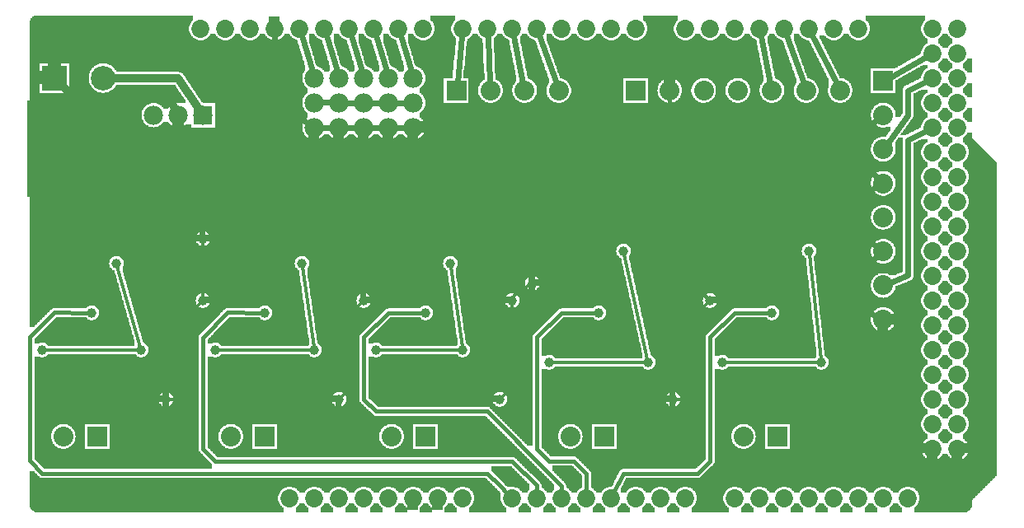
<source format=gbl>
G04 MADE WITH FRITZING*
G04 WWW.FRITZING.ORG*
G04 DOUBLE SIDED*
G04 HOLES PLATED*
G04 CONTOUR ON CENTER OF CONTOUR VECTOR*
%ASAXBY*%
%FSLAX23Y23*%
%MOIN*%
%OFA0B0*%
%SFA1.0B1.0*%
%ADD10C,0.075000*%
%ADD11C,0.078000*%
%ADD12C,0.080000*%
%ADD13C,0.072917*%
%ADD14C,0.099055*%
%ADD15C,0.039370*%
%ADD16R,0.080000X0.080000*%
%ADD17R,0.078000X0.078000*%
%ADD18R,0.099055X0.099055*%
%ADD19C,0.032000*%
%ADD20C,0.024000*%
%ADD21C,0.012000*%
%ADD22C,0.016000*%
%ADD23R,0.001000X0.001000*%
%LNCOPPER0*%
G90*
G70*
G54D10*
X128Y2012D03*
X1894Y113D03*
G54D11*
X1500Y1807D03*
X1500Y1707D03*
X1500Y1607D03*
X1200Y1807D03*
X1200Y1707D03*
X1200Y1607D03*
X1300Y1807D03*
X1300Y1707D03*
X1300Y1607D03*
X1400Y1807D03*
X1400Y1707D03*
X1400Y1607D03*
X1600Y1807D03*
X1600Y1707D03*
X1600Y1607D03*
G54D12*
X3500Y1795D03*
X3500Y1657D03*
X3500Y1519D03*
X3500Y1381D03*
X3500Y1244D03*
X3500Y1106D03*
X3500Y968D03*
X3500Y830D03*
X1775Y1757D03*
X1912Y1757D03*
X2050Y1757D03*
X2188Y1757D03*
G54D11*
X750Y1657D03*
X650Y1657D03*
X550Y1657D03*
G54D13*
X3000Y107D03*
X1400Y107D03*
X3100Y107D03*
X3200Y107D03*
X3300Y107D03*
X3400Y107D03*
X3700Y1507D03*
X3500Y107D03*
X3600Y107D03*
X1440Y2007D03*
X2000Y107D03*
X2100Y107D03*
X2200Y107D03*
X2300Y107D03*
X3700Y707D03*
X2400Y107D03*
X2500Y107D03*
X2600Y107D03*
X2700Y107D03*
X2200Y2007D03*
X3700Y1907D03*
X3700Y1107D03*
X3700Y307D03*
X1040Y2007D03*
X1800Y107D03*
X1800Y2007D03*
X3700Y1707D03*
X3700Y1307D03*
X3700Y907D03*
X3400Y2007D03*
X3700Y507D03*
X3300Y2007D03*
X3200Y2007D03*
X3100Y2007D03*
X3000Y2007D03*
X2900Y2007D03*
X2800Y2007D03*
X2700Y2007D03*
X840Y2007D03*
X1240Y2007D03*
X1640Y2007D03*
X1200Y107D03*
X1600Y107D03*
X2400Y2007D03*
X2000Y2007D03*
X3700Y2007D03*
X3700Y1807D03*
X3700Y1607D03*
X3700Y1407D03*
X3700Y1207D03*
X3700Y1007D03*
X3700Y807D03*
X3700Y607D03*
X3700Y407D03*
X740Y2007D03*
X940Y2007D03*
X1140Y2007D03*
X1340Y2007D03*
X1540Y2007D03*
X1100Y107D03*
X1300Y107D03*
X1500Y107D03*
X1700Y107D03*
X2500Y2007D03*
X2300Y2007D03*
X2100Y2007D03*
X1900Y2007D03*
X3800Y2007D03*
X3800Y1907D03*
X3800Y1807D03*
X3800Y1707D03*
X3800Y1607D03*
X3800Y1507D03*
X3800Y1407D03*
X3800Y1307D03*
X3800Y1207D03*
X3800Y1107D03*
X3800Y1007D03*
X3800Y907D03*
X3800Y807D03*
X3800Y707D03*
X3800Y607D03*
X3800Y507D03*
X3800Y407D03*
X3800Y307D03*
X2900Y107D03*
G54D12*
X2499Y1757D03*
X2637Y1757D03*
X2775Y1757D03*
X2912Y1757D03*
X3050Y1757D03*
X3188Y1757D03*
X3326Y1757D03*
G54D14*
X150Y1807D03*
X347Y1807D03*
G54D12*
X3073Y357D03*
X2935Y357D03*
X2373Y357D03*
X2235Y357D03*
X1650Y357D03*
X1512Y357D03*
X1000Y357D03*
X862Y357D03*
X323Y357D03*
X185Y357D03*
G54D15*
X500Y707D03*
X100Y707D03*
X400Y1057D03*
X800Y707D03*
X1200Y707D03*
X1150Y1057D03*
X1450Y707D03*
X1800Y707D03*
X1750Y1057D03*
X2150Y657D03*
X2550Y657D03*
X2450Y1107D03*
X3200Y1107D03*
X3250Y657D03*
X2850Y657D03*
X300Y857D03*
X1000Y857D03*
X1650Y857D03*
X2350Y857D03*
X3050Y857D03*
X2800Y907D03*
X2650Y507D03*
X1950Y507D03*
X1300Y507D03*
X600Y507D03*
X2000Y907D03*
X1400Y907D03*
X750Y907D03*
X2082Y977D03*
X750Y1157D03*
G54D16*
X3500Y1795D03*
X1775Y1757D03*
G54D17*
X750Y1657D03*
G54D16*
X2499Y1757D03*
G54D18*
X150Y1807D03*
G54D16*
X3073Y357D03*
X2373Y357D03*
X1650Y357D03*
X1000Y357D03*
X323Y357D03*
G54D19*
X650Y1806D02*
X388Y1807D01*
D02*
X733Y1682D02*
X650Y1806D01*
G54D20*
D02*
X1230Y1607D02*
X1270Y1607D01*
D02*
X1330Y1607D02*
X1370Y1607D01*
D02*
X1430Y1607D02*
X1470Y1607D01*
D02*
X1530Y1607D02*
X1570Y1607D01*
D02*
X1530Y1707D02*
X1570Y1707D01*
D02*
X1430Y1707D02*
X1470Y1707D01*
D02*
X1330Y1707D02*
X1370Y1707D01*
D02*
X1050Y1707D02*
X1041Y1977D01*
D02*
X1175Y1624D02*
X1050Y1707D01*
D02*
X1149Y1978D02*
X1192Y1836D01*
D02*
X1249Y1978D02*
X1292Y1836D01*
D02*
X1349Y1978D02*
X1392Y1836D01*
D02*
X1449Y1978D02*
X1492Y1836D01*
D02*
X1549Y1978D02*
X1592Y1836D01*
D02*
X1797Y1977D02*
X1778Y1788D01*
D02*
X1902Y1977D02*
X1911Y1788D01*
D02*
X2006Y1977D02*
X2044Y1787D01*
D02*
X2110Y1978D02*
X2178Y1786D01*
D02*
X3044Y1787D02*
X3006Y1977D01*
D02*
X3178Y1786D02*
X3110Y1978D01*
D02*
X3312Y1785D02*
X3214Y1980D01*
D02*
X3679Y1895D02*
X3522Y1807D01*
G54D19*
D02*
X401Y1707D02*
X450Y1757D01*
D02*
X450Y1757D02*
X601Y1757D01*
D02*
X601Y1757D02*
X637Y1684D01*
D02*
X249Y1707D02*
X401Y1707D01*
D02*
X179Y1778D02*
X249Y1707D01*
G54D20*
D02*
X3400Y880D02*
X3472Y844D01*
D02*
X3475Y1087D02*
X3400Y1030D01*
D02*
X3400Y1030D02*
X3400Y880D01*
D02*
X3400Y1181D02*
X3475Y1124D01*
D02*
X3400Y1331D02*
X3400Y1181D01*
D02*
X3472Y1367D02*
X3400Y1331D01*
D02*
X3400Y1480D02*
X3478Y1403D01*
D02*
X3400Y1580D02*
X3400Y1480D01*
D02*
X3475Y1638D02*
X3400Y1580D01*
G54D21*
D02*
X481Y707D02*
X119Y707D01*
D02*
X496Y720D02*
X404Y1044D01*
D02*
X819Y707D02*
X1181Y707D01*
D02*
X1198Y720D02*
X1152Y1044D01*
D02*
X1781Y707D02*
X1469Y707D01*
D02*
X1798Y720D02*
X1752Y1044D01*
D02*
X2169Y657D02*
X2531Y657D01*
D02*
X2547Y670D02*
X2453Y1094D01*
D02*
X2869Y657D02*
X3231Y657D01*
D02*
X3249Y670D02*
X3202Y1094D01*
G54D22*
D02*
X2749Y207D02*
X2449Y206D01*
D02*
X2449Y206D02*
X2411Y129D01*
D02*
X2801Y257D02*
X2749Y207D01*
D02*
X2899Y856D02*
X2801Y758D01*
D02*
X2801Y758D02*
X2801Y257D01*
D02*
X3031Y857D02*
X2899Y856D01*
D02*
X2251Y257D02*
X2300Y207D01*
D02*
X2150Y257D02*
X2251Y257D01*
D02*
X2199Y856D02*
X2101Y758D01*
D02*
X2101Y306D02*
X2150Y257D01*
D02*
X2300Y207D02*
X2300Y132D01*
D02*
X2337Y857D02*
X2199Y856D01*
D02*
X2101Y758D02*
X2101Y306D01*
D02*
X1499Y856D02*
X1637Y857D01*
D02*
X1400Y507D02*
X1400Y558D01*
D02*
X1401Y758D02*
X1499Y856D01*
D02*
X1400Y558D02*
X1401Y758D01*
D02*
X1451Y458D02*
X1400Y507D01*
D02*
X1899Y458D02*
X1451Y458D01*
D02*
X2150Y207D02*
X1899Y458D01*
D02*
X2199Y156D02*
X2150Y207D01*
D02*
X2200Y132D02*
X2199Y156D01*
D02*
X799Y256D02*
X2001Y256D01*
D02*
X751Y757D02*
X750Y307D01*
D02*
X850Y858D02*
X751Y757D01*
D02*
X750Y307D02*
X799Y256D01*
D02*
X2100Y158D02*
X2100Y132D01*
D02*
X987Y857D02*
X850Y858D01*
D02*
X2001Y256D02*
X2100Y158D01*
D02*
X1901Y207D02*
X1950Y158D01*
D02*
X50Y258D02*
X101Y207D01*
D02*
X701Y207D02*
X1901Y207D01*
D02*
X1950Y158D02*
X1983Y124D01*
D02*
X281Y857D02*
X150Y858D01*
D02*
X101Y207D02*
X701Y207D01*
D02*
X150Y858D02*
X50Y758D01*
D02*
X50Y758D02*
X50Y258D01*
G54D21*
D02*
X2750Y558D02*
X2750Y857D01*
D02*
X2700Y507D02*
X2750Y558D01*
D02*
X2664Y507D02*
X2700Y507D01*
D02*
X2750Y857D02*
X2791Y897D01*
G54D22*
D02*
X2650Y1057D02*
X2791Y916D01*
D02*
X2637Y1731D02*
X2650Y1057D01*
G54D21*
D02*
X2000Y556D02*
X2000Y893D01*
D02*
X1960Y516D02*
X2000Y556D01*
D02*
X1350Y857D02*
X1387Y893D01*
D02*
X1314Y520D02*
X1350Y556D01*
D02*
X1350Y556D02*
X1350Y857D01*
D02*
X614Y507D02*
X650Y506D01*
D02*
X700Y857D02*
X741Y897D01*
D02*
X699Y557D02*
X700Y857D01*
D02*
X650Y506D02*
X699Y557D01*
D02*
X2071Y970D02*
X2010Y929D01*
X2010Y929D02*
X2006Y919D01*
D02*
X750Y1143D02*
X750Y929D01*
X750Y929D02*
X750Y920D01*
G54D20*
D02*
X3673Y1593D02*
X3600Y1557D01*
D02*
X3600Y1008D02*
X3529Y979D01*
D02*
X3600Y1557D02*
X3600Y1008D01*
D02*
X3600Y1657D02*
X3600Y1757D01*
D02*
X3515Y1540D02*
X3600Y1657D01*
D02*
X3600Y1757D02*
X3678Y1796D01*
G36*
X1180Y1985D02*
X1180Y1981D01*
X1178Y1981D01*
X1178Y1953D01*
X1180Y1953D01*
X1180Y1947D01*
X1182Y1947D01*
X1182Y1941D01*
X1184Y1941D01*
X1184Y1935D01*
X1186Y1935D01*
X1186Y1927D01*
X1188Y1927D01*
X1188Y1921D01*
X1190Y1921D01*
X1190Y1915D01*
X1192Y1915D01*
X1192Y1907D01*
X1194Y1907D01*
X1194Y1901D01*
X1196Y1901D01*
X1196Y1895D01*
X1198Y1895D01*
X1198Y1887D01*
X1200Y1887D01*
X1200Y1881D01*
X1202Y1881D01*
X1202Y1875D01*
X1204Y1875D01*
X1204Y1867D01*
X1206Y1867D01*
X1206Y1861D01*
X1208Y1861D01*
X1208Y1855D01*
X1212Y1855D01*
X1212Y1853D01*
X1220Y1853D01*
X1220Y1851D01*
X1222Y1851D01*
X1222Y1849D01*
X1226Y1849D01*
X1226Y1847D01*
X1230Y1847D01*
X1230Y1845D01*
X1232Y1845D01*
X1232Y1843D01*
X1234Y1843D01*
X1234Y1841D01*
X1236Y1841D01*
X1236Y1839D01*
X1238Y1839D01*
X1238Y1837D01*
X1240Y1837D01*
X1240Y1833D01*
X1260Y1833D01*
X1260Y1835D01*
X1262Y1835D01*
X1262Y1861D01*
X1260Y1861D01*
X1260Y1867D01*
X1258Y1867D01*
X1258Y1875D01*
X1256Y1875D01*
X1256Y1881D01*
X1254Y1881D01*
X1254Y1887D01*
X1252Y1887D01*
X1252Y1895D01*
X1250Y1895D01*
X1250Y1901D01*
X1248Y1901D01*
X1248Y1907D01*
X1246Y1907D01*
X1246Y1915D01*
X1244Y1915D01*
X1244Y1921D01*
X1242Y1921D01*
X1242Y1927D01*
X1240Y1927D01*
X1240Y1935D01*
X1238Y1935D01*
X1238Y1941D01*
X1236Y1941D01*
X1236Y1947D01*
X1234Y1947D01*
X1234Y1955D01*
X1232Y1955D01*
X1232Y1961D01*
X1230Y1961D01*
X1230Y1963D01*
X1222Y1963D01*
X1222Y1965D01*
X1218Y1965D01*
X1218Y1967D01*
X1216Y1967D01*
X1216Y1969D01*
X1212Y1969D01*
X1212Y1971D01*
X1210Y1971D01*
X1210Y1973D01*
X1208Y1973D01*
X1208Y1975D01*
X1206Y1975D01*
X1206Y1977D01*
X1204Y1977D01*
X1204Y1979D01*
X1202Y1979D01*
X1202Y1983D01*
X1200Y1983D01*
X1200Y1985D01*
X1180Y1985D01*
G37*
D02*
G36*
X1280Y1985D02*
X1280Y1981D01*
X1278Y1981D01*
X1278Y1953D01*
X1280Y1953D01*
X1280Y1947D01*
X1282Y1947D01*
X1282Y1941D01*
X1284Y1941D01*
X1284Y1935D01*
X1286Y1935D01*
X1286Y1927D01*
X1288Y1927D01*
X1288Y1921D01*
X1290Y1921D01*
X1290Y1915D01*
X1292Y1915D01*
X1292Y1907D01*
X1294Y1907D01*
X1294Y1901D01*
X1296Y1901D01*
X1296Y1895D01*
X1298Y1895D01*
X1298Y1887D01*
X1300Y1887D01*
X1300Y1881D01*
X1302Y1881D01*
X1302Y1875D01*
X1304Y1875D01*
X1304Y1867D01*
X1306Y1867D01*
X1306Y1861D01*
X1308Y1861D01*
X1308Y1855D01*
X1312Y1855D01*
X1312Y1853D01*
X1320Y1853D01*
X1320Y1851D01*
X1322Y1851D01*
X1322Y1849D01*
X1326Y1849D01*
X1326Y1847D01*
X1330Y1847D01*
X1330Y1845D01*
X1332Y1845D01*
X1332Y1843D01*
X1334Y1843D01*
X1334Y1841D01*
X1336Y1841D01*
X1336Y1839D01*
X1338Y1839D01*
X1338Y1837D01*
X1340Y1837D01*
X1340Y1833D01*
X1360Y1833D01*
X1360Y1835D01*
X1362Y1835D01*
X1362Y1861D01*
X1360Y1861D01*
X1360Y1867D01*
X1358Y1867D01*
X1358Y1875D01*
X1356Y1875D01*
X1356Y1881D01*
X1354Y1881D01*
X1354Y1887D01*
X1352Y1887D01*
X1352Y1895D01*
X1350Y1895D01*
X1350Y1901D01*
X1348Y1901D01*
X1348Y1907D01*
X1346Y1907D01*
X1346Y1915D01*
X1344Y1915D01*
X1344Y1921D01*
X1342Y1921D01*
X1342Y1927D01*
X1340Y1927D01*
X1340Y1935D01*
X1338Y1935D01*
X1338Y1941D01*
X1336Y1941D01*
X1336Y1947D01*
X1334Y1947D01*
X1334Y1955D01*
X1332Y1955D01*
X1332Y1961D01*
X1330Y1961D01*
X1330Y1963D01*
X1322Y1963D01*
X1322Y1965D01*
X1318Y1965D01*
X1318Y1967D01*
X1316Y1967D01*
X1316Y1969D01*
X1312Y1969D01*
X1312Y1971D01*
X1310Y1971D01*
X1310Y1973D01*
X1308Y1973D01*
X1308Y1975D01*
X1306Y1975D01*
X1306Y1977D01*
X1304Y1977D01*
X1304Y1979D01*
X1302Y1979D01*
X1302Y1983D01*
X1300Y1983D01*
X1300Y1985D01*
X1280Y1985D01*
G37*
D02*
G36*
X1380Y1985D02*
X1380Y1981D01*
X1378Y1981D01*
X1378Y1953D01*
X1380Y1953D01*
X1380Y1947D01*
X1382Y1947D01*
X1382Y1941D01*
X1384Y1941D01*
X1384Y1935D01*
X1386Y1935D01*
X1386Y1927D01*
X1388Y1927D01*
X1388Y1921D01*
X1390Y1921D01*
X1390Y1915D01*
X1392Y1915D01*
X1392Y1907D01*
X1394Y1907D01*
X1394Y1901D01*
X1396Y1901D01*
X1396Y1895D01*
X1398Y1895D01*
X1398Y1887D01*
X1400Y1887D01*
X1400Y1881D01*
X1402Y1881D01*
X1402Y1875D01*
X1404Y1875D01*
X1404Y1867D01*
X1406Y1867D01*
X1406Y1861D01*
X1408Y1861D01*
X1408Y1855D01*
X1412Y1855D01*
X1412Y1853D01*
X1420Y1853D01*
X1420Y1851D01*
X1422Y1851D01*
X1422Y1849D01*
X1426Y1849D01*
X1426Y1847D01*
X1430Y1847D01*
X1430Y1845D01*
X1432Y1845D01*
X1432Y1843D01*
X1434Y1843D01*
X1434Y1841D01*
X1436Y1841D01*
X1436Y1839D01*
X1438Y1839D01*
X1438Y1837D01*
X1440Y1837D01*
X1440Y1833D01*
X1460Y1833D01*
X1460Y1835D01*
X1462Y1835D01*
X1462Y1861D01*
X1460Y1861D01*
X1460Y1867D01*
X1458Y1867D01*
X1458Y1875D01*
X1456Y1875D01*
X1456Y1881D01*
X1454Y1881D01*
X1454Y1887D01*
X1452Y1887D01*
X1452Y1895D01*
X1450Y1895D01*
X1450Y1901D01*
X1448Y1901D01*
X1448Y1907D01*
X1446Y1907D01*
X1446Y1915D01*
X1444Y1915D01*
X1444Y1921D01*
X1442Y1921D01*
X1442Y1927D01*
X1440Y1927D01*
X1440Y1935D01*
X1438Y1935D01*
X1438Y1941D01*
X1436Y1941D01*
X1436Y1947D01*
X1434Y1947D01*
X1434Y1955D01*
X1432Y1955D01*
X1432Y1961D01*
X1430Y1961D01*
X1430Y1963D01*
X1422Y1963D01*
X1422Y1965D01*
X1418Y1965D01*
X1418Y1967D01*
X1416Y1967D01*
X1416Y1969D01*
X1412Y1969D01*
X1412Y1971D01*
X1410Y1971D01*
X1410Y1973D01*
X1408Y1973D01*
X1408Y1975D01*
X1406Y1975D01*
X1406Y1977D01*
X1404Y1977D01*
X1404Y1979D01*
X1402Y1979D01*
X1402Y1983D01*
X1400Y1983D01*
X1400Y1985D01*
X1380Y1985D01*
G37*
D02*
G36*
X1480Y1985D02*
X1480Y1981D01*
X1478Y1981D01*
X1478Y1953D01*
X1480Y1953D01*
X1480Y1947D01*
X1482Y1947D01*
X1482Y1941D01*
X1484Y1941D01*
X1484Y1935D01*
X1486Y1935D01*
X1486Y1927D01*
X1488Y1927D01*
X1488Y1921D01*
X1490Y1921D01*
X1490Y1915D01*
X1492Y1915D01*
X1492Y1907D01*
X1494Y1907D01*
X1494Y1901D01*
X1496Y1901D01*
X1496Y1895D01*
X1498Y1895D01*
X1498Y1887D01*
X1500Y1887D01*
X1500Y1881D01*
X1502Y1881D01*
X1502Y1875D01*
X1504Y1875D01*
X1504Y1867D01*
X1506Y1867D01*
X1506Y1861D01*
X1508Y1861D01*
X1508Y1855D01*
X1512Y1855D01*
X1512Y1853D01*
X1520Y1853D01*
X1520Y1851D01*
X1522Y1851D01*
X1522Y1849D01*
X1526Y1849D01*
X1526Y1847D01*
X1530Y1847D01*
X1530Y1845D01*
X1532Y1845D01*
X1532Y1843D01*
X1534Y1843D01*
X1534Y1841D01*
X1536Y1841D01*
X1536Y1839D01*
X1538Y1839D01*
X1538Y1837D01*
X1540Y1837D01*
X1540Y1833D01*
X1560Y1833D01*
X1560Y1835D01*
X1562Y1835D01*
X1562Y1861D01*
X1560Y1861D01*
X1560Y1867D01*
X1558Y1867D01*
X1558Y1875D01*
X1556Y1875D01*
X1556Y1881D01*
X1554Y1881D01*
X1554Y1887D01*
X1552Y1887D01*
X1552Y1895D01*
X1550Y1895D01*
X1550Y1901D01*
X1548Y1901D01*
X1548Y1907D01*
X1546Y1907D01*
X1546Y1915D01*
X1544Y1915D01*
X1544Y1921D01*
X1542Y1921D01*
X1542Y1927D01*
X1540Y1927D01*
X1540Y1935D01*
X1538Y1935D01*
X1538Y1941D01*
X1536Y1941D01*
X1536Y1947D01*
X1534Y1947D01*
X1534Y1955D01*
X1532Y1955D01*
X1532Y1961D01*
X1530Y1961D01*
X1530Y1963D01*
X1522Y1963D01*
X1522Y1965D01*
X1518Y1965D01*
X1518Y1967D01*
X1516Y1967D01*
X1516Y1969D01*
X1512Y1969D01*
X1512Y1971D01*
X1510Y1971D01*
X1510Y1973D01*
X1508Y1973D01*
X1508Y1975D01*
X1506Y1975D01*
X1506Y1977D01*
X1504Y1977D01*
X1504Y1979D01*
X1502Y1979D01*
X1502Y1983D01*
X1500Y1983D01*
X1500Y1985D01*
X1480Y1985D01*
G37*
D02*
G36*
X3740Y1985D02*
X3740Y1981D01*
X3738Y1981D01*
X3738Y1979D01*
X3736Y1979D01*
X3736Y1977D01*
X3734Y1977D01*
X3734Y1975D01*
X3732Y1975D01*
X3732Y1973D01*
X3730Y1973D01*
X3730Y1971D01*
X3728Y1971D01*
X3728Y1969D01*
X3726Y1969D01*
X3726Y1967D01*
X3722Y1967D01*
X3722Y1947D01*
X3724Y1947D01*
X3724Y1945D01*
X3728Y1945D01*
X3728Y1943D01*
X3730Y1943D01*
X3730Y1941D01*
X3732Y1941D01*
X3732Y1939D01*
X3734Y1939D01*
X3734Y1937D01*
X3736Y1937D01*
X3736Y1935D01*
X3738Y1935D01*
X3738Y1933D01*
X3740Y1933D01*
X3740Y1929D01*
X3760Y1929D01*
X3760Y1931D01*
X3762Y1931D01*
X3762Y1935D01*
X3764Y1935D01*
X3764Y1937D01*
X3766Y1937D01*
X3766Y1939D01*
X3768Y1939D01*
X3768Y1941D01*
X3770Y1941D01*
X3770Y1943D01*
X3772Y1943D01*
X3772Y1945D01*
X3776Y1945D01*
X3776Y1947D01*
X3778Y1947D01*
X3778Y1967D01*
X3776Y1967D01*
X3776Y1969D01*
X3772Y1969D01*
X3772Y1971D01*
X3770Y1971D01*
X3770Y1973D01*
X3768Y1973D01*
X3768Y1975D01*
X3766Y1975D01*
X3766Y1977D01*
X3764Y1977D01*
X3764Y1979D01*
X3762Y1979D01*
X3762Y1983D01*
X3760Y1983D01*
X3760Y1985D01*
X3740Y1985D01*
G37*
D02*
G36*
X3740Y1885D02*
X3740Y1881D01*
X3738Y1881D01*
X3738Y1879D01*
X3736Y1879D01*
X3736Y1877D01*
X3734Y1877D01*
X3734Y1875D01*
X3732Y1875D01*
X3732Y1873D01*
X3730Y1873D01*
X3730Y1871D01*
X3728Y1871D01*
X3728Y1869D01*
X3726Y1869D01*
X3726Y1867D01*
X3722Y1867D01*
X3722Y1847D01*
X3724Y1847D01*
X3724Y1845D01*
X3728Y1845D01*
X3728Y1843D01*
X3730Y1843D01*
X3730Y1841D01*
X3732Y1841D01*
X3732Y1839D01*
X3734Y1839D01*
X3734Y1837D01*
X3736Y1837D01*
X3736Y1835D01*
X3738Y1835D01*
X3738Y1833D01*
X3740Y1833D01*
X3740Y1829D01*
X3760Y1829D01*
X3760Y1831D01*
X3762Y1831D01*
X3762Y1835D01*
X3764Y1835D01*
X3764Y1837D01*
X3766Y1837D01*
X3766Y1839D01*
X3768Y1839D01*
X3768Y1841D01*
X3770Y1841D01*
X3770Y1843D01*
X3772Y1843D01*
X3772Y1845D01*
X3776Y1845D01*
X3776Y1847D01*
X3778Y1847D01*
X3778Y1867D01*
X3776Y1867D01*
X3776Y1869D01*
X3772Y1869D01*
X3772Y1871D01*
X3770Y1871D01*
X3770Y1873D01*
X3768Y1873D01*
X3768Y1875D01*
X3766Y1875D01*
X3766Y1877D01*
X3764Y1877D01*
X3764Y1879D01*
X3762Y1879D01*
X3762Y1883D01*
X3760Y1883D01*
X3760Y1885D01*
X3740Y1885D01*
G37*
D02*
G36*
X3840Y1885D02*
X3840Y1881D01*
X3838Y1881D01*
X3838Y1879D01*
X3836Y1879D01*
X3836Y1877D01*
X3834Y1877D01*
X3834Y1875D01*
X3832Y1875D01*
X3832Y1873D01*
X3830Y1873D01*
X3830Y1871D01*
X3828Y1871D01*
X3828Y1869D01*
X3826Y1869D01*
X3826Y1867D01*
X3822Y1867D01*
X3822Y1847D01*
X3824Y1847D01*
X3824Y1845D01*
X3828Y1845D01*
X3828Y1843D01*
X3830Y1843D01*
X3830Y1841D01*
X3832Y1841D01*
X3832Y1839D01*
X3834Y1839D01*
X3834Y1837D01*
X3836Y1837D01*
X3836Y1835D01*
X3838Y1835D01*
X3838Y1833D01*
X3840Y1833D01*
X3840Y1829D01*
X3860Y1829D01*
X3860Y1885D01*
X3840Y1885D01*
G37*
D02*
G36*
X3740Y1785D02*
X3740Y1781D01*
X3738Y1781D01*
X3738Y1779D01*
X3736Y1779D01*
X3736Y1777D01*
X3734Y1777D01*
X3734Y1775D01*
X3732Y1775D01*
X3732Y1773D01*
X3730Y1773D01*
X3730Y1771D01*
X3728Y1771D01*
X3728Y1769D01*
X3726Y1769D01*
X3726Y1767D01*
X3722Y1767D01*
X3722Y1747D01*
X3724Y1747D01*
X3724Y1745D01*
X3728Y1745D01*
X3728Y1743D01*
X3730Y1743D01*
X3730Y1741D01*
X3732Y1741D01*
X3732Y1739D01*
X3734Y1739D01*
X3734Y1737D01*
X3736Y1737D01*
X3736Y1735D01*
X3738Y1735D01*
X3738Y1733D01*
X3740Y1733D01*
X3740Y1729D01*
X3760Y1729D01*
X3760Y1731D01*
X3762Y1731D01*
X3762Y1735D01*
X3764Y1735D01*
X3764Y1737D01*
X3766Y1737D01*
X3766Y1739D01*
X3768Y1739D01*
X3768Y1741D01*
X3770Y1741D01*
X3770Y1743D01*
X3772Y1743D01*
X3772Y1745D01*
X3776Y1745D01*
X3776Y1747D01*
X3778Y1747D01*
X3778Y1767D01*
X3776Y1767D01*
X3776Y1769D01*
X3772Y1769D01*
X3772Y1771D01*
X3770Y1771D01*
X3770Y1773D01*
X3768Y1773D01*
X3768Y1775D01*
X3766Y1775D01*
X3766Y1777D01*
X3764Y1777D01*
X3764Y1779D01*
X3762Y1779D01*
X3762Y1783D01*
X3760Y1783D01*
X3760Y1785D01*
X3740Y1785D01*
G37*
D02*
G36*
X3840Y1785D02*
X3840Y1781D01*
X3838Y1781D01*
X3838Y1779D01*
X3836Y1779D01*
X3836Y1777D01*
X3834Y1777D01*
X3834Y1775D01*
X3832Y1775D01*
X3832Y1773D01*
X3830Y1773D01*
X3830Y1771D01*
X3828Y1771D01*
X3828Y1769D01*
X3826Y1769D01*
X3826Y1767D01*
X3822Y1767D01*
X3822Y1747D01*
X3824Y1747D01*
X3824Y1745D01*
X3828Y1745D01*
X3828Y1743D01*
X3830Y1743D01*
X3830Y1741D01*
X3832Y1741D01*
X3832Y1739D01*
X3834Y1739D01*
X3834Y1737D01*
X3836Y1737D01*
X3836Y1735D01*
X3838Y1735D01*
X3838Y1733D01*
X3840Y1733D01*
X3840Y1729D01*
X3860Y1729D01*
X3860Y1785D01*
X3840Y1785D01*
G37*
D02*
G36*
X3656Y1761D02*
X3656Y1759D01*
X3652Y1759D01*
X3652Y1757D01*
X3648Y1757D01*
X3648Y1755D01*
X3644Y1755D01*
X3644Y1753D01*
X3640Y1753D01*
X3640Y1751D01*
X3636Y1751D01*
X3636Y1749D01*
X3632Y1749D01*
X3632Y1747D01*
X3628Y1747D01*
X3628Y1745D01*
X3624Y1745D01*
X3624Y1743D01*
X3622Y1743D01*
X3622Y1649D01*
X3620Y1649D01*
X3620Y1645D01*
X3618Y1645D01*
X3618Y1643D01*
X3616Y1643D01*
X3616Y1639D01*
X3614Y1639D01*
X3614Y1637D01*
X3612Y1637D01*
X3612Y1635D01*
X3610Y1635D01*
X3610Y1631D01*
X3608Y1631D01*
X3608Y1629D01*
X3606Y1629D01*
X3606Y1625D01*
X3604Y1625D01*
X3604Y1623D01*
X3602Y1623D01*
X3602Y1621D01*
X3600Y1621D01*
X3600Y1617D01*
X3598Y1617D01*
X3598Y1615D01*
X3596Y1615D01*
X3596Y1613D01*
X3594Y1613D01*
X3594Y1609D01*
X3592Y1609D01*
X3592Y1607D01*
X3590Y1607D01*
X3590Y1603D01*
X3588Y1603D01*
X3588Y1601D01*
X3586Y1601D01*
X3586Y1599D01*
X3584Y1599D01*
X3584Y1595D01*
X3582Y1595D01*
X3582Y1593D01*
X3580Y1593D01*
X3580Y1591D01*
X3578Y1591D01*
X3578Y1587D01*
X3576Y1587D01*
X3576Y1585D01*
X3574Y1585D01*
X3574Y1581D01*
X3572Y1581D01*
X3572Y1579D01*
X3570Y1579D01*
X3570Y1577D01*
X3568Y1577D01*
X3568Y1575D01*
X3590Y1575D01*
X3590Y1577D01*
X3594Y1577D01*
X3594Y1579D01*
X3598Y1579D01*
X3598Y1581D01*
X3602Y1581D01*
X3602Y1583D01*
X3606Y1583D01*
X3606Y1585D01*
X3610Y1585D01*
X3610Y1587D01*
X3614Y1587D01*
X3614Y1589D01*
X3618Y1589D01*
X3618Y1591D01*
X3622Y1591D01*
X3622Y1593D01*
X3626Y1593D01*
X3626Y1595D01*
X3630Y1595D01*
X3630Y1597D01*
X3634Y1597D01*
X3634Y1599D01*
X3638Y1599D01*
X3638Y1601D01*
X3642Y1601D01*
X3642Y1603D01*
X3646Y1603D01*
X3646Y1605D01*
X3650Y1605D01*
X3650Y1607D01*
X3654Y1607D01*
X3654Y1617D01*
X3656Y1617D01*
X3656Y1623D01*
X3658Y1623D01*
X3658Y1627D01*
X3660Y1627D01*
X3660Y1631D01*
X3662Y1631D01*
X3662Y1635D01*
X3664Y1635D01*
X3664Y1637D01*
X3666Y1637D01*
X3666Y1639D01*
X3668Y1639D01*
X3668Y1641D01*
X3670Y1641D01*
X3670Y1643D01*
X3672Y1643D01*
X3672Y1645D01*
X3676Y1645D01*
X3676Y1647D01*
X3678Y1647D01*
X3678Y1667D01*
X3676Y1667D01*
X3676Y1669D01*
X3672Y1669D01*
X3672Y1671D01*
X3670Y1671D01*
X3670Y1673D01*
X3668Y1673D01*
X3668Y1675D01*
X3666Y1675D01*
X3666Y1677D01*
X3664Y1677D01*
X3664Y1679D01*
X3662Y1679D01*
X3662Y1683D01*
X3660Y1683D01*
X3660Y1685D01*
X3658Y1685D01*
X3658Y1691D01*
X3656Y1691D01*
X3656Y1697D01*
X3654Y1697D01*
X3654Y1717D01*
X3656Y1717D01*
X3656Y1723D01*
X3658Y1723D01*
X3658Y1727D01*
X3660Y1727D01*
X3660Y1731D01*
X3662Y1731D01*
X3662Y1735D01*
X3664Y1735D01*
X3664Y1737D01*
X3666Y1737D01*
X3666Y1739D01*
X3668Y1739D01*
X3668Y1741D01*
X3670Y1741D01*
X3670Y1743D01*
X3672Y1743D01*
X3672Y1745D01*
X3676Y1745D01*
X3676Y1747D01*
X3678Y1747D01*
X3678Y1761D01*
X3656Y1761D01*
G37*
D02*
G36*
X3740Y1685D02*
X3740Y1681D01*
X3738Y1681D01*
X3738Y1679D01*
X3736Y1679D01*
X3736Y1677D01*
X3734Y1677D01*
X3734Y1675D01*
X3732Y1675D01*
X3732Y1673D01*
X3730Y1673D01*
X3730Y1671D01*
X3728Y1671D01*
X3728Y1669D01*
X3726Y1669D01*
X3726Y1667D01*
X3722Y1667D01*
X3722Y1647D01*
X3724Y1647D01*
X3724Y1645D01*
X3728Y1645D01*
X3728Y1643D01*
X3730Y1643D01*
X3730Y1641D01*
X3732Y1641D01*
X3732Y1639D01*
X3734Y1639D01*
X3734Y1637D01*
X3736Y1637D01*
X3736Y1635D01*
X3738Y1635D01*
X3738Y1633D01*
X3740Y1633D01*
X3740Y1629D01*
X3760Y1629D01*
X3760Y1631D01*
X3762Y1631D01*
X3762Y1635D01*
X3764Y1635D01*
X3764Y1637D01*
X3766Y1637D01*
X3766Y1639D01*
X3768Y1639D01*
X3768Y1641D01*
X3770Y1641D01*
X3770Y1643D01*
X3772Y1643D01*
X3772Y1645D01*
X3776Y1645D01*
X3776Y1647D01*
X3778Y1647D01*
X3778Y1667D01*
X3776Y1667D01*
X3776Y1669D01*
X3772Y1669D01*
X3772Y1671D01*
X3770Y1671D01*
X3770Y1673D01*
X3768Y1673D01*
X3768Y1675D01*
X3766Y1675D01*
X3766Y1677D01*
X3764Y1677D01*
X3764Y1679D01*
X3762Y1679D01*
X3762Y1683D01*
X3760Y1683D01*
X3760Y1685D01*
X3740Y1685D01*
G37*
D02*
G36*
X3840Y1685D02*
X3840Y1681D01*
X3838Y1681D01*
X3838Y1679D01*
X3836Y1679D01*
X3836Y1677D01*
X3834Y1677D01*
X3834Y1675D01*
X3832Y1675D01*
X3832Y1673D01*
X3830Y1673D01*
X3830Y1671D01*
X3828Y1671D01*
X3828Y1669D01*
X3826Y1669D01*
X3826Y1667D01*
X3822Y1667D01*
X3822Y1647D01*
X3824Y1647D01*
X3824Y1645D01*
X3828Y1645D01*
X3828Y1643D01*
X3830Y1643D01*
X3830Y1641D01*
X3832Y1641D01*
X3832Y1639D01*
X3834Y1639D01*
X3834Y1637D01*
X3836Y1637D01*
X3836Y1635D01*
X3838Y1635D01*
X3838Y1633D01*
X3840Y1633D01*
X3840Y1629D01*
X3860Y1629D01*
X3860Y1685D01*
X3840Y1685D01*
G37*
D02*
G36*
X3740Y1585D02*
X3740Y1581D01*
X3738Y1581D01*
X3738Y1579D01*
X3736Y1579D01*
X3736Y1577D01*
X3734Y1577D01*
X3734Y1575D01*
X3732Y1575D01*
X3732Y1573D01*
X3730Y1573D01*
X3730Y1571D01*
X3728Y1571D01*
X3728Y1569D01*
X3726Y1569D01*
X3726Y1567D01*
X3722Y1567D01*
X3722Y1547D01*
X3724Y1547D01*
X3724Y1545D01*
X3728Y1545D01*
X3728Y1543D01*
X3730Y1543D01*
X3730Y1541D01*
X3732Y1541D01*
X3732Y1539D01*
X3734Y1539D01*
X3734Y1537D01*
X3736Y1537D01*
X3736Y1535D01*
X3738Y1535D01*
X3738Y1533D01*
X3740Y1533D01*
X3740Y1529D01*
X3760Y1529D01*
X3760Y1531D01*
X3762Y1531D01*
X3762Y1535D01*
X3764Y1535D01*
X3764Y1537D01*
X3766Y1537D01*
X3766Y1539D01*
X3768Y1539D01*
X3768Y1541D01*
X3770Y1541D01*
X3770Y1543D01*
X3772Y1543D01*
X3772Y1545D01*
X3776Y1545D01*
X3776Y1547D01*
X3778Y1547D01*
X3778Y1567D01*
X3776Y1567D01*
X3776Y1569D01*
X3772Y1569D01*
X3772Y1571D01*
X3770Y1571D01*
X3770Y1573D01*
X3768Y1573D01*
X3768Y1575D01*
X3766Y1575D01*
X3766Y1577D01*
X3764Y1577D01*
X3764Y1579D01*
X3762Y1579D01*
X3762Y1583D01*
X3760Y1583D01*
X3760Y1585D01*
X3740Y1585D01*
G37*
D02*
G36*
X3740Y1485D02*
X3740Y1481D01*
X3738Y1481D01*
X3738Y1479D01*
X3736Y1479D01*
X3736Y1477D01*
X3734Y1477D01*
X3734Y1475D01*
X3732Y1475D01*
X3732Y1473D01*
X3730Y1473D01*
X3730Y1471D01*
X3728Y1471D01*
X3728Y1469D01*
X3726Y1469D01*
X3726Y1467D01*
X3722Y1467D01*
X3722Y1447D01*
X3724Y1447D01*
X3724Y1445D01*
X3728Y1445D01*
X3728Y1443D01*
X3730Y1443D01*
X3730Y1441D01*
X3732Y1441D01*
X3732Y1439D01*
X3734Y1439D01*
X3734Y1437D01*
X3736Y1437D01*
X3736Y1435D01*
X3738Y1435D01*
X3738Y1433D01*
X3740Y1433D01*
X3740Y1429D01*
X3760Y1429D01*
X3760Y1431D01*
X3762Y1431D01*
X3762Y1435D01*
X3764Y1435D01*
X3764Y1437D01*
X3766Y1437D01*
X3766Y1439D01*
X3768Y1439D01*
X3768Y1441D01*
X3770Y1441D01*
X3770Y1443D01*
X3772Y1443D01*
X3772Y1445D01*
X3776Y1445D01*
X3776Y1447D01*
X3778Y1447D01*
X3778Y1467D01*
X3776Y1467D01*
X3776Y1469D01*
X3772Y1469D01*
X3772Y1471D01*
X3770Y1471D01*
X3770Y1473D01*
X3768Y1473D01*
X3768Y1475D01*
X3766Y1475D01*
X3766Y1477D01*
X3764Y1477D01*
X3764Y1479D01*
X3762Y1479D01*
X3762Y1483D01*
X3760Y1483D01*
X3760Y1485D01*
X3740Y1485D01*
G37*
D02*
G36*
X3740Y1385D02*
X3740Y1381D01*
X3738Y1381D01*
X3738Y1379D01*
X3736Y1379D01*
X3736Y1377D01*
X3734Y1377D01*
X3734Y1375D01*
X3732Y1375D01*
X3732Y1373D01*
X3730Y1373D01*
X3730Y1371D01*
X3728Y1371D01*
X3728Y1369D01*
X3726Y1369D01*
X3726Y1367D01*
X3722Y1367D01*
X3722Y1347D01*
X3724Y1347D01*
X3724Y1345D01*
X3728Y1345D01*
X3728Y1343D01*
X3730Y1343D01*
X3730Y1341D01*
X3732Y1341D01*
X3732Y1339D01*
X3734Y1339D01*
X3734Y1337D01*
X3736Y1337D01*
X3736Y1335D01*
X3738Y1335D01*
X3738Y1333D01*
X3740Y1333D01*
X3740Y1329D01*
X3760Y1329D01*
X3760Y1331D01*
X3762Y1331D01*
X3762Y1335D01*
X3764Y1335D01*
X3764Y1337D01*
X3766Y1337D01*
X3766Y1339D01*
X3768Y1339D01*
X3768Y1341D01*
X3770Y1341D01*
X3770Y1343D01*
X3772Y1343D01*
X3772Y1345D01*
X3776Y1345D01*
X3776Y1347D01*
X3778Y1347D01*
X3778Y1367D01*
X3776Y1367D01*
X3776Y1369D01*
X3772Y1369D01*
X3772Y1371D01*
X3770Y1371D01*
X3770Y1373D01*
X3768Y1373D01*
X3768Y1375D01*
X3766Y1375D01*
X3766Y1377D01*
X3764Y1377D01*
X3764Y1379D01*
X3762Y1379D01*
X3762Y1383D01*
X3760Y1383D01*
X3760Y1385D01*
X3740Y1385D01*
G37*
D02*
G36*
X3740Y1285D02*
X3740Y1281D01*
X3738Y1281D01*
X3738Y1279D01*
X3736Y1279D01*
X3736Y1277D01*
X3734Y1277D01*
X3734Y1275D01*
X3732Y1275D01*
X3732Y1273D01*
X3730Y1273D01*
X3730Y1271D01*
X3728Y1271D01*
X3728Y1269D01*
X3726Y1269D01*
X3726Y1267D01*
X3722Y1267D01*
X3722Y1247D01*
X3724Y1247D01*
X3724Y1245D01*
X3728Y1245D01*
X3728Y1243D01*
X3730Y1243D01*
X3730Y1241D01*
X3732Y1241D01*
X3732Y1239D01*
X3734Y1239D01*
X3734Y1237D01*
X3736Y1237D01*
X3736Y1235D01*
X3738Y1235D01*
X3738Y1233D01*
X3740Y1233D01*
X3740Y1229D01*
X3760Y1229D01*
X3760Y1231D01*
X3762Y1231D01*
X3762Y1235D01*
X3764Y1235D01*
X3764Y1237D01*
X3766Y1237D01*
X3766Y1239D01*
X3768Y1239D01*
X3768Y1241D01*
X3770Y1241D01*
X3770Y1243D01*
X3772Y1243D01*
X3772Y1245D01*
X3776Y1245D01*
X3776Y1247D01*
X3778Y1247D01*
X3778Y1267D01*
X3776Y1267D01*
X3776Y1269D01*
X3772Y1269D01*
X3772Y1271D01*
X3770Y1271D01*
X3770Y1273D01*
X3768Y1273D01*
X3768Y1275D01*
X3766Y1275D01*
X3766Y1277D01*
X3764Y1277D01*
X3764Y1279D01*
X3762Y1279D01*
X3762Y1283D01*
X3760Y1283D01*
X3760Y1285D01*
X3740Y1285D01*
G37*
D02*
G36*
X3740Y1185D02*
X3740Y1181D01*
X3738Y1181D01*
X3738Y1179D01*
X3736Y1179D01*
X3736Y1177D01*
X3734Y1177D01*
X3734Y1175D01*
X3732Y1175D01*
X3732Y1173D01*
X3730Y1173D01*
X3730Y1171D01*
X3728Y1171D01*
X3728Y1169D01*
X3726Y1169D01*
X3726Y1167D01*
X3722Y1167D01*
X3722Y1147D01*
X3724Y1147D01*
X3724Y1145D01*
X3728Y1145D01*
X3728Y1143D01*
X3730Y1143D01*
X3730Y1141D01*
X3732Y1141D01*
X3732Y1139D01*
X3734Y1139D01*
X3734Y1137D01*
X3736Y1137D01*
X3736Y1135D01*
X3738Y1135D01*
X3738Y1133D01*
X3740Y1133D01*
X3740Y1129D01*
X3760Y1129D01*
X3760Y1131D01*
X3762Y1131D01*
X3762Y1135D01*
X3764Y1135D01*
X3764Y1137D01*
X3766Y1137D01*
X3766Y1139D01*
X3768Y1139D01*
X3768Y1141D01*
X3770Y1141D01*
X3770Y1143D01*
X3772Y1143D01*
X3772Y1145D01*
X3776Y1145D01*
X3776Y1147D01*
X3778Y1147D01*
X3778Y1167D01*
X3776Y1167D01*
X3776Y1169D01*
X3772Y1169D01*
X3772Y1171D01*
X3770Y1171D01*
X3770Y1173D01*
X3768Y1173D01*
X3768Y1175D01*
X3766Y1175D01*
X3766Y1177D01*
X3764Y1177D01*
X3764Y1179D01*
X3762Y1179D01*
X3762Y1183D01*
X3760Y1183D01*
X3760Y1185D01*
X3740Y1185D01*
G37*
D02*
G36*
X3740Y1085D02*
X3740Y1081D01*
X3738Y1081D01*
X3738Y1079D01*
X3736Y1079D01*
X3736Y1077D01*
X3734Y1077D01*
X3734Y1075D01*
X3732Y1075D01*
X3732Y1073D01*
X3730Y1073D01*
X3730Y1071D01*
X3728Y1071D01*
X3728Y1069D01*
X3726Y1069D01*
X3726Y1067D01*
X3722Y1067D01*
X3722Y1047D01*
X3724Y1047D01*
X3724Y1045D01*
X3728Y1045D01*
X3728Y1043D01*
X3730Y1043D01*
X3730Y1041D01*
X3732Y1041D01*
X3732Y1039D01*
X3734Y1039D01*
X3734Y1037D01*
X3736Y1037D01*
X3736Y1035D01*
X3738Y1035D01*
X3738Y1033D01*
X3740Y1033D01*
X3740Y1029D01*
X3760Y1029D01*
X3760Y1031D01*
X3762Y1031D01*
X3762Y1035D01*
X3764Y1035D01*
X3764Y1037D01*
X3766Y1037D01*
X3766Y1039D01*
X3768Y1039D01*
X3768Y1041D01*
X3770Y1041D01*
X3770Y1043D01*
X3772Y1043D01*
X3772Y1045D01*
X3776Y1045D01*
X3776Y1047D01*
X3778Y1047D01*
X3778Y1067D01*
X3776Y1067D01*
X3776Y1069D01*
X3772Y1069D01*
X3772Y1071D01*
X3770Y1071D01*
X3770Y1073D01*
X3768Y1073D01*
X3768Y1075D01*
X3766Y1075D01*
X3766Y1077D01*
X3764Y1077D01*
X3764Y1079D01*
X3762Y1079D01*
X3762Y1083D01*
X3760Y1083D01*
X3760Y1085D01*
X3740Y1085D01*
G37*
D02*
G36*
X3740Y985D02*
X3740Y981D01*
X3738Y981D01*
X3738Y979D01*
X3736Y979D01*
X3736Y977D01*
X3734Y977D01*
X3734Y975D01*
X3732Y975D01*
X3732Y973D01*
X3730Y973D01*
X3730Y971D01*
X3728Y971D01*
X3728Y969D01*
X3726Y969D01*
X3726Y967D01*
X3722Y967D01*
X3722Y947D01*
X3724Y947D01*
X3724Y945D01*
X3728Y945D01*
X3728Y943D01*
X3730Y943D01*
X3730Y941D01*
X3732Y941D01*
X3732Y939D01*
X3734Y939D01*
X3734Y937D01*
X3736Y937D01*
X3736Y935D01*
X3738Y935D01*
X3738Y933D01*
X3740Y933D01*
X3740Y929D01*
X3760Y929D01*
X3760Y931D01*
X3762Y931D01*
X3762Y935D01*
X3764Y935D01*
X3764Y937D01*
X3766Y937D01*
X3766Y939D01*
X3768Y939D01*
X3768Y941D01*
X3770Y941D01*
X3770Y943D01*
X3772Y943D01*
X3772Y945D01*
X3776Y945D01*
X3776Y947D01*
X3778Y947D01*
X3778Y967D01*
X3776Y967D01*
X3776Y969D01*
X3772Y969D01*
X3772Y971D01*
X3770Y971D01*
X3770Y973D01*
X3768Y973D01*
X3768Y975D01*
X3766Y975D01*
X3766Y977D01*
X3764Y977D01*
X3764Y979D01*
X3762Y979D01*
X3762Y983D01*
X3760Y983D01*
X3760Y985D01*
X3740Y985D01*
G37*
D02*
G36*
X3740Y885D02*
X3740Y881D01*
X3738Y881D01*
X3738Y879D01*
X3736Y879D01*
X3736Y877D01*
X3734Y877D01*
X3734Y875D01*
X3732Y875D01*
X3732Y873D01*
X3730Y873D01*
X3730Y871D01*
X3728Y871D01*
X3728Y869D01*
X3726Y869D01*
X3726Y867D01*
X3722Y867D01*
X3722Y847D01*
X3724Y847D01*
X3724Y845D01*
X3728Y845D01*
X3728Y843D01*
X3730Y843D01*
X3730Y841D01*
X3732Y841D01*
X3732Y839D01*
X3734Y839D01*
X3734Y837D01*
X3736Y837D01*
X3736Y835D01*
X3738Y835D01*
X3738Y833D01*
X3740Y833D01*
X3740Y829D01*
X3760Y829D01*
X3760Y831D01*
X3762Y831D01*
X3762Y835D01*
X3764Y835D01*
X3764Y837D01*
X3766Y837D01*
X3766Y839D01*
X3768Y839D01*
X3768Y841D01*
X3770Y841D01*
X3770Y843D01*
X3772Y843D01*
X3772Y845D01*
X3776Y845D01*
X3776Y847D01*
X3778Y847D01*
X3778Y867D01*
X3776Y867D01*
X3776Y869D01*
X3772Y869D01*
X3772Y871D01*
X3770Y871D01*
X3770Y873D01*
X3768Y873D01*
X3768Y875D01*
X3766Y875D01*
X3766Y877D01*
X3764Y877D01*
X3764Y879D01*
X3762Y879D01*
X3762Y883D01*
X3760Y883D01*
X3760Y885D01*
X3740Y885D01*
G37*
D02*
G36*
X3740Y785D02*
X3740Y781D01*
X3738Y781D01*
X3738Y779D01*
X3736Y779D01*
X3736Y777D01*
X3734Y777D01*
X3734Y775D01*
X3732Y775D01*
X3732Y773D01*
X3730Y773D01*
X3730Y771D01*
X3728Y771D01*
X3728Y769D01*
X3726Y769D01*
X3726Y767D01*
X3722Y767D01*
X3722Y747D01*
X3724Y747D01*
X3724Y745D01*
X3728Y745D01*
X3728Y743D01*
X3730Y743D01*
X3730Y741D01*
X3732Y741D01*
X3732Y739D01*
X3734Y739D01*
X3734Y737D01*
X3736Y737D01*
X3736Y735D01*
X3738Y735D01*
X3738Y733D01*
X3740Y733D01*
X3740Y729D01*
X3760Y729D01*
X3760Y731D01*
X3762Y731D01*
X3762Y735D01*
X3764Y735D01*
X3764Y737D01*
X3766Y737D01*
X3766Y739D01*
X3768Y739D01*
X3768Y741D01*
X3770Y741D01*
X3770Y743D01*
X3772Y743D01*
X3772Y745D01*
X3776Y745D01*
X3776Y747D01*
X3778Y747D01*
X3778Y767D01*
X3776Y767D01*
X3776Y769D01*
X3772Y769D01*
X3772Y771D01*
X3770Y771D01*
X3770Y773D01*
X3768Y773D01*
X3768Y775D01*
X3766Y775D01*
X3766Y777D01*
X3764Y777D01*
X3764Y779D01*
X3762Y779D01*
X3762Y783D01*
X3760Y783D01*
X3760Y785D01*
X3740Y785D01*
G37*
D02*
G36*
X3740Y685D02*
X3740Y681D01*
X3738Y681D01*
X3738Y679D01*
X3736Y679D01*
X3736Y677D01*
X3734Y677D01*
X3734Y675D01*
X3732Y675D01*
X3732Y673D01*
X3730Y673D01*
X3730Y671D01*
X3728Y671D01*
X3728Y669D01*
X3726Y669D01*
X3726Y667D01*
X3722Y667D01*
X3722Y647D01*
X3724Y647D01*
X3724Y645D01*
X3728Y645D01*
X3728Y643D01*
X3730Y643D01*
X3730Y641D01*
X3732Y641D01*
X3732Y639D01*
X3734Y639D01*
X3734Y637D01*
X3736Y637D01*
X3736Y635D01*
X3738Y635D01*
X3738Y633D01*
X3740Y633D01*
X3740Y629D01*
X3760Y629D01*
X3760Y631D01*
X3762Y631D01*
X3762Y635D01*
X3764Y635D01*
X3764Y637D01*
X3766Y637D01*
X3766Y639D01*
X3768Y639D01*
X3768Y641D01*
X3770Y641D01*
X3770Y643D01*
X3772Y643D01*
X3772Y645D01*
X3776Y645D01*
X3776Y647D01*
X3778Y647D01*
X3778Y667D01*
X3776Y667D01*
X3776Y669D01*
X3772Y669D01*
X3772Y671D01*
X3770Y671D01*
X3770Y673D01*
X3768Y673D01*
X3768Y675D01*
X3766Y675D01*
X3766Y677D01*
X3764Y677D01*
X3764Y679D01*
X3762Y679D01*
X3762Y683D01*
X3760Y683D01*
X3760Y685D01*
X3740Y685D01*
G37*
D02*
G36*
X70Y2061D02*
X70Y2059D01*
X66Y2059D01*
X66Y2057D01*
X64Y2057D01*
X64Y2055D01*
X60Y2055D01*
X60Y2053D01*
X58Y2053D01*
X58Y2051D01*
X56Y2051D01*
X56Y2049D01*
X54Y2049D01*
X54Y2045D01*
X52Y2045D01*
X52Y2041D01*
X50Y2041D01*
X50Y2037D01*
X48Y2037D01*
X48Y1961D01*
X730Y1961D01*
X730Y1963D01*
X722Y1963D01*
X722Y1965D01*
X718Y1965D01*
X718Y1967D01*
X716Y1967D01*
X716Y1969D01*
X712Y1969D01*
X712Y1971D01*
X710Y1971D01*
X710Y1973D01*
X708Y1973D01*
X708Y1975D01*
X706Y1975D01*
X706Y1977D01*
X704Y1977D01*
X704Y1979D01*
X702Y1979D01*
X702Y1983D01*
X700Y1983D01*
X700Y1985D01*
X698Y1985D01*
X698Y1989D01*
X696Y1989D01*
X696Y1997D01*
X694Y1997D01*
X694Y2017D01*
X696Y2017D01*
X696Y2023D01*
X698Y2023D01*
X698Y2027D01*
X700Y2027D01*
X700Y2031D01*
X702Y2031D01*
X702Y2035D01*
X704Y2035D01*
X704Y2037D01*
X706Y2037D01*
X706Y2039D01*
X708Y2039D01*
X708Y2041D01*
X710Y2041D01*
X710Y2061D01*
X70Y2061D01*
G37*
D02*
G36*
X1670Y2061D02*
X1670Y2041D01*
X1672Y2041D01*
X1672Y2039D01*
X1674Y2039D01*
X1674Y2037D01*
X1676Y2037D01*
X1676Y2035D01*
X1678Y2035D01*
X1678Y2033D01*
X1680Y2033D01*
X1680Y2029D01*
X1682Y2029D01*
X1682Y2025D01*
X1684Y2025D01*
X1684Y2019D01*
X1686Y2019D01*
X1686Y1995D01*
X1684Y1995D01*
X1684Y1989D01*
X1682Y1989D01*
X1682Y1985D01*
X1680Y1985D01*
X1680Y1981D01*
X1678Y1981D01*
X1678Y1979D01*
X1676Y1979D01*
X1676Y1977D01*
X1674Y1977D01*
X1674Y1975D01*
X1672Y1975D01*
X1672Y1973D01*
X1670Y1973D01*
X1670Y1971D01*
X1668Y1971D01*
X1668Y1969D01*
X1666Y1969D01*
X1666Y1967D01*
X1662Y1967D01*
X1662Y1965D01*
X1658Y1965D01*
X1658Y1963D01*
X1652Y1963D01*
X1652Y1961D01*
X1772Y1961D01*
X1772Y1971D01*
X1770Y1971D01*
X1770Y1973D01*
X1768Y1973D01*
X1768Y1975D01*
X1766Y1975D01*
X1766Y1977D01*
X1764Y1977D01*
X1764Y1979D01*
X1762Y1979D01*
X1762Y1983D01*
X1760Y1983D01*
X1760Y1985D01*
X1758Y1985D01*
X1758Y1991D01*
X1756Y1991D01*
X1756Y1997D01*
X1754Y1997D01*
X1754Y2017D01*
X1756Y2017D01*
X1756Y2023D01*
X1758Y2023D01*
X1758Y2027D01*
X1760Y2027D01*
X1760Y2031D01*
X1762Y2031D01*
X1762Y2035D01*
X1764Y2035D01*
X1764Y2037D01*
X1766Y2037D01*
X1766Y2039D01*
X1768Y2039D01*
X1768Y2041D01*
X1770Y2041D01*
X1770Y2061D01*
X1670Y2061D01*
G37*
D02*
G36*
X2530Y2061D02*
X2530Y2041D01*
X2532Y2041D01*
X2532Y2039D01*
X2534Y2039D01*
X2534Y2037D01*
X2536Y2037D01*
X2536Y2035D01*
X2538Y2035D01*
X2538Y2033D01*
X2540Y2033D01*
X2540Y2029D01*
X2542Y2029D01*
X2542Y2025D01*
X2544Y2025D01*
X2544Y2019D01*
X2546Y2019D01*
X2546Y1995D01*
X2544Y1995D01*
X2544Y1989D01*
X2542Y1989D01*
X2542Y1985D01*
X2540Y1985D01*
X2540Y1981D01*
X2538Y1981D01*
X2538Y1979D01*
X2536Y1979D01*
X2536Y1977D01*
X2534Y1977D01*
X2534Y1975D01*
X2532Y1975D01*
X2532Y1973D01*
X2530Y1973D01*
X2530Y1971D01*
X2528Y1971D01*
X2528Y1969D01*
X2526Y1969D01*
X2526Y1967D01*
X2522Y1967D01*
X2522Y1965D01*
X2518Y1965D01*
X2518Y1963D01*
X2512Y1963D01*
X2512Y1961D01*
X2690Y1961D01*
X2690Y1963D01*
X2682Y1963D01*
X2682Y1965D01*
X2678Y1965D01*
X2678Y1967D01*
X2676Y1967D01*
X2676Y1969D01*
X2672Y1969D01*
X2672Y1971D01*
X2670Y1971D01*
X2670Y1973D01*
X2668Y1973D01*
X2668Y1975D01*
X2666Y1975D01*
X2666Y1977D01*
X2664Y1977D01*
X2664Y1979D01*
X2662Y1979D01*
X2662Y1983D01*
X2660Y1983D01*
X2660Y1985D01*
X2658Y1985D01*
X2658Y1991D01*
X2656Y1991D01*
X2656Y1997D01*
X2654Y1997D01*
X2654Y2017D01*
X2656Y2017D01*
X2656Y2023D01*
X2658Y2023D01*
X2658Y2027D01*
X2660Y2027D01*
X2660Y2031D01*
X2662Y2031D01*
X2662Y2035D01*
X2664Y2035D01*
X2664Y2037D01*
X2666Y2037D01*
X2666Y2039D01*
X2668Y2039D01*
X2668Y2041D01*
X2670Y2041D01*
X2670Y2061D01*
X2530Y2061D01*
G37*
D02*
G36*
X3430Y2061D02*
X3430Y2041D01*
X3432Y2041D01*
X3432Y2039D01*
X3434Y2039D01*
X3434Y2037D01*
X3436Y2037D01*
X3436Y2035D01*
X3438Y2035D01*
X3438Y2033D01*
X3440Y2033D01*
X3440Y2029D01*
X3442Y2029D01*
X3442Y2025D01*
X3444Y2025D01*
X3444Y2019D01*
X3446Y2019D01*
X3446Y1995D01*
X3444Y1995D01*
X3444Y1989D01*
X3442Y1989D01*
X3442Y1985D01*
X3440Y1985D01*
X3440Y1981D01*
X3438Y1981D01*
X3438Y1979D01*
X3436Y1979D01*
X3436Y1977D01*
X3434Y1977D01*
X3434Y1975D01*
X3432Y1975D01*
X3432Y1973D01*
X3430Y1973D01*
X3430Y1971D01*
X3428Y1971D01*
X3428Y1969D01*
X3426Y1969D01*
X3426Y1967D01*
X3422Y1967D01*
X3422Y1965D01*
X3418Y1965D01*
X3418Y1963D01*
X3412Y1963D01*
X3412Y1961D01*
X3678Y1961D01*
X3678Y1967D01*
X3676Y1967D01*
X3676Y1969D01*
X3672Y1969D01*
X3672Y1971D01*
X3670Y1971D01*
X3670Y1973D01*
X3668Y1973D01*
X3668Y1975D01*
X3666Y1975D01*
X3666Y1977D01*
X3664Y1977D01*
X3664Y1979D01*
X3662Y1979D01*
X3662Y1983D01*
X3660Y1983D01*
X3660Y1985D01*
X3658Y1985D01*
X3658Y1991D01*
X3656Y1991D01*
X3656Y1997D01*
X3654Y1997D01*
X3654Y2017D01*
X3656Y2017D01*
X3656Y2023D01*
X3658Y2023D01*
X3658Y2027D01*
X3660Y2027D01*
X3660Y2031D01*
X3662Y2031D01*
X3662Y2035D01*
X3664Y2035D01*
X3664Y2037D01*
X3666Y2037D01*
X3666Y2039D01*
X3668Y2039D01*
X3668Y2041D01*
X3670Y2041D01*
X3670Y2061D01*
X3430Y2061D01*
G37*
D02*
G36*
X780Y1985D02*
X780Y1981D01*
X778Y1981D01*
X778Y1979D01*
X776Y1979D01*
X776Y1977D01*
X774Y1977D01*
X774Y1975D01*
X772Y1975D01*
X772Y1973D01*
X770Y1973D01*
X770Y1971D01*
X768Y1971D01*
X768Y1969D01*
X766Y1969D01*
X766Y1967D01*
X762Y1967D01*
X762Y1965D01*
X758Y1965D01*
X758Y1963D01*
X752Y1963D01*
X752Y1961D01*
X830Y1961D01*
X830Y1963D01*
X822Y1963D01*
X822Y1965D01*
X818Y1965D01*
X818Y1967D01*
X816Y1967D01*
X816Y1969D01*
X812Y1969D01*
X812Y1971D01*
X810Y1971D01*
X810Y1973D01*
X808Y1973D01*
X808Y1975D01*
X806Y1975D01*
X806Y1977D01*
X804Y1977D01*
X804Y1979D01*
X802Y1979D01*
X802Y1983D01*
X800Y1983D01*
X800Y1985D01*
X780Y1985D01*
G37*
D02*
G36*
X880Y1985D02*
X880Y1981D01*
X878Y1981D01*
X878Y1979D01*
X876Y1979D01*
X876Y1977D01*
X874Y1977D01*
X874Y1975D01*
X872Y1975D01*
X872Y1973D01*
X870Y1973D01*
X870Y1971D01*
X868Y1971D01*
X868Y1969D01*
X866Y1969D01*
X866Y1967D01*
X862Y1967D01*
X862Y1965D01*
X858Y1965D01*
X858Y1963D01*
X852Y1963D01*
X852Y1961D01*
X930Y1961D01*
X930Y1963D01*
X922Y1963D01*
X922Y1965D01*
X918Y1965D01*
X918Y1967D01*
X916Y1967D01*
X916Y1969D01*
X912Y1969D01*
X912Y1971D01*
X910Y1971D01*
X910Y1973D01*
X908Y1973D01*
X908Y1975D01*
X906Y1975D01*
X906Y1977D01*
X904Y1977D01*
X904Y1979D01*
X902Y1979D01*
X902Y1983D01*
X900Y1983D01*
X900Y1985D01*
X880Y1985D01*
G37*
D02*
G36*
X980Y1985D02*
X980Y1981D01*
X978Y1981D01*
X978Y1979D01*
X976Y1979D01*
X976Y1977D01*
X974Y1977D01*
X974Y1975D01*
X972Y1975D01*
X972Y1973D01*
X970Y1973D01*
X970Y1971D01*
X968Y1971D01*
X968Y1969D01*
X966Y1969D01*
X966Y1967D01*
X962Y1967D01*
X962Y1965D01*
X958Y1965D01*
X958Y1963D01*
X952Y1963D01*
X952Y1961D01*
X1030Y1961D01*
X1030Y1963D01*
X1022Y1963D01*
X1022Y1965D01*
X1018Y1965D01*
X1018Y1967D01*
X1016Y1967D01*
X1016Y1969D01*
X1012Y1969D01*
X1012Y1971D01*
X1010Y1971D01*
X1010Y1973D01*
X1008Y1973D01*
X1008Y1975D01*
X1006Y1975D01*
X1006Y1977D01*
X1004Y1977D01*
X1004Y1979D01*
X1002Y1979D01*
X1002Y1983D01*
X1000Y1983D01*
X1000Y1985D01*
X980Y1985D01*
G37*
D02*
G36*
X1080Y1985D02*
X1080Y1981D01*
X1078Y1981D01*
X1078Y1979D01*
X1076Y1979D01*
X1076Y1977D01*
X1074Y1977D01*
X1074Y1975D01*
X1072Y1975D01*
X1072Y1973D01*
X1070Y1973D01*
X1070Y1971D01*
X1068Y1971D01*
X1068Y1969D01*
X1066Y1969D01*
X1066Y1967D01*
X1062Y1967D01*
X1062Y1965D01*
X1058Y1965D01*
X1058Y1963D01*
X1052Y1963D01*
X1052Y1961D01*
X1130Y1961D01*
X1130Y1963D01*
X1122Y1963D01*
X1122Y1965D01*
X1118Y1965D01*
X1118Y1967D01*
X1116Y1967D01*
X1116Y1969D01*
X1112Y1969D01*
X1112Y1971D01*
X1110Y1971D01*
X1110Y1973D01*
X1108Y1973D01*
X1108Y1975D01*
X1106Y1975D01*
X1106Y1977D01*
X1104Y1977D01*
X1104Y1979D01*
X1102Y1979D01*
X1102Y1983D01*
X1100Y1983D01*
X1100Y1985D01*
X1080Y1985D01*
G37*
D02*
G36*
X1580Y1985D02*
X1580Y1981D01*
X1578Y1981D01*
X1578Y1961D01*
X1630Y1961D01*
X1630Y1963D01*
X1622Y1963D01*
X1622Y1965D01*
X1618Y1965D01*
X1618Y1967D01*
X1616Y1967D01*
X1616Y1969D01*
X1612Y1969D01*
X1612Y1971D01*
X1610Y1971D01*
X1610Y1973D01*
X1608Y1973D01*
X1608Y1975D01*
X1606Y1975D01*
X1606Y1977D01*
X1604Y1977D01*
X1604Y1979D01*
X1602Y1979D01*
X1602Y1983D01*
X1600Y1983D01*
X1600Y1985D01*
X1580Y1985D01*
G37*
D02*
G36*
X1840Y1985D02*
X1840Y1981D01*
X1838Y1981D01*
X1838Y1979D01*
X1836Y1979D01*
X1836Y1977D01*
X1834Y1977D01*
X1834Y1975D01*
X1832Y1975D01*
X1832Y1973D01*
X1830Y1973D01*
X1830Y1971D01*
X1828Y1971D01*
X1828Y1969D01*
X1826Y1969D01*
X1826Y1967D01*
X1822Y1967D01*
X1822Y1965D01*
X1818Y1965D01*
X1818Y1955D01*
X1816Y1955D01*
X1816Y1935D01*
X1814Y1935D01*
X1814Y1917D01*
X1812Y1917D01*
X1812Y1897D01*
X1810Y1897D01*
X1810Y1877D01*
X1808Y1877D01*
X1808Y1857D01*
X1806Y1857D01*
X1806Y1839D01*
X1804Y1839D01*
X1804Y1807D01*
X1824Y1807D01*
X1824Y1707D01*
X1902Y1707D01*
X1902Y1709D01*
X1896Y1709D01*
X1896Y1711D01*
X1890Y1711D01*
X1890Y1713D01*
X1888Y1713D01*
X1888Y1715D01*
X1884Y1715D01*
X1884Y1717D01*
X1882Y1717D01*
X1882Y1719D01*
X1878Y1719D01*
X1878Y1721D01*
X1876Y1721D01*
X1876Y1725D01*
X1874Y1725D01*
X1874Y1727D01*
X1872Y1727D01*
X1872Y1729D01*
X1870Y1729D01*
X1870Y1733D01*
X1868Y1733D01*
X1868Y1737D01*
X1866Y1737D01*
X1866Y1741D01*
X1864Y1741D01*
X1864Y1749D01*
X1862Y1749D01*
X1862Y1765D01*
X1864Y1765D01*
X1864Y1773D01*
X1866Y1773D01*
X1866Y1777D01*
X1868Y1777D01*
X1868Y1781D01*
X1870Y1781D01*
X1870Y1785D01*
X1872Y1785D01*
X1872Y1787D01*
X1874Y1787D01*
X1874Y1789D01*
X1876Y1789D01*
X1876Y1793D01*
X1880Y1793D01*
X1880Y1795D01*
X1882Y1795D01*
X1882Y1797D01*
X1884Y1797D01*
X1884Y1799D01*
X1888Y1799D01*
X1888Y1825D01*
X1886Y1825D01*
X1886Y1867D01*
X1884Y1867D01*
X1884Y1907D01*
X1882Y1907D01*
X1882Y1949D01*
X1880Y1949D01*
X1880Y1965D01*
X1878Y1965D01*
X1878Y1967D01*
X1876Y1967D01*
X1876Y1969D01*
X1872Y1969D01*
X1872Y1971D01*
X1870Y1971D01*
X1870Y1973D01*
X1868Y1973D01*
X1868Y1975D01*
X1866Y1975D01*
X1866Y1977D01*
X1864Y1977D01*
X1864Y1979D01*
X1862Y1979D01*
X1862Y1983D01*
X1860Y1983D01*
X1860Y1985D01*
X1840Y1985D01*
G37*
D02*
G36*
X1940Y1985D02*
X1940Y1981D01*
X1938Y1981D01*
X1938Y1979D01*
X1936Y1979D01*
X1936Y1977D01*
X1934Y1977D01*
X1934Y1975D01*
X1932Y1975D01*
X1932Y1973D01*
X1930Y1973D01*
X1930Y1971D01*
X1928Y1971D01*
X1928Y1969D01*
X1926Y1969D01*
X1926Y1909D01*
X1928Y1909D01*
X1928Y1867D01*
X1930Y1867D01*
X1930Y1827D01*
X1932Y1827D01*
X1932Y1803D01*
X1934Y1803D01*
X1934Y1801D01*
X1938Y1801D01*
X1938Y1799D01*
X1940Y1799D01*
X1940Y1797D01*
X1944Y1797D01*
X1944Y1795D01*
X1946Y1795D01*
X1946Y1793D01*
X1948Y1793D01*
X1948Y1791D01*
X1950Y1791D01*
X1950Y1789D01*
X1952Y1789D01*
X1952Y1785D01*
X1954Y1785D01*
X1954Y1783D01*
X1956Y1783D01*
X1956Y1779D01*
X1958Y1779D01*
X1958Y1775D01*
X1960Y1775D01*
X1960Y1767D01*
X1962Y1767D01*
X1962Y1745D01*
X1960Y1745D01*
X1960Y1739D01*
X1958Y1739D01*
X1958Y1735D01*
X1956Y1735D01*
X1956Y1731D01*
X1954Y1731D01*
X1954Y1729D01*
X1952Y1729D01*
X1952Y1725D01*
X1950Y1725D01*
X1950Y1723D01*
X1948Y1723D01*
X1948Y1721D01*
X1946Y1721D01*
X1946Y1719D01*
X1944Y1719D01*
X1944Y1717D01*
X1940Y1717D01*
X1940Y1715D01*
X1938Y1715D01*
X1938Y1713D01*
X1934Y1713D01*
X1934Y1711D01*
X1930Y1711D01*
X1930Y1709D01*
X1922Y1709D01*
X1922Y1707D01*
X2040Y1707D01*
X2040Y1709D01*
X2034Y1709D01*
X2034Y1711D01*
X2028Y1711D01*
X2028Y1713D01*
X2026Y1713D01*
X2026Y1715D01*
X2022Y1715D01*
X2022Y1717D01*
X2020Y1717D01*
X2020Y1719D01*
X2016Y1719D01*
X2016Y1721D01*
X2014Y1721D01*
X2014Y1723D01*
X2012Y1723D01*
X2012Y1727D01*
X2010Y1727D01*
X2010Y1729D01*
X2008Y1729D01*
X2008Y1733D01*
X2006Y1733D01*
X2006Y1735D01*
X2004Y1735D01*
X2004Y1741D01*
X2002Y1741D01*
X2002Y1749D01*
X2000Y1749D01*
X2000Y1765D01*
X2002Y1765D01*
X2002Y1773D01*
X2004Y1773D01*
X2004Y1779D01*
X2006Y1779D01*
X2006Y1781D01*
X2008Y1781D01*
X2008Y1785D01*
X2010Y1785D01*
X2010Y1787D01*
X2012Y1787D01*
X2012Y1791D01*
X2014Y1791D01*
X2014Y1793D01*
X2016Y1793D01*
X2016Y1821D01*
X2014Y1821D01*
X2014Y1831D01*
X2012Y1831D01*
X2012Y1841D01*
X2010Y1841D01*
X2010Y1851D01*
X2008Y1851D01*
X2008Y1861D01*
X2006Y1861D01*
X2006Y1871D01*
X2004Y1871D01*
X2004Y1881D01*
X2002Y1881D01*
X2002Y1891D01*
X2000Y1891D01*
X2000Y1901D01*
X1998Y1901D01*
X1998Y1911D01*
X1996Y1911D01*
X1996Y1921D01*
X1994Y1921D01*
X1994Y1931D01*
X1992Y1931D01*
X1992Y1941D01*
X1990Y1941D01*
X1990Y1951D01*
X1988Y1951D01*
X1988Y1961D01*
X1986Y1961D01*
X1986Y1963D01*
X1982Y1963D01*
X1982Y1965D01*
X1978Y1965D01*
X1978Y1967D01*
X1976Y1967D01*
X1976Y1969D01*
X1972Y1969D01*
X1972Y1971D01*
X1970Y1971D01*
X1970Y1973D01*
X1968Y1973D01*
X1968Y1975D01*
X1966Y1975D01*
X1966Y1977D01*
X1964Y1977D01*
X1964Y1979D01*
X1962Y1979D01*
X1962Y1983D01*
X1960Y1983D01*
X1960Y1985D01*
X1940Y1985D01*
G37*
D02*
G36*
X2040Y1985D02*
X2040Y1981D01*
X2038Y1981D01*
X2038Y1979D01*
X2036Y1979D01*
X2036Y1977D01*
X2034Y1977D01*
X2034Y1975D01*
X2032Y1975D01*
X2032Y1955D01*
X2034Y1955D01*
X2034Y1945D01*
X2036Y1945D01*
X2036Y1935D01*
X2038Y1935D01*
X2038Y1925D01*
X2040Y1925D01*
X2040Y1915D01*
X2042Y1915D01*
X2042Y1905D01*
X2044Y1905D01*
X2044Y1895D01*
X2046Y1895D01*
X2046Y1885D01*
X2048Y1885D01*
X2048Y1875D01*
X2050Y1875D01*
X2050Y1865D01*
X2052Y1865D01*
X2052Y1855D01*
X2054Y1855D01*
X2054Y1845D01*
X2056Y1845D01*
X2056Y1835D01*
X2058Y1835D01*
X2058Y1825D01*
X2060Y1825D01*
X2060Y1815D01*
X2062Y1815D01*
X2062Y1805D01*
X2066Y1805D01*
X2066Y1803D01*
X2072Y1803D01*
X2072Y1801D01*
X2074Y1801D01*
X2074Y1799D01*
X2078Y1799D01*
X2078Y1797D01*
X2080Y1797D01*
X2080Y1795D01*
X2084Y1795D01*
X2084Y1793D01*
X2086Y1793D01*
X2086Y1791D01*
X2088Y1791D01*
X2088Y1787D01*
X2090Y1787D01*
X2090Y1785D01*
X2092Y1785D01*
X2092Y1783D01*
X2094Y1783D01*
X2094Y1779D01*
X2096Y1779D01*
X2096Y1775D01*
X2098Y1775D01*
X2098Y1767D01*
X2100Y1767D01*
X2100Y1747D01*
X2098Y1747D01*
X2098Y1739D01*
X2096Y1739D01*
X2096Y1735D01*
X2094Y1735D01*
X2094Y1731D01*
X2092Y1731D01*
X2092Y1729D01*
X2090Y1729D01*
X2090Y1725D01*
X2088Y1725D01*
X2088Y1723D01*
X2086Y1723D01*
X2086Y1721D01*
X2084Y1721D01*
X2084Y1719D01*
X2082Y1719D01*
X2082Y1717D01*
X2078Y1717D01*
X2078Y1715D01*
X2076Y1715D01*
X2076Y1713D01*
X2072Y1713D01*
X2072Y1711D01*
X2068Y1711D01*
X2068Y1709D01*
X2060Y1709D01*
X2060Y1707D01*
X2178Y1707D01*
X2178Y1709D01*
X2170Y1709D01*
X2170Y1711D01*
X2166Y1711D01*
X2166Y1713D01*
X2162Y1713D01*
X2162Y1715D01*
X2160Y1715D01*
X2160Y1717D01*
X2156Y1717D01*
X2156Y1719D01*
X2154Y1719D01*
X2154Y1721D01*
X2152Y1721D01*
X2152Y1723D01*
X2150Y1723D01*
X2150Y1727D01*
X2148Y1727D01*
X2148Y1729D01*
X2146Y1729D01*
X2146Y1731D01*
X2144Y1731D01*
X2144Y1735D01*
X2142Y1735D01*
X2142Y1739D01*
X2140Y1739D01*
X2140Y1747D01*
X2138Y1747D01*
X2138Y1767D01*
X2140Y1767D01*
X2140Y1773D01*
X2142Y1773D01*
X2142Y1779D01*
X2144Y1779D01*
X2144Y1781D01*
X2146Y1781D01*
X2146Y1785D01*
X2148Y1785D01*
X2148Y1807D01*
X2146Y1807D01*
X2146Y1813D01*
X2144Y1813D01*
X2144Y1819D01*
X2142Y1819D01*
X2142Y1825D01*
X2140Y1825D01*
X2140Y1829D01*
X2138Y1829D01*
X2138Y1835D01*
X2136Y1835D01*
X2136Y1841D01*
X2134Y1841D01*
X2134Y1847D01*
X2132Y1847D01*
X2132Y1853D01*
X2130Y1853D01*
X2130Y1859D01*
X2128Y1859D01*
X2128Y1865D01*
X2126Y1865D01*
X2126Y1869D01*
X2124Y1869D01*
X2124Y1875D01*
X2122Y1875D01*
X2122Y1881D01*
X2120Y1881D01*
X2120Y1887D01*
X2118Y1887D01*
X2118Y1893D01*
X2116Y1893D01*
X2116Y1899D01*
X2114Y1899D01*
X2114Y1903D01*
X2112Y1903D01*
X2112Y1909D01*
X2110Y1909D01*
X2110Y1915D01*
X2108Y1915D01*
X2108Y1921D01*
X2106Y1921D01*
X2106Y1927D01*
X2104Y1927D01*
X2104Y1933D01*
X2102Y1933D01*
X2102Y1939D01*
X2100Y1939D01*
X2100Y1943D01*
X2098Y1943D01*
X2098Y1949D01*
X2096Y1949D01*
X2096Y1955D01*
X2094Y1955D01*
X2094Y1961D01*
X2090Y1961D01*
X2090Y1963D01*
X2082Y1963D01*
X2082Y1965D01*
X2078Y1965D01*
X2078Y1967D01*
X2076Y1967D01*
X2076Y1969D01*
X2072Y1969D01*
X2072Y1971D01*
X2070Y1971D01*
X2070Y1973D01*
X2068Y1973D01*
X2068Y1975D01*
X2066Y1975D01*
X2066Y1977D01*
X2064Y1977D01*
X2064Y1979D01*
X2062Y1979D01*
X2062Y1983D01*
X2060Y1983D01*
X2060Y1985D01*
X2040Y1985D01*
G37*
D02*
G36*
X2140Y1985D02*
X2140Y1961D01*
X2190Y1961D01*
X2190Y1963D01*
X2182Y1963D01*
X2182Y1965D01*
X2178Y1965D01*
X2178Y1967D01*
X2176Y1967D01*
X2176Y1969D01*
X2172Y1969D01*
X2172Y1971D01*
X2170Y1971D01*
X2170Y1973D01*
X2168Y1973D01*
X2168Y1975D01*
X2166Y1975D01*
X2166Y1977D01*
X2164Y1977D01*
X2164Y1979D01*
X2162Y1979D01*
X2162Y1983D01*
X2160Y1983D01*
X2160Y1985D01*
X2140Y1985D01*
G37*
D02*
G36*
X2240Y1985D02*
X2240Y1981D01*
X2238Y1981D01*
X2238Y1979D01*
X2236Y1979D01*
X2236Y1977D01*
X2234Y1977D01*
X2234Y1975D01*
X2232Y1975D01*
X2232Y1973D01*
X2230Y1973D01*
X2230Y1971D01*
X2228Y1971D01*
X2228Y1969D01*
X2226Y1969D01*
X2226Y1967D01*
X2222Y1967D01*
X2222Y1965D01*
X2218Y1965D01*
X2218Y1963D01*
X2212Y1963D01*
X2212Y1961D01*
X2290Y1961D01*
X2290Y1963D01*
X2282Y1963D01*
X2282Y1965D01*
X2278Y1965D01*
X2278Y1967D01*
X2276Y1967D01*
X2276Y1969D01*
X2272Y1969D01*
X2272Y1971D01*
X2270Y1971D01*
X2270Y1973D01*
X2268Y1973D01*
X2268Y1975D01*
X2266Y1975D01*
X2266Y1977D01*
X2264Y1977D01*
X2264Y1979D01*
X2262Y1979D01*
X2262Y1983D01*
X2260Y1983D01*
X2260Y1985D01*
X2240Y1985D01*
G37*
D02*
G36*
X2340Y1985D02*
X2340Y1981D01*
X2338Y1981D01*
X2338Y1979D01*
X2336Y1979D01*
X2336Y1977D01*
X2334Y1977D01*
X2334Y1975D01*
X2332Y1975D01*
X2332Y1973D01*
X2330Y1973D01*
X2330Y1971D01*
X2328Y1971D01*
X2328Y1969D01*
X2326Y1969D01*
X2326Y1967D01*
X2322Y1967D01*
X2322Y1965D01*
X2318Y1965D01*
X2318Y1963D01*
X2312Y1963D01*
X2312Y1961D01*
X2390Y1961D01*
X2390Y1963D01*
X2382Y1963D01*
X2382Y1965D01*
X2378Y1965D01*
X2378Y1967D01*
X2376Y1967D01*
X2376Y1969D01*
X2372Y1969D01*
X2372Y1971D01*
X2370Y1971D01*
X2370Y1973D01*
X2368Y1973D01*
X2368Y1975D01*
X2366Y1975D01*
X2366Y1977D01*
X2364Y1977D01*
X2364Y1979D01*
X2362Y1979D01*
X2362Y1983D01*
X2360Y1983D01*
X2360Y1985D01*
X2340Y1985D01*
G37*
D02*
G36*
X2440Y1985D02*
X2440Y1981D01*
X2438Y1981D01*
X2438Y1979D01*
X2436Y1979D01*
X2436Y1977D01*
X2434Y1977D01*
X2434Y1975D01*
X2432Y1975D01*
X2432Y1973D01*
X2430Y1973D01*
X2430Y1971D01*
X2428Y1971D01*
X2428Y1969D01*
X2426Y1969D01*
X2426Y1967D01*
X2422Y1967D01*
X2422Y1965D01*
X2418Y1965D01*
X2418Y1963D01*
X2412Y1963D01*
X2412Y1961D01*
X2490Y1961D01*
X2490Y1963D01*
X2482Y1963D01*
X2482Y1965D01*
X2478Y1965D01*
X2478Y1967D01*
X2476Y1967D01*
X2476Y1969D01*
X2472Y1969D01*
X2472Y1971D01*
X2470Y1971D01*
X2470Y1973D01*
X2468Y1973D01*
X2468Y1975D01*
X2466Y1975D01*
X2466Y1977D01*
X2464Y1977D01*
X2464Y1979D01*
X2462Y1979D01*
X2462Y1983D01*
X2460Y1983D01*
X2460Y1985D01*
X2440Y1985D01*
G37*
D02*
G36*
X2740Y1985D02*
X2740Y1981D01*
X2738Y1981D01*
X2738Y1979D01*
X2736Y1979D01*
X2736Y1977D01*
X2734Y1977D01*
X2734Y1975D01*
X2732Y1975D01*
X2732Y1973D01*
X2730Y1973D01*
X2730Y1971D01*
X2728Y1971D01*
X2728Y1969D01*
X2726Y1969D01*
X2726Y1967D01*
X2722Y1967D01*
X2722Y1965D01*
X2718Y1965D01*
X2718Y1963D01*
X2712Y1963D01*
X2712Y1961D01*
X2790Y1961D01*
X2790Y1963D01*
X2782Y1963D01*
X2782Y1965D01*
X2778Y1965D01*
X2778Y1967D01*
X2776Y1967D01*
X2776Y1969D01*
X2772Y1969D01*
X2772Y1971D01*
X2770Y1971D01*
X2770Y1973D01*
X2768Y1973D01*
X2768Y1975D01*
X2766Y1975D01*
X2766Y1977D01*
X2764Y1977D01*
X2764Y1979D01*
X2762Y1979D01*
X2762Y1983D01*
X2760Y1983D01*
X2760Y1985D01*
X2740Y1985D01*
G37*
D02*
G36*
X2840Y1985D02*
X2840Y1981D01*
X2838Y1981D01*
X2838Y1979D01*
X2836Y1979D01*
X2836Y1977D01*
X2834Y1977D01*
X2834Y1975D01*
X2832Y1975D01*
X2832Y1973D01*
X2830Y1973D01*
X2830Y1971D01*
X2828Y1971D01*
X2828Y1969D01*
X2826Y1969D01*
X2826Y1967D01*
X2822Y1967D01*
X2822Y1965D01*
X2818Y1965D01*
X2818Y1963D01*
X2812Y1963D01*
X2812Y1961D01*
X2890Y1961D01*
X2890Y1963D01*
X2882Y1963D01*
X2882Y1965D01*
X2878Y1965D01*
X2878Y1967D01*
X2876Y1967D01*
X2876Y1969D01*
X2872Y1969D01*
X2872Y1971D01*
X2870Y1971D01*
X2870Y1973D01*
X2868Y1973D01*
X2868Y1975D01*
X2866Y1975D01*
X2866Y1977D01*
X2864Y1977D01*
X2864Y1979D01*
X2862Y1979D01*
X2862Y1983D01*
X2860Y1983D01*
X2860Y1985D01*
X2840Y1985D01*
G37*
D02*
G36*
X2940Y1985D02*
X2940Y1981D01*
X2938Y1981D01*
X2938Y1979D01*
X2936Y1979D01*
X2936Y1977D01*
X2934Y1977D01*
X2934Y1975D01*
X2932Y1975D01*
X2932Y1973D01*
X2930Y1973D01*
X2930Y1971D01*
X2928Y1971D01*
X2928Y1969D01*
X2926Y1969D01*
X2926Y1967D01*
X2922Y1967D01*
X2922Y1965D01*
X2918Y1965D01*
X2918Y1963D01*
X2912Y1963D01*
X2912Y1961D01*
X2986Y1961D01*
X2986Y1963D01*
X2982Y1963D01*
X2982Y1965D01*
X2978Y1965D01*
X2978Y1967D01*
X2976Y1967D01*
X2976Y1969D01*
X2972Y1969D01*
X2972Y1971D01*
X2970Y1971D01*
X2970Y1973D01*
X2968Y1973D01*
X2968Y1975D01*
X2966Y1975D01*
X2966Y1977D01*
X2964Y1977D01*
X2964Y1979D01*
X2962Y1979D01*
X2962Y1983D01*
X2960Y1983D01*
X2960Y1985D01*
X2940Y1985D01*
G37*
D02*
G36*
X3040Y1985D02*
X3040Y1981D01*
X3038Y1981D01*
X3038Y1979D01*
X3036Y1979D01*
X3036Y1977D01*
X3034Y1977D01*
X3034Y1975D01*
X3032Y1975D01*
X3032Y1955D01*
X3034Y1955D01*
X3034Y1945D01*
X3036Y1945D01*
X3036Y1935D01*
X3038Y1935D01*
X3038Y1925D01*
X3040Y1925D01*
X3040Y1915D01*
X3042Y1915D01*
X3042Y1905D01*
X3044Y1905D01*
X3044Y1895D01*
X3046Y1895D01*
X3046Y1885D01*
X3048Y1885D01*
X3048Y1875D01*
X3050Y1875D01*
X3050Y1865D01*
X3052Y1865D01*
X3052Y1855D01*
X3054Y1855D01*
X3054Y1845D01*
X3056Y1845D01*
X3056Y1835D01*
X3058Y1835D01*
X3058Y1825D01*
X3060Y1825D01*
X3060Y1815D01*
X3062Y1815D01*
X3062Y1805D01*
X3066Y1805D01*
X3066Y1803D01*
X3072Y1803D01*
X3072Y1801D01*
X3074Y1801D01*
X3074Y1799D01*
X3078Y1799D01*
X3078Y1797D01*
X3080Y1797D01*
X3080Y1795D01*
X3084Y1795D01*
X3084Y1793D01*
X3086Y1793D01*
X3086Y1791D01*
X3088Y1791D01*
X3088Y1787D01*
X3090Y1787D01*
X3090Y1785D01*
X3092Y1785D01*
X3092Y1783D01*
X3094Y1783D01*
X3094Y1779D01*
X3096Y1779D01*
X3096Y1775D01*
X3098Y1775D01*
X3098Y1767D01*
X3100Y1767D01*
X3100Y1747D01*
X3098Y1747D01*
X3098Y1739D01*
X3096Y1739D01*
X3096Y1735D01*
X3094Y1735D01*
X3094Y1731D01*
X3092Y1731D01*
X3092Y1729D01*
X3090Y1729D01*
X3090Y1725D01*
X3088Y1725D01*
X3088Y1723D01*
X3086Y1723D01*
X3086Y1721D01*
X3084Y1721D01*
X3084Y1719D01*
X3082Y1719D01*
X3082Y1717D01*
X3078Y1717D01*
X3078Y1715D01*
X3076Y1715D01*
X3076Y1713D01*
X3072Y1713D01*
X3072Y1711D01*
X3068Y1711D01*
X3068Y1709D01*
X3060Y1709D01*
X3060Y1707D01*
X3178Y1707D01*
X3178Y1709D01*
X3170Y1709D01*
X3170Y1711D01*
X3166Y1711D01*
X3166Y1713D01*
X3162Y1713D01*
X3162Y1715D01*
X3160Y1715D01*
X3160Y1717D01*
X3156Y1717D01*
X3156Y1719D01*
X3154Y1719D01*
X3154Y1721D01*
X3152Y1721D01*
X3152Y1723D01*
X3150Y1723D01*
X3150Y1725D01*
X3148Y1725D01*
X3148Y1729D01*
X3146Y1729D01*
X3146Y1731D01*
X3144Y1731D01*
X3144Y1735D01*
X3142Y1735D01*
X3142Y1739D01*
X3140Y1739D01*
X3140Y1747D01*
X3138Y1747D01*
X3138Y1767D01*
X3140Y1767D01*
X3140Y1773D01*
X3142Y1773D01*
X3142Y1779D01*
X3144Y1779D01*
X3144Y1781D01*
X3146Y1781D01*
X3146Y1785D01*
X3148Y1785D01*
X3148Y1807D01*
X3146Y1807D01*
X3146Y1813D01*
X3144Y1813D01*
X3144Y1819D01*
X3142Y1819D01*
X3142Y1825D01*
X3140Y1825D01*
X3140Y1829D01*
X3138Y1829D01*
X3138Y1835D01*
X3136Y1835D01*
X3136Y1841D01*
X3134Y1841D01*
X3134Y1847D01*
X3132Y1847D01*
X3132Y1853D01*
X3130Y1853D01*
X3130Y1859D01*
X3128Y1859D01*
X3128Y1865D01*
X3126Y1865D01*
X3126Y1869D01*
X3124Y1869D01*
X3124Y1875D01*
X3122Y1875D01*
X3122Y1881D01*
X3120Y1881D01*
X3120Y1887D01*
X3118Y1887D01*
X3118Y1893D01*
X3116Y1893D01*
X3116Y1899D01*
X3114Y1899D01*
X3114Y1903D01*
X3112Y1903D01*
X3112Y1909D01*
X3110Y1909D01*
X3110Y1915D01*
X3108Y1915D01*
X3108Y1921D01*
X3106Y1921D01*
X3106Y1927D01*
X3104Y1927D01*
X3104Y1933D01*
X3102Y1933D01*
X3102Y1939D01*
X3100Y1939D01*
X3100Y1943D01*
X3098Y1943D01*
X3098Y1949D01*
X3096Y1949D01*
X3096Y1955D01*
X3094Y1955D01*
X3094Y1961D01*
X3090Y1961D01*
X3090Y1963D01*
X3082Y1963D01*
X3082Y1965D01*
X3078Y1965D01*
X3078Y1967D01*
X3076Y1967D01*
X3076Y1969D01*
X3072Y1969D01*
X3072Y1971D01*
X3070Y1971D01*
X3070Y1973D01*
X3068Y1973D01*
X3068Y1975D01*
X3066Y1975D01*
X3066Y1977D01*
X3064Y1977D01*
X3064Y1979D01*
X3062Y1979D01*
X3062Y1983D01*
X3060Y1983D01*
X3060Y1985D01*
X3040Y1985D01*
G37*
D02*
G36*
X3140Y1985D02*
X3140Y1957D01*
X3142Y1957D01*
X3142Y1951D01*
X3144Y1951D01*
X3144Y1945D01*
X3146Y1945D01*
X3146Y1939D01*
X3148Y1939D01*
X3148Y1935D01*
X3150Y1935D01*
X3150Y1929D01*
X3152Y1929D01*
X3152Y1923D01*
X3154Y1923D01*
X3154Y1917D01*
X3156Y1917D01*
X3156Y1911D01*
X3158Y1911D01*
X3158Y1905D01*
X3160Y1905D01*
X3160Y1901D01*
X3162Y1901D01*
X3162Y1895D01*
X3164Y1895D01*
X3164Y1889D01*
X3166Y1889D01*
X3166Y1883D01*
X3168Y1883D01*
X3168Y1877D01*
X3170Y1877D01*
X3170Y1871D01*
X3172Y1871D01*
X3172Y1865D01*
X3174Y1865D01*
X3174Y1861D01*
X3176Y1861D01*
X3176Y1855D01*
X3178Y1855D01*
X3178Y1849D01*
X3180Y1849D01*
X3180Y1843D01*
X3182Y1843D01*
X3182Y1837D01*
X3184Y1837D01*
X3184Y1831D01*
X3186Y1831D01*
X3186Y1827D01*
X3188Y1827D01*
X3188Y1821D01*
X3190Y1821D01*
X3190Y1815D01*
X3192Y1815D01*
X3192Y1809D01*
X3194Y1809D01*
X3194Y1807D01*
X3196Y1807D01*
X3196Y1805D01*
X3204Y1805D01*
X3204Y1803D01*
X3210Y1803D01*
X3210Y1801D01*
X3212Y1801D01*
X3212Y1799D01*
X3216Y1799D01*
X3216Y1797D01*
X3218Y1797D01*
X3218Y1795D01*
X3222Y1795D01*
X3222Y1793D01*
X3224Y1793D01*
X3224Y1791D01*
X3226Y1791D01*
X3226Y1787D01*
X3228Y1787D01*
X3228Y1785D01*
X3230Y1785D01*
X3230Y1781D01*
X3232Y1781D01*
X3232Y1779D01*
X3234Y1779D01*
X3234Y1773D01*
X3236Y1773D01*
X3236Y1767D01*
X3238Y1767D01*
X3238Y1747D01*
X3236Y1747D01*
X3236Y1741D01*
X3234Y1741D01*
X3234Y1735D01*
X3232Y1735D01*
X3232Y1731D01*
X3230Y1731D01*
X3230Y1729D01*
X3228Y1729D01*
X3228Y1727D01*
X3226Y1727D01*
X3226Y1723D01*
X3224Y1723D01*
X3224Y1721D01*
X3222Y1721D01*
X3222Y1719D01*
X3218Y1719D01*
X3218Y1717D01*
X3216Y1717D01*
X3216Y1715D01*
X3214Y1715D01*
X3214Y1713D01*
X3210Y1713D01*
X3210Y1711D01*
X3206Y1711D01*
X3206Y1709D01*
X3198Y1709D01*
X3198Y1707D01*
X3316Y1707D01*
X3316Y1709D01*
X3308Y1709D01*
X3308Y1711D01*
X3304Y1711D01*
X3304Y1713D01*
X3300Y1713D01*
X3300Y1715D01*
X3298Y1715D01*
X3298Y1717D01*
X3294Y1717D01*
X3294Y1719D01*
X3292Y1719D01*
X3292Y1721D01*
X3290Y1721D01*
X3290Y1723D01*
X3288Y1723D01*
X3288Y1725D01*
X3286Y1725D01*
X3286Y1729D01*
X3284Y1729D01*
X3284Y1731D01*
X3282Y1731D01*
X3282Y1735D01*
X3280Y1735D01*
X3280Y1739D01*
X3278Y1739D01*
X3278Y1747D01*
X3276Y1747D01*
X3276Y1767D01*
X3278Y1767D01*
X3278Y1775D01*
X3280Y1775D01*
X3280Y1801D01*
X3278Y1801D01*
X3278Y1805D01*
X3276Y1805D01*
X3276Y1809D01*
X3274Y1809D01*
X3274Y1813D01*
X3272Y1813D01*
X3272Y1817D01*
X3270Y1817D01*
X3270Y1821D01*
X3268Y1821D01*
X3268Y1825D01*
X3266Y1825D01*
X3266Y1829D01*
X3264Y1829D01*
X3264Y1833D01*
X3262Y1833D01*
X3262Y1837D01*
X3260Y1837D01*
X3260Y1841D01*
X3258Y1841D01*
X3258Y1845D01*
X3256Y1845D01*
X3256Y1849D01*
X3254Y1849D01*
X3254Y1853D01*
X3252Y1853D01*
X3252Y1857D01*
X3250Y1857D01*
X3250Y1861D01*
X3248Y1861D01*
X3248Y1865D01*
X3246Y1865D01*
X3246Y1869D01*
X3244Y1869D01*
X3244Y1873D01*
X3242Y1873D01*
X3242Y1877D01*
X3240Y1877D01*
X3240Y1881D01*
X3238Y1881D01*
X3238Y1885D01*
X3236Y1885D01*
X3236Y1889D01*
X3234Y1889D01*
X3234Y1893D01*
X3232Y1893D01*
X3232Y1897D01*
X3230Y1897D01*
X3230Y1901D01*
X3228Y1901D01*
X3228Y1905D01*
X3226Y1905D01*
X3226Y1909D01*
X3224Y1909D01*
X3224Y1913D01*
X3222Y1913D01*
X3222Y1917D01*
X3220Y1917D01*
X3220Y1921D01*
X3218Y1921D01*
X3218Y1925D01*
X3216Y1925D01*
X3216Y1929D01*
X3214Y1929D01*
X3214Y1933D01*
X3212Y1933D01*
X3212Y1937D01*
X3210Y1937D01*
X3210Y1941D01*
X3208Y1941D01*
X3208Y1945D01*
X3206Y1945D01*
X3206Y1949D01*
X3204Y1949D01*
X3204Y1953D01*
X3202Y1953D01*
X3202Y1957D01*
X3200Y1957D01*
X3200Y1961D01*
X3190Y1961D01*
X3190Y1963D01*
X3182Y1963D01*
X3182Y1965D01*
X3178Y1965D01*
X3178Y1967D01*
X3176Y1967D01*
X3176Y1969D01*
X3172Y1969D01*
X3172Y1971D01*
X3170Y1971D01*
X3170Y1973D01*
X3168Y1973D01*
X3168Y1975D01*
X3166Y1975D01*
X3166Y1977D01*
X3164Y1977D01*
X3164Y1979D01*
X3162Y1979D01*
X3162Y1983D01*
X3160Y1983D01*
X3160Y1985D01*
X3140Y1985D01*
G37*
D02*
G36*
X3340Y1985D02*
X3340Y1981D01*
X3338Y1981D01*
X3338Y1979D01*
X3336Y1979D01*
X3336Y1977D01*
X3334Y1977D01*
X3334Y1975D01*
X3332Y1975D01*
X3332Y1973D01*
X3330Y1973D01*
X3330Y1971D01*
X3328Y1971D01*
X3328Y1969D01*
X3326Y1969D01*
X3326Y1967D01*
X3322Y1967D01*
X3322Y1965D01*
X3318Y1965D01*
X3318Y1963D01*
X3312Y1963D01*
X3312Y1961D01*
X3390Y1961D01*
X3390Y1963D01*
X3382Y1963D01*
X3382Y1965D01*
X3378Y1965D01*
X3378Y1967D01*
X3376Y1967D01*
X3376Y1969D01*
X3372Y1969D01*
X3372Y1971D01*
X3370Y1971D01*
X3370Y1973D01*
X3368Y1973D01*
X3368Y1975D01*
X3366Y1975D01*
X3366Y1977D01*
X3364Y1977D01*
X3364Y1979D01*
X3362Y1979D01*
X3362Y1983D01*
X3360Y1983D01*
X3360Y1985D01*
X3340Y1985D01*
G37*
D02*
G36*
X3244Y1979D02*
X3244Y1967D01*
X3246Y1967D01*
X3246Y1963D01*
X3248Y1963D01*
X3248Y1961D01*
X3290Y1961D01*
X3290Y1963D01*
X3282Y1963D01*
X3282Y1965D01*
X3278Y1965D01*
X3278Y1967D01*
X3276Y1967D01*
X3276Y1969D01*
X3272Y1969D01*
X3272Y1971D01*
X3270Y1971D01*
X3270Y1973D01*
X3268Y1973D01*
X3268Y1975D01*
X3266Y1975D01*
X3266Y1977D01*
X3264Y1977D01*
X3264Y1979D01*
X3244Y1979D01*
G37*
D02*
G36*
X48Y1961D02*
X48Y1959D01*
X1132Y1959D01*
X1132Y1961D01*
X48Y1961D01*
G37*
D02*
G36*
X48Y1961D02*
X48Y1959D01*
X1132Y1959D01*
X1132Y1961D01*
X48Y1961D01*
G37*
D02*
G36*
X48Y1961D02*
X48Y1959D01*
X1132Y1959D01*
X1132Y1961D01*
X48Y1961D01*
G37*
D02*
G36*
X48Y1961D02*
X48Y1959D01*
X1132Y1959D01*
X1132Y1961D01*
X48Y1961D01*
G37*
D02*
G36*
X48Y1961D02*
X48Y1959D01*
X1132Y1959D01*
X1132Y1961D01*
X48Y1961D01*
G37*
D02*
G36*
X1578Y1961D02*
X1578Y1959D01*
X1772Y1959D01*
X1772Y1961D01*
X1578Y1961D01*
G37*
D02*
G36*
X1578Y1961D02*
X1578Y1959D01*
X1772Y1959D01*
X1772Y1961D01*
X1578Y1961D01*
G37*
D02*
G36*
X2140Y1961D02*
X2140Y1959D01*
X2988Y1959D01*
X2988Y1961D01*
X2140Y1961D01*
G37*
D02*
G36*
X2140Y1961D02*
X2140Y1959D01*
X2988Y1959D01*
X2988Y1961D01*
X2140Y1961D01*
G37*
D02*
G36*
X2140Y1961D02*
X2140Y1959D01*
X2988Y1959D01*
X2988Y1961D01*
X2140Y1961D01*
G37*
D02*
G36*
X2140Y1961D02*
X2140Y1959D01*
X2988Y1959D01*
X2988Y1961D01*
X2140Y1961D01*
G37*
D02*
G36*
X2140Y1961D02*
X2140Y1959D01*
X2988Y1959D01*
X2988Y1961D01*
X2140Y1961D01*
G37*
D02*
G36*
X2140Y1961D02*
X2140Y1959D01*
X2988Y1959D01*
X2988Y1961D01*
X2140Y1961D01*
G37*
D02*
G36*
X2140Y1961D02*
X2140Y1959D01*
X2988Y1959D01*
X2988Y1961D01*
X2140Y1961D01*
G37*
D02*
G36*
X2140Y1961D02*
X2140Y1959D01*
X2988Y1959D01*
X2988Y1961D01*
X2140Y1961D01*
G37*
D02*
G36*
X3248Y1961D02*
X3248Y1959D01*
X3678Y1959D01*
X3678Y1961D01*
X3248Y1961D01*
G37*
D02*
G36*
X3248Y1961D02*
X3248Y1959D01*
X3678Y1959D01*
X3678Y1961D01*
X3248Y1961D01*
G37*
D02*
G36*
X3248Y1961D02*
X3248Y1959D01*
X3678Y1959D01*
X3678Y1961D01*
X3248Y1961D01*
G37*
D02*
G36*
X48Y1959D02*
X48Y1867D01*
X354Y1867D01*
X354Y1865D01*
X364Y1865D01*
X364Y1863D01*
X370Y1863D01*
X370Y1861D01*
X374Y1861D01*
X374Y1859D01*
X378Y1859D01*
X378Y1857D01*
X380Y1857D01*
X380Y1855D01*
X384Y1855D01*
X384Y1853D01*
X386Y1853D01*
X386Y1851D01*
X388Y1851D01*
X388Y1849D01*
X390Y1849D01*
X390Y1847D01*
X392Y1847D01*
X392Y1845D01*
X394Y1845D01*
X394Y1841D01*
X396Y1841D01*
X396Y1839D01*
X398Y1839D01*
X398Y1835D01*
X400Y1835D01*
X400Y1833D01*
X652Y1833D01*
X652Y1831D01*
X660Y1831D01*
X660Y1829D01*
X664Y1829D01*
X664Y1827D01*
X666Y1827D01*
X666Y1825D01*
X668Y1825D01*
X668Y1823D01*
X670Y1823D01*
X670Y1821D01*
X672Y1821D01*
X672Y1819D01*
X674Y1819D01*
X674Y1815D01*
X676Y1815D01*
X676Y1813D01*
X678Y1813D01*
X678Y1809D01*
X680Y1809D01*
X680Y1807D01*
X682Y1807D01*
X682Y1803D01*
X684Y1803D01*
X684Y1801D01*
X686Y1801D01*
X686Y1797D01*
X688Y1797D01*
X688Y1795D01*
X690Y1795D01*
X690Y1791D01*
X692Y1791D01*
X692Y1789D01*
X694Y1789D01*
X694Y1785D01*
X696Y1785D01*
X696Y1783D01*
X698Y1783D01*
X698Y1779D01*
X700Y1779D01*
X700Y1777D01*
X702Y1777D01*
X702Y1773D01*
X704Y1773D01*
X704Y1771D01*
X706Y1771D01*
X706Y1767D01*
X708Y1767D01*
X708Y1765D01*
X710Y1765D01*
X710Y1761D01*
X712Y1761D01*
X712Y1759D01*
X714Y1759D01*
X714Y1755D01*
X716Y1755D01*
X716Y1753D01*
X718Y1753D01*
X718Y1749D01*
X720Y1749D01*
X720Y1747D01*
X722Y1747D01*
X722Y1743D01*
X724Y1743D01*
X724Y1741D01*
X726Y1741D01*
X726Y1737D01*
X728Y1737D01*
X728Y1735D01*
X730Y1735D01*
X730Y1731D01*
X732Y1731D01*
X732Y1729D01*
X734Y1729D01*
X734Y1727D01*
X736Y1727D01*
X736Y1723D01*
X738Y1723D01*
X738Y1721D01*
X740Y1721D01*
X740Y1717D01*
X742Y1717D01*
X742Y1715D01*
X744Y1715D01*
X744Y1711D01*
X746Y1711D01*
X746Y1709D01*
X748Y1709D01*
X748Y1705D01*
X800Y1705D01*
X800Y1609D01*
X798Y1609D01*
X798Y1607D01*
X1152Y1607D01*
X1152Y1619D01*
X1154Y1619D01*
X1154Y1625D01*
X1156Y1625D01*
X1156Y1629D01*
X1158Y1629D01*
X1158Y1633D01*
X1160Y1633D01*
X1160Y1635D01*
X1162Y1635D01*
X1162Y1639D01*
X1164Y1639D01*
X1164Y1641D01*
X1166Y1641D01*
X1166Y1643D01*
X1168Y1643D01*
X1168Y1645D01*
X1172Y1645D01*
X1172Y1647D01*
X1174Y1647D01*
X1174Y1667D01*
X1170Y1667D01*
X1170Y1669D01*
X1168Y1669D01*
X1168Y1671D01*
X1166Y1671D01*
X1166Y1673D01*
X1164Y1673D01*
X1164Y1675D01*
X1162Y1675D01*
X1162Y1677D01*
X1160Y1677D01*
X1160Y1681D01*
X1158Y1681D01*
X1158Y1685D01*
X1156Y1685D01*
X1156Y1689D01*
X1154Y1689D01*
X1154Y1695D01*
X1152Y1695D01*
X1152Y1719D01*
X1154Y1719D01*
X1154Y1725D01*
X1156Y1725D01*
X1156Y1729D01*
X1158Y1729D01*
X1158Y1733D01*
X1160Y1733D01*
X1160Y1735D01*
X1162Y1735D01*
X1162Y1739D01*
X1164Y1739D01*
X1164Y1741D01*
X1166Y1741D01*
X1166Y1743D01*
X1168Y1743D01*
X1168Y1745D01*
X1172Y1745D01*
X1172Y1747D01*
X1174Y1747D01*
X1174Y1767D01*
X1170Y1767D01*
X1170Y1769D01*
X1168Y1769D01*
X1168Y1771D01*
X1166Y1771D01*
X1166Y1773D01*
X1164Y1773D01*
X1164Y1775D01*
X1162Y1775D01*
X1162Y1777D01*
X1160Y1777D01*
X1160Y1781D01*
X1158Y1781D01*
X1158Y1785D01*
X1156Y1785D01*
X1156Y1789D01*
X1154Y1789D01*
X1154Y1795D01*
X1152Y1795D01*
X1152Y1819D01*
X1154Y1819D01*
X1154Y1825D01*
X1156Y1825D01*
X1156Y1829D01*
X1158Y1829D01*
X1158Y1833D01*
X1160Y1833D01*
X1160Y1835D01*
X1162Y1835D01*
X1162Y1861D01*
X1160Y1861D01*
X1160Y1867D01*
X1158Y1867D01*
X1158Y1875D01*
X1156Y1875D01*
X1156Y1881D01*
X1154Y1881D01*
X1154Y1887D01*
X1152Y1887D01*
X1152Y1895D01*
X1150Y1895D01*
X1150Y1901D01*
X1148Y1901D01*
X1148Y1907D01*
X1146Y1907D01*
X1146Y1915D01*
X1144Y1915D01*
X1144Y1921D01*
X1142Y1921D01*
X1142Y1927D01*
X1140Y1927D01*
X1140Y1935D01*
X1138Y1935D01*
X1138Y1941D01*
X1136Y1941D01*
X1136Y1947D01*
X1134Y1947D01*
X1134Y1955D01*
X1132Y1955D01*
X1132Y1959D01*
X48Y1959D01*
G37*
D02*
G36*
X1578Y1959D02*
X1578Y1955D01*
X1580Y1955D01*
X1580Y1947D01*
X1582Y1947D01*
X1582Y1941D01*
X1584Y1941D01*
X1584Y1935D01*
X1586Y1935D01*
X1586Y1927D01*
X1588Y1927D01*
X1588Y1921D01*
X1590Y1921D01*
X1590Y1915D01*
X1592Y1915D01*
X1592Y1907D01*
X1594Y1907D01*
X1594Y1901D01*
X1596Y1901D01*
X1596Y1895D01*
X1598Y1895D01*
X1598Y1887D01*
X1600Y1887D01*
X1600Y1881D01*
X1602Y1881D01*
X1602Y1875D01*
X1604Y1875D01*
X1604Y1867D01*
X1606Y1867D01*
X1606Y1861D01*
X1608Y1861D01*
X1608Y1855D01*
X1612Y1855D01*
X1612Y1853D01*
X1620Y1853D01*
X1620Y1851D01*
X1622Y1851D01*
X1622Y1849D01*
X1626Y1849D01*
X1626Y1847D01*
X1630Y1847D01*
X1630Y1845D01*
X1632Y1845D01*
X1632Y1843D01*
X1634Y1843D01*
X1634Y1841D01*
X1636Y1841D01*
X1636Y1839D01*
X1638Y1839D01*
X1638Y1837D01*
X1640Y1837D01*
X1640Y1833D01*
X1642Y1833D01*
X1642Y1831D01*
X1644Y1831D01*
X1644Y1827D01*
X1646Y1827D01*
X1646Y1821D01*
X1648Y1821D01*
X1648Y1809D01*
X1650Y1809D01*
X1650Y1805D01*
X1648Y1805D01*
X1648Y1793D01*
X1646Y1793D01*
X1646Y1787D01*
X1644Y1787D01*
X1644Y1783D01*
X1642Y1783D01*
X1642Y1781D01*
X1640Y1781D01*
X1640Y1777D01*
X1638Y1777D01*
X1638Y1775D01*
X1636Y1775D01*
X1636Y1773D01*
X1634Y1773D01*
X1634Y1771D01*
X1632Y1771D01*
X1632Y1769D01*
X1630Y1769D01*
X1630Y1767D01*
X1626Y1767D01*
X1626Y1747D01*
X1630Y1747D01*
X1630Y1745D01*
X1632Y1745D01*
X1632Y1743D01*
X1634Y1743D01*
X1634Y1741D01*
X1636Y1741D01*
X1636Y1739D01*
X1638Y1739D01*
X1638Y1737D01*
X1640Y1737D01*
X1640Y1733D01*
X1642Y1733D01*
X1642Y1731D01*
X1644Y1731D01*
X1644Y1727D01*
X1646Y1727D01*
X1646Y1721D01*
X1648Y1721D01*
X1648Y1709D01*
X1650Y1709D01*
X1650Y1707D01*
X1724Y1707D01*
X1724Y1807D01*
X1758Y1807D01*
X1758Y1821D01*
X1760Y1821D01*
X1760Y1841D01*
X1762Y1841D01*
X1762Y1861D01*
X1764Y1861D01*
X1764Y1879D01*
X1766Y1879D01*
X1766Y1899D01*
X1768Y1899D01*
X1768Y1919D01*
X1770Y1919D01*
X1770Y1939D01*
X1772Y1939D01*
X1772Y1959D01*
X1578Y1959D01*
G37*
D02*
G36*
X2140Y1959D02*
X2140Y1957D01*
X2142Y1957D01*
X2142Y1951D01*
X2144Y1951D01*
X2144Y1945D01*
X2146Y1945D01*
X2146Y1939D01*
X2148Y1939D01*
X2148Y1935D01*
X2150Y1935D01*
X2150Y1929D01*
X2152Y1929D01*
X2152Y1923D01*
X2154Y1923D01*
X2154Y1917D01*
X2156Y1917D01*
X2156Y1911D01*
X2158Y1911D01*
X2158Y1905D01*
X2160Y1905D01*
X2160Y1901D01*
X2162Y1901D01*
X2162Y1895D01*
X2164Y1895D01*
X2164Y1889D01*
X2166Y1889D01*
X2166Y1883D01*
X2168Y1883D01*
X2168Y1877D01*
X2170Y1877D01*
X2170Y1871D01*
X2172Y1871D01*
X2172Y1865D01*
X2174Y1865D01*
X2174Y1861D01*
X2176Y1861D01*
X2176Y1855D01*
X2178Y1855D01*
X2178Y1849D01*
X2180Y1849D01*
X2180Y1843D01*
X2182Y1843D01*
X2182Y1837D01*
X2184Y1837D01*
X2184Y1831D01*
X2186Y1831D01*
X2186Y1827D01*
X2188Y1827D01*
X2188Y1821D01*
X2190Y1821D01*
X2190Y1815D01*
X2192Y1815D01*
X2192Y1809D01*
X2194Y1809D01*
X2194Y1807D01*
X2922Y1807D01*
X2922Y1805D01*
X2928Y1805D01*
X2928Y1803D01*
X2934Y1803D01*
X2934Y1801D01*
X2938Y1801D01*
X2938Y1799D01*
X2940Y1799D01*
X2940Y1797D01*
X2944Y1797D01*
X2944Y1795D01*
X2946Y1795D01*
X2946Y1793D01*
X2948Y1793D01*
X2948Y1791D01*
X2950Y1791D01*
X2950Y1789D01*
X2952Y1789D01*
X2952Y1785D01*
X2954Y1785D01*
X2954Y1783D01*
X2956Y1783D01*
X2956Y1779D01*
X2958Y1779D01*
X2958Y1775D01*
X2960Y1775D01*
X2960Y1767D01*
X2962Y1767D01*
X2962Y1745D01*
X2960Y1745D01*
X2960Y1739D01*
X2958Y1739D01*
X2958Y1735D01*
X2956Y1735D01*
X2956Y1731D01*
X2954Y1731D01*
X2954Y1729D01*
X2952Y1729D01*
X2952Y1725D01*
X2950Y1725D01*
X2950Y1723D01*
X2948Y1723D01*
X2948Y1721D01*
X2946Y1721D01*
X2946Y1719D01*
X2944Y1719D01*
X2944Y1717D01*
X2940Y1717D01*
X2940Y1715D01*
X2938Y1715D01*
X2938Y1713D01*
X2934Y1713D01*
X2934Y1711D01*
X2930Y1711D01*
X2930Y1709D01*
X2922Y1709D01*
X2922Y1707D01*
X3040Y1707D01*
X3040Y1709D01*
X3034Y1709D01*
X3034Y1711D01*
X3028Y1711D01*
X3028Y1713D01*
X3026Y1713D01*
X3026Y1715D01*
X3022Y1715D01*
X3022Y1717D01*
X3020Y1717D01*
X3020Y1719D01*
X3016Y1719D01*
X3016Y1721D01*
X3014Y1721D01*
X3014Y1723D01*
X3012Y1723D01*
X3012Y1727D01*
X3010Y1727D01*
X3010Y1729D01*
X3008Y1729D01*
X3008Y1733D01*
X3006Y1733D01*
X3006Y1735D01*
X3004Y1735D01*
X3004Y1741D01*
X3002Y1741D01*
X3002Y1749D01*
X3000Y1749D01*
X3000Y1765D01*
X3002Y1765D01*
X3002Y1773D01*
X3004Y1773D01*
X3004Y1779D01*
X3006Y1779D01*
X3006Y1781D01*
X3008Y1781D01*
X3008Y1785D01*
X3010Y1785D01*
X3010Y1787D01*
X3012Y1787D01*
X3012Y1791D01*
X3014Y1791D01*
X3014Y1793D01*
X3016Y1793D01*
X3016Y1821D01*
X3014Y1821D01*
X3014Y1831D01*
X3012Y1831D01*
X3012Y1841D01*
X3010Y1841D01*
X3010Y1851D01*
X3008Y1851D01*
X3008Y1861D01*
X3006Y1861D01*
X3006Y1871D01*
X3004Y1871D01*
X3004Y1881D01*
X3002Y1881D01*
X3002Y1891D01*
X3000Y1891D01*
X3000Y1901D01*
X2998Y1901D01*
X2998Y1911D01*
X2996Y1911D01*
X2996Y1921D01*
X2994Y1921D01*
X2994Y1931D01*
X2992Y1931D01*
X2992Y1941D01*
X2990Y1941D01*
X2990Y1951D01*
X2988Y1951D01*
X2988Y1959D01*
X2140Y1959D01*
G37*
D02*
G36*
X3250Y1959D02*
X3250Y1955D01*
X3252Y1955D01*
X3252Y1951D01*
X3254Y1951D01*
X3254Y1947D01*
X3256Y1947D01*
X3256Y1943D01*
X3258Y1943D01*
X3258Y1939D01*
X3260Y1939D01*
X3260Y1935D01*
X3262Y1935D01*
X3262Y1931D01*
X3264Y1931D01*
X3264Y1927D01*
X3266Y1927D01*
X3266Y1923D01*
X3268Y1923D01*
X3268Y1919D01*
X3270Y1919D01*
X3270Y1915D01*
X3272Y1915D01*
X3272Y1911D01*
X3274Y1911D01*
X3274Y1907D01*
X3276Y1907D01*
X3276Y1903D01*
X3278Y1903D01*
X3278Y1899D01*
X3280Y1899D01*
X3280Y1895D01*
X3282Y1895D01*
X3282Y1891D01*
X3284Y1891D01*
X3284Y1887D01*
X3286Y1887D01*
X3286Y1883D01*
X3288Y1883D01*
X3288Y1879D01*
X3290Y1879D01*
X3290Y1875D01*
X3292Y1875D01*
X3292Y1871D01*
X3294Y1871D01*
X3294Y1867D01*
X3296Y1867D01*
X3296Y1863D01*
X3298Y1863D01*
X3298Y1859D01*
X3300Y1859D01*
X3300Y1855D01*
X3302Y1855D01*
X3302Y1851D01*
X3304Y1851D01*
X3304Y1847D01*
X3306Y1847D01*
X3306Y1843D01*
X3308Y1843D01*
X3308Y1839D01*
X3310Y1839D01*
X3310Y1835D01*
X3312Y1835D01*
X3312Y1831D01*
X3314Y1831D01*
X3314Y1827D01*
X3316Y1827D01*
X3316Y1823D01*
X3318Y1823D01*
X3318Y1819D01*
X3320Y1819D01*
X3320Y1815D01*
X3322Y1815D01*
X3322Y1811D01*
X3324Y1811D01*
X3324Y1807D01*
X3334Y1807D01*
X3334Y1805D01*
X3342Y1805D01*
X3342Y1803D01*
X3346Y1803D01*
X3346Y1801D01*
X3350Y1801D01*
X3350Y1799D01*
X3354Y1799D01*
X3354Y1797D01*
X3356Y1797D01*
X3356Y1795D01*
X3358Y1795D01*
X3358Y1793D01*
X3362Y1793D01*
X3362Y1789D01*
X3364Y1789D01*
X3364Y1787D01*
X3366Y1787D01*
X3366Y1785D01*
X3368Y1785D01*
X3368Y1781D01*
X3370Y1781D01*
X3370Y1777D01*
X3372Y1777D01*
X3372Y1773D01*
X3374Y1773D01*
X3374Y1765D01*
X3376Y1765D01*
X3376Y1749D01*
X3374Y1749D01*
X3374Y1745D01*
X3450Y1745D01*
X3450Y1845D01*
X3546Y1845D01*
X3546Y1847D01*
X3550Y1847D01*
X3550Y1849D01*
X3554Y1849D01*
X3554Y1851D01*
X3558Y1851D01*
X3558Y1853D01*
X3560Y1853D01*
X3560Y1855D01*
X3564Y1855D01*
X3564Y1857D01*
X3568Y1857D01*
X3568Y1859D01*
X3572Y1859D01*
X3572Y1861D01*
X3576Y1861D01*
X3576Y1863D01*
X3578Y1863D01*
X3578Y1865D01*
X3582Y1865D01*
X3582Y1867D01*
X3586Y1867D01*
X3586Y1869D01*
X3590Y1869D01*
X3590Y1871D01*
X3592Y1871D01*
X3592Y1873D01*
X3596Y1873D01*
X3596Y1875D01*
X3600Y1875D01*
X3600Y1877D01*
X3604Y1877D01*
X3604Y1879D01*
X3608Y1879D01*
X3608Y1881D01*
X3610Y1881D01*
X3610Y1883D01*
X3614Y1883D01*
X3614Y1885D01*
X3618Y1885D01*
X3618Y1887D01*
X3622Y1887D01*
X3622Y1889D01*
X3626Y1889D01*
X3626Y1891D01*
X3628Y1891D01*
X3628Y1893D01*
X3632Y1893D01*
X3632Y1895D01*
X3636Y1895D01*
X3636Y1897D01*
X3640Y1897D01*
X3640Y1899D01*
X3642Y1899D01*
X3642Y1901D01*
X3646Y1901D01*
X3646Y1903D01*
X3650Y1903D01*
X3650Y1905D01*
X3654Y1905D01*
X3654Y1917D01*
X3656Y1917D01*
X3656Y1923D01*
X3658Y1923D01*
X3658Y1927D01*
X3660Y1927D01*
X3660Y1931D01*
X3662Y1931D01*
X3662Y1935D01*
X3664Y1935D01*
X3664Y1937D01*
X3666Y1937D01*
X3666Y1939D01*
X3668Y1939D01*
X3668Y1941D01*
X3670Y1941D01*
X3670Y1943D01*
X3672Y1943D01*
X3672Y1945D01*
X3676Y1945D01*
X3676Y1947D01*
X3678Y1947D01*
X3678Y1959D01*
X3250Y1959D01*
G37*
D02*
G36*
X48Y1867D02*
X48Y1747D01*
X90Y1747D01*
X90Y1865D01*
X92Y1865D01*
X92Y1867D01*
X48Y1867D01*
G37*
D02*
G36*
X210Y1867D02*
X210Y1747D01*
X340Y1747D01*
X340Y1749D01*
X330Y1749D01*
X330Y1751D01*
X324Y1751D01*
X324Y1753D01*
X320Y1753D01*
X320Y1755D01*
X316Y1755D01*
X316Y1757D01*
X314Y1757D01*
X314Y1759D01*
X310Y1759D01*
X310Y1761D01*
X308Y1761D01*
X308Y1763D01*
X306Y1763D01*
X306Y1765D01*
X304Y1765D01*
X304Y1767D01*
X302Y1767D01*
X302Y1769D01*
X300Y1769D01*
X300Y1771D01*
X298Y1771D01*
X298Y1775D01*
X296Y1775D01*
X296Y1779D01*
X294Y1779D01*
X294Y1781D01*
X292Y1781D01*
X292Y1787D01*
X290Y1787D01*
X290Y1795D01*
X288Y1795D01*
X288Y1819D01*
X290Y1819D01*
X290Y1827D01*
X292Y1827D01*
X292Y1831D01*
X294Y1831D01*
X294Y1835D01*
X296Y1835D01*
X296Y1839D01*
X298Y1839D01*
X298Y1841D01*
X300Y1841D01*
X300Y1845D01*
X302Y1845D01*
X302Y1847D01*
X304Y1847D01*
X304Y1849D01*
X306Y1849D01*
X306Y1851D01*
X308Y1851D01*
X308Y1853D01*
X310Y1853D01*
X310Y1855D01*
X314Y1855D01*
X314Y1857D01*
X316Y1857D01*
X316Y1859D01*
X320Y1859D01*
X320Y1861D01*
X324Y1861D01*
X324Y1863D01*
X330Y1863D01*
X330Y1865D01*
X340Y1865D01*
X340Y1867D01*
X210Y1867D01*
G37*
D02*
G36*
X3658Y1859D02*
X3658Y1857D01*
X3654Y1857D01*
X3654Y1855D01*
X3650Y1855D01*
X3650Y1853D01*
X3648Y1853D01*
X3648Y1851D01*
X3644Y1851D01*
X3644Y1849D01*
X3640Y1849D01*
X3640Y1847D01*
X3636Y1847D01*
X3636Y1845D01*
X3634Y1845D01*
X3634Y1843D01*
X3630Y1843D01*
X3630Y1841D01*
X3626Y1841D01*
X3626Y1839D01*
X3622Y1839D01*
X3622Y1837D01*
X3618Y1837D01*
X3618Y1835D01*
X3616Y1835D01*
X3616Y1833D01*
X3612Y1833D01*
X3612Y1831D01*
X3608Y1831D01*
X3608Y1829D01*
X3604Y1829D01*
X3604Y1827D01*
X3600Y1827D01*
X3600Y1825D01*
X3598Y1825D01*
X3598Y1823D01*
X3594Y1823D01*
X3594Y1821D01*
X3590Y1821D01*
X3590Y1819D01*
X3586Y1819D01*
X3586Y1817D01*
X3584Y1817D01*
X3584Y1815D01*
X3580Y1815D01*
X3580Y1813D01*
X3576Y1813D01*
X3576Y1811D01*
X3572Y1811D01*
X3572Y1809D01*
X3568Y1809D01*
X3568Y1807D01*
X3566Y1807D01*
X3566Y1805D01*
X3562Y1805D01*
X3562Y1803D01*
X3558Y1803D01*
X3558Y1801D01*
X3554Y1801D01*
X3554Y1799D01*
X3550Y1799D01*
X3550Y1745D01*
X3578Y1745D01*
X3578Y1763D01*
X3580Y1763D01*
X3580Y1767D01*
X3582Y1767D01*
X3582Y1771D01*
X3584Y1771D01*
X3584Y1773D01*
X3586Y1773D01*
X3586Y1775D01*
X3590Y1775D01*
X3590Y1777D01*
X3594Y1777D01*
X3594Y1779D01*
X3598Y1779D01*
X3598Y1781D01*
X3602Y1781D01*
X3602Y1783D01*
X3606Y1783D01*
X3606Y1785D01*
X3610Y1785D01*
X3610Y1787D01*
X3614Y1787D01*
X3614Y1789D01*
X3618Y1789D01*
X3618Y1791D01*
X3622Y1791D01*
X3622Y1793D01*
X3626Y1793D01*
X3626Y1795D01*
X3630Y1795D01*
X3630Y1797D01*
X3634Y1797D01*
X3634Y1799D01*
X3638Y1799D01*
X3638Y1801D01*
X3642Y1801D01*
X3642Y1803D01*
X3646Y1803D01*
X3646Y1805D01*
X3650Y1805D01*
X3650Y1807D01*
X3654Y1807D01*
X3654Y1817D01*
X3656Y1817D01*
X3656Y1823D01*
X3658Y1823D01*
X3658Y1827D01*
X3660Y1827D01*
X3660Y1831D01*
X3662Y1831D01*
X3662Y1835D01*
X3664Y1835D01*
X3664Y1837D01*
X3666Y1837D01*
X3666Y1839D01*
X3668Y1839D01*
X3668Y1841D01*
X3670Y1841D01*
X3670Y1843D01*
X3672Y1843D01*
X3672Y1845D01*
X3676Y1845D01*
X3676Y1847D01*
X3678Y1847D01*
X3678Y1859D01*
X3658Y1859D01*
G37*
D02*
G36*
X2196Y1807D02*
X2196Y1805D01*
X2204Y1805D01*
X2204Y1803D01*
X2210Y1803D01*
X2210Y1801D01*
X2212Y1801D01*
X2212Y1799D01*
X2216Y1799D01*
X2216Y1797D01*
X2218Y1797D01*
X2218Y1795D01*
X2222Y1795D01*
X2222Y1793D01*
X2224Y1793D01*
X2224Y1791D01*
X2226Y1791D01*
X2226Y1787D01*
X2228Y1787D01*
X2228Y1785D01*
X2230Y1785D01*
X2230Y1781D01*
X2232Y1781D01*
X2232Y1779D01*
X2234Y1779D01*
X2234Y1773D01*
X2236Y1773D01*
X2236Y1767D01*
X2238Y1767D01*
X2238Y1747D01*
X2236Y1747D01*
X2236Y1741D01*
X2234Y1741D01*
X2234Y1735D01*
X2232Y1735D01*
X2232Y1733D01*
X2230Y1733D01*
X2230Y1729D01*
X2228Y1729D01*
X2228Y1727D01*
X2226Y1727D01*
X2226Y1723D01*
X2224Y1723D01*
X2224Y1721D01*
X2222Y1721D01*
X2222Y1719D01*
X2218Y1719D01*
X2218Y1717D01*
X2216Y1717D01*
X2216Y1715D01*
X2214Y1715D01*
X2214Y1713D01*
X2210Y1713D01*
X2210Y1711D01*
X2206Y1711D01*
X2206Y1709D01*
X2198Y1709D01*
X2198Y1707D01*
X2448Y1707D01*
X2448Y1805D01*
X2450Y1805D01*
X2450Y1807D01*
X2196Y1807D01*
G37*
D02*
G36*
X2548Y1807D02*
X2548Y1805D01*
X2550Y1805D01*
X2550Y1707D01*
X2626Y1707D01*
X2626Y1709D01*
X2620Y1709D01*
X2620Y1711D01*
X2616Y1711D01*
X2616Y1713D01*
X2612Y1713D01*
X2612Y1715D01*
X2608Y1715D01*
X2608Y1717D01*
X2606Y1717D01*
X2606Y1719D01*
X2604Y1719D01*
X2604Y1721D01*
X2602Y1721D01*
X2602Y1723D01*
X2600Y1723D01*
X2600Y1725D01*
X2598Y1725D01*
X2598Y1727D01*
X2596Y1727D01*
X2596Y1729D01*
X2594Y1729D01*
X2594Y1733D01*
X2592Y1733D01*
X2592Y1737D01*
X2590Y1737D01*
X2590Y1743D01*
X2588Y1743D01*
X2588Y1753D01*
X2586Y1753D01*
X2586Y1761D01*
X2588Y1761D01*
X2588Y1771D01*
X2590Y1771D01*
X2590Y1777D01*
X2592Y1777D01*
X2592Y1781D01*
X2594Y1781D01*
X2594Y1785D01*
X2596Y1785D01*
X2596Y1787D01*
X2598Y1787D01*
X2598Y1789D01*
X2600Y1789D01*
X2600Y1791D01*
X2602Y1791D01*
X2602Y1793D01*
X2604Y1793D01*
X2604Y1795D01*
X2606Y1795D01*
X2606Y1797D01*
X2608Y1797D01*
X2608Y1799D01*
X2612Y1799D01*
X2612Y1801D01*
X2616Y1801D01*
X2616Y1803D01*
X2620Y1803D01*
X2620Y1805D01*
X2628Y1805D01*
X2628Y1807D01*
X2548Y1807D01*
G37*
D02*
G36*
X2646Y1807D02*
X2646Y1805D01*
X2654Y1805D01*
X2654Y1803D01*
X2658Y1803D01*
X2658Y1801D01*
X2662Y1801D01*
X2662Y1799D01*
X2666Y1799D01*
X2666Y1797D01*
X2668Y1797D01*
X2668Y1795D01*
X2670Y1795D01*
X2670Y1793D01*
X2672Y1793D01*
X2672Y1791D01*
X2674Y1791D01*
X2674Y1789D01*
X2676Y1789D01*
X2676Y1787D01*
X2678Y1787D01*
X2678Y1783D01*
X2680Y1783D01*
X2680Y1779D01*
X2682Y1779D01*
X2682Y1775D01*
X2684Y1775D01*
X2684Y1769D01*
X2686Y1769D01*
X2686Y1745D01*
X2684Y1745D01*
X2684Y1737D01*
X2682Y1737D01*
X2682Y1735D01*
X2680Y1735D01*
X2680Y1731D01*
X2678Y1731D01*
X2678Y1727D01*
X2676Y1727D01*
X2676Y1725D01*
X2674Y1725D01*
X2674Y1723D01*
X2672Y1723D01*
X2672Y1721D01*
X2670Y1721D01*
X2670Y1719D01*
X2668Y1719D01*
X2668Y1717D01*
X2666Y1717D01*
X2666Y1715D01*
X2662Y1715D01*
X2662Y1713D01*
X2658Y1713D01*
X2658Y1711D01*
X2654Y1711D01*
X2654Y1709D01*
X2646Y1709D01*
X2646Y1707D01*
X2764Y1707D01*
X2764Y1709D01*
X2758Y1709D01*
X2758Y1711D01*
X2754Y1711D01*
X2754Y1713D01*
X2750Y1713D01*
X2750Y1715D01*
X2746Y1715D01*
X2746Y1717D01*
X2744Y1717D01*
X2744Y1719D01*
X2742Y1719D01*
X2742Y1721D01*
X2738Y1721D01*
X2738Y1725D01*
X2736Y1725D01*
X2736Y1727D01*
X2734Y1727D01*
X2734Y1729D01*
X2732Y1729D01*
X2732Y1733D01*
X2730Y1733D01*
X2730Y1737D01*
X2728Y1737D01*
X2728Y1741D01*
X2726Y1741D01*
X2726Y1751D01*
X2724Y1751D01*
X2724Y1763D01*
X2726Y1763D01*
X2726Y1773D01*
X2728Y1773D01*
X2728Y1777D01*
X2730Y1777D01*
X2730Y1781D01*
X2732Y1781D01*
X2732Y1785D01*
X2734Y1785D01*
X2734Y1787D01*
X2736Y1787D01*
X2736Y1789D01*
X2738Y1789D01*
X2738Y1791D01*
X2740Y1791D01*
X2740Y1793D01*
X2742Y1793D01*
X2742Y1795D01*
X2744Y1795D01*
X2744Y1797D01*
X2746Y1797D01*
X2746Y1799D01*
X2750Y1799D01*
X2750Y1801D01*
X2754Y1801D01*
X2754Y1803D01*
X2758Y1803D01*
X2758Y1805D01*
X2766Y1805D01*
X2766Y1807D01*
X2646Y1807D01*
G37*
D02*
G36*
X2784Y1807D02*
X2784Y1805D01*
X2792Y1805D01*
X2792Y1803D01*
X2796Y1803D01*
X2796Y1801D01*
X2800Y1801D01*
X2800Y1799D01*
X2802Y1799D01*
X2802Y1797D01*
X2806Y1797D01*
X2806Y1795D01*
X2808Y1795D01*
X2808Y1793D01*
X2810Y1793D01*
X2810Y1791D01*
X2812Y1791D01*
X2812Y1789D01*
X2814Y1789D01*
X2814Y1785D01*
X2816Y1785D01*
X2816Y1783D01*
X2818Y1783D01*
X2818Y1779D01*
X2820Y1779D01*
X2820Y1775D01*
X2822Y1775D01*
X2822Y1769D01*
X2824Y1769D01*
X2824Y1745D01*
X2822Y1745D01*
X2822Y1739D01*
X2820Y1739D01*
X2820Y1735D01*
X2818Y1735D01*
X2818Y1731D01*
X2816Y1731D01*
X2816Y1727D01*
X2814Y1727D01*
X2814Y1725D01*
X2812Y1725D01*
X2812Y1723D01*
X2810Y1723D01*
X2810Y1721D01*
X2808Y1721D01*
X2808Y1719D01*
X2806Y1719D01*
X2806Y1717D01*
X2804Y1717D01*
X2804Y1715D01*
X2800Y1715D01*
X2800Y1713D01*
X2796Y1713D01*
X2796Y1711D01*
X2792Y1711D01*
X2792Y1709D01*
X2784Y1709D01*
X2784Y1707D01*
X2902Y1707D01*
X2902Y1709D01*
X2896Y1709D01*
X2896Y1711D01*
X2890Y1711D01*
X2890Y1713D01*
X2888Y1713D01*
X2888Y1715D01*
X2884Y1715D01*
X2884Y1717D01*
X2882Y1717D01*
X2882Y1719D01*
X2878Y1719D01*
X2878Y1721D01*
X2876Y1721D01*
X2876Y1725D01*
X2874Y1725D01*
X2874Y1727D01*
X2872Y1727D01*
X2872Y1729D01*
X2870Y1729D01*
X2870Y1733D01*
X2868Y1733D01*
X2868Y1737D01*
X2866Y1737D01*
X2866Y1741D01*
X2864Y1741D01*
X2864Y1749D01*
X2862Y1749D01*
X2862Y1763D01*
X2864Y1763D01*
X2864Y1773D01*
X2866Y1773D01*
X2866Y1777D01*
X2868Y1777D01*
X2868Y1781D01*
X2870Y1781D01*
X2870Y1785D01*
X2872Y1785D01*
X2872Y1787D01*
X2874Y1787D01*
X2874Y1789D01*
X2876Y1789D01*
X2876Y1793D01*
X2880Y1793D01*
X2880Y1795D01*
X2882Y1795D01*
X2882Y1797D01*
X2884Y1797D01*
X2884Y1799D01*
X2888Y1799D01*
X2888Y1801D01*
X2892Y1801D01*
X2892Y1803D01*
X2896Y1803D01*
X2896Y1805D01*
X2904Y1805D01*
X2904Y1807D01*
X2784Y1807D01*
G37*
D02*
G36*
X400Y1781D02*
X400Y1779D01*
X398Y1779D01*
X398Y1775D01*
X396Y1775D01*
X396Y1771D01*
X394Y1771D01*
X394Y1769D01*
X392Y1769D01*
X392Y1767D01*
X390Y1767D01*
X390Y1765D01*
X388Y1765D01*
X388Y1763D01*
X386Y1763D01*
X386Y1761D01*
X384Y1761D01*
X384Y1759D01*
X380Y1759D01*
X380Y1757D01*
X378Y1757D01*
X378Y1755D01*
X374Y1755D01*
X374Y1753D01*
X370Y1753D01*
X370Y1751D01*
X364Y1751D01*
X364Y1749D01*
X354Y1749D01*
X354Y1747D01*
X658Y1747D01*
X658Y1749D01*
X656Y1749D01*
X656Y1751D01*
X654Y1751D01*
X654Y1755D01*
X652Y1755D01*
X652Y1757D01*
X650Y1757D01*
X650Y1761D01*
X648Y1761D01*
X648Y1763D01*
X646Y1763D01*
X646Y1767D01*
X644Y1767D01*
X644Y1769D01*
X642Y1769D01*
X642Y1773D01*
X640Y1773D01*
X640Y1775D01*
X638Y1775D01*
X638Y1779D01*
X636Y1779D01*
X636Y1781D01*
X400Y1781D01*
G37*
D02*
G36*
X48Y1747D02*
X48Y1745D01*
X658Y1745D01*
X658Y1747D01*
X48Y1747D01*
G37*
D02*
G36*
X48Y1747D02*
X48Y1745D01*
X658Y1745D01*
X658Y1747D01*
X48Y1747D01*
G37*
D02*
G36*
X48Y1747D02*
X48Y1745D01*
X658Y1745D01*
X658Y1747D01*
X48Y1747D01*
G37*
D02*
G36*
X48Y1745D02*
X48Y1717D01*
X40Y1717D01*
X40Y1705D01*
X562Y1705D01*
X562Y1703D01*
X570Y1703D01*
X570Y1701D01*
X572Y1701D01*
X572Y1699D01*
X576Y1699D01*
X576Y1697D01*
X580Y1697D01*
X580Y1695D01*
X582Y1695D01*
X582Y1693D01*
X584Y1693D01*
X584Y1691D01*
X586Y1691D01*
X586Y1689D01*
X588Y1689D01*
X588Y1687D01*
X590Y1687D01*
X590Y1683D01*
X610Y1683D01*
X610Y1685D01*
X612Y1685D01*
X612Y1689D01*
X614Y1689D01*
X614Y1691D01*
X616Y1691D01*
X616Y1693D01*
X618Y1693D01*
X618Y1695D01*
X622Y1695D01*
X622Y1697D01*
X624Y1697D01*
X624Y1699D01*
X628Y1699D01*
X628Y1701D01*
X632Y1701D01*
X632Y1703D01*
X638Y1703D01*
X638Y1705D01*
X680Y1705D01*
X680Y1717D01*
X678Y1717D01*
X678Y1719D01*
X676Y1719D01*
X676Y1723D01*
X674Y1723D01*
X674Y1725D01*
X672Y1725D01*
X672Y1729D01*
X670Y1729D01*
X670Y1731D01*
X668Y1731D01*
X668Y1733D01*
X666Y1733D01*
X666Y1737D01*
X664Y1737D01*
X664Y1739D01*
X662Y1739D01*
X662Y1743D01*
X660Y1743D01*
X660Y1745D01*
X48Y1745D01*
G37*
D02*
G36*
X3374Y1745D02*
X3374Y1743D01*
X3578Y1743D01*
X3578Y1745D01*
X3374Y1745D01*
G37*
D02*
G36*
X3374Y1745D02*
X3374Y1743D01*
X3578Y1743D01*
X3578Y1745D01*
X3374Y1745D01*
G37*
D02*
G36*
X3374Y1743D02*
X3374Y1741D01*
X3372Y1741D01*
X3372Y1735D01*
X3370Y1735D01*
X3370Y1733D01*
X3368Y1733D01*
X3368Y1729D01*
X3366Y1729D01*
X3366Y1727D01*
X3364Y1727D01*
X3364Y1723D01*
X3362Y1723D01*
X3362Y1721D01*
X3360Y1721D01*
X3360Y1719D01*
X3356Y1719D01*
X3356Y1717D01*
X3354Y1717D01*
X3354Y1715D01*
X3350Y1715D01*
X3350Y1713D01*
X3348Y1713D01*
X3348Y1711D01*
X3342Y1711D01*
X3342Y1709D01*
X3336Y1709D01*
X3336Y1707D01*
X3508Y1707D01*
X3508Y1705D01*
X3516Y1705D01*
X3516Y1703D01*
X3522Y1703D01*
X3522Y1701D01*
X3524Y1701D01*
X3524Y1699D01*
X3528Y1699D01*
X3528Y1697D01*
X3530Y1697D01*
X3530Y1695D01*
X3534Y1695D01*
X3534Y1693D01*
X3536Y1693D01*
X3536Y1691D01*
X3538Y1691D01*
X3538Y1687D01*
X3540Y1687D01*
X3540Y1685D01*
X3542Y1685D01*
X3542Y1683D01*
X3544Y1683D01*
X3544Y1679D01*
X3546Y1679D01*
X3546Y1675D01*
X3548Y1675D01*
X3548Y1667D01*
X3550Y1667D01*
X3550Y1651D01*
X3570Y1651D01*
X3570Y1653D01*
X3572Y1653D01*
X3572Y1657D01*
X3574Y1657D01*
X3574Y1659D01*
X3576Y1659D01*
X3576Y1663D01*
X3578Y1663D01*
X3578Y1743D01*
X3374Y1743D01*
G37*
D02*
G36*
X1650Y1707D02*
X1650Y1705D01*
X3492Y1705D01*
X3492Y1707D01*
X1650Y1707D01*
G37*
D02*
G36*
X1650Y1707D02*
X1650Y1705D01*
X3492Y1705D01*
X3492Y1707D01*
X1650Y1707D01*
G37*
D02*
G36*
X1650Y1707D02*
X1650Y1705D01*
X3492Y1705D01*
X3492Y1707D01*
X1650Y1707D01*
G37*
D02*
G36*
X1650Y1707D02*
X1650Y1705D01*
X3492Y1705D01*
X3492Y1707D01*
X1650Y1707D01*
G37*
D02*
G36*
X1650Y1707D02*
X1650Y1705D01*
X3492Y1705D01*
X3492Y1707D01*
X1650Y1707D01*
G37*
D02*
G36*
X1650Y1707D02*
X1650Y1705D01*
X3492Y1705D01*
X3492Y1707D01*
X1650Y1707D01*
G37*
D02*
G36*
X1650Y1707D02*
X1650Y1705D01*
X3492Y1705D01*
X3492Y1707D01*
X1650Y1707D01*
G37*
D02*
G36*
X1650Y1707D02*
X1650Y1705D01*
X3492Y1705D01*
X3492Y1707D01*
X1650Y1707D01*
G37*
D02*
G36*
X1650Y1707D02*
X1650Y1705D01*
X3492Y1705D01*
X3492Y1707D01*
X1650Y1707D01*
G37*
D02*
G36*
X1650Y1707D02*
X1650Y1705D01*
X3492Y1705D01*
X3492Y1707D01*
X1650Y1707D01*
G37*
D02*
G36*
X1650Y1707D02*
X1650Y1705D01*
X3492Y1705D01*
X3492Y1707D01*
X1650Y1707D01*
G37*
D02*
G36*
X1650Y1707D02*
X1650Y1705D01*
X3492Y1705D01*
X3492Y1707D01*
X1650Y1707D01*
G37*
D02*
G36*
X40Y1705D02*
X40Y1607D01*
X548Y1607D01*
X548Y1609D01*
X536Y1609D01*
X536Y1611D01*
X530Y1611D01*
X530Y1613D01*
X528Y1613D01*
X528Y1615D01*
X524Y1615D01*
X524Y1617D01*
X520Y1617D01*
X520Y1619D01*
X518Y1619D01*
X518Y1621D01*
X516Y1621D01*
X516Y1623D01*
X514Y1623D01*
X514Y1625D01*
X512Y1625D01*
X512Y1627D01*
X510Y1627D01*
X510Y1631D01*
X508Y1631D01*
X508Y1635D01*
X506Y1635D01*
X506Y1639D01*
X504Y1639D01*
X504Y1645D01*
X502Y1645D01*
X502Y1669D01*
X504Y1669D01*
X504Y1675D01*
X506Y1675D01*
X506Y1679D01*
X508Y1679D01*
X508Y1683D01*
X510Y1683D01*
X510Y1685D01*
X512Y1685D01*
X512Y1689D01*
X514Y1689D01*
X514Y1691D01*
X516Y1691D01*
X516Y1693D01*
X518Y1693D01*
X518Y1695D01*
X522Y1695D01*
X522Y1697D01*
X524Y1697D01*
X524Y1699D01*
X528Y1699D01*
X528Y1701D01*
X532Y1701D01*
X532Y1703D01*
X538Y1703D01*
X538Y1705D01*
X40Y1705D01*
G37*
D02*
G36*
X1648Y1705D02*
X1648Y1693D01*
X1646Y1693D01*
X1646Y1687D01*
X1644Y1687D01*
X1644Y1683D01*
X1642Y1683D01*
X1642Y1681D01*
X1640Y1681D01*
X1640Y1677D01*
X1638Y1677D01*
X1638Y1675D01*
X1636Y1675D01*
X1636Y1673D01*
X1634Y1673D01*
X1634Y1671D01*
X1632Y1671D01*
X1632Y1669D01*
X1630Y1669D01*
X1630Y1667D01*
X1626Y1667D01*
X1626Y1647D01*
X1630Y1647D01*
X1630Y1645D01*
X1632Y1645D01*
X1632Y1643D01*
X1634Y1643D01*
X1634Y1641D01*
X1636Y1641D01*
X1636Y1639D01*
X1638Y1639D01*
X1638Y1637D01*
X1640Y1637D01*
X1640Y1633D01*
X1642Y1633D01*
X1642Y1631D01*
X1644Y1631D01*
X1644Y1627D01*
X1646Y1627D01*
X1646Y1621D01*
X1648Y1621D01*
X1648Y1609D01*
X1650Y1609D01*
X1650Y1607D01*
X3490Y1607D01*
X3490Y1609D01*
X3484Y1609D01*
X3484Y1611D01*
X3478Y1611D01*
X3478Y1613D01*
X3476Y1613D01*
X3476Y1615D01*
X3472Y1615D01*
X3472Y1617D01*
X3470Y1617D01*
X3470Y1619D01*
X3466Y1619D01*
X3466Y1621D01*
X3464Y1621D01*
X3464Y1623D01*
X3462Y1623D01*
X3462Y1627D01*
X3460Y1627D01*
X3460Y1629D01*
X3458Y1629D01*
X3458Y1633D01*
X3456Y1633D01*
X3456Y1635D01*
X3454Y1635D01*
X3454Y1641D01*
X3452Y1641D01*
X3452Y1649D01*
X3450Y1649D01*
X3450Y1665D01*
X3452Y1665D01*
X3452Y1673D01*
X3454Y1673D01*
X3454Y1679D01*
X3456Y1679D01*
X3456Y1681D01*
X3458Y1681D01*
X3458Y1685D01*
X3460Y1685D01*
X3460Y1687D01*
X3462Y1687D01*
X3462Y1691D01*
X3464Y1691D01*
X3464Y1693D01*
X3466Y1693D01*
X3466Y1695D01*
X3470Y1695D01*
X3470Y1697D01*
X3472Y1697D01*
X3472Y1699D01*
X3476Y1699D01*
X3476Y1701D01*
X3478Y1701D01*
X3478Y1703D01*
X3484Y1703D01*
X3484Y1705D01*
X1648Y1705D01*
G37*
D02*
G36*
X590Y1631D02*
X590Y1627D01*
X588Y1627D01*
X588Y1625D01*
X586Y1625D01*
X586Y1623D01*
X584Y1623D01*
X584Y1621D01*
X582Y1621D01*
X582Y1619D01*
X580Y1619D01*
X580Y1617D01*
X576Y1617D01*
X576Y1615D01*
X574Y1615D01*
X574Y1613D01*
X570Y1613D01*
X570Y1611D01*
X564Y1611D01*
X564Y1609D01*
X552Y1609D01*
X552Y1607D01*
X648Y1607D01*
X648Y1609D01*
X636Y1609D01*
X636Y1611D01*
X630Y1611D01*
X630Y1613D01*
X628Y1613D01*
X628Y1615D01*
X624Y1615D01*
X624Y1617D01*
X620Y1617D01*
X620Y1619D01*
X618Y1619D01*
X618Y1621D01*
X616Y1621D01*
X616Y1623D01*
X614Y1623D01*
X614Y1625D01*
X612Y1625D01*
X612Y1627D01*
X610Y1627D01*
X610Y1631D01*
X590Y1631D01*
G37*
D02*
G36*
X682Y1621D02*
X682Y1619D01*
X680Y1619D01*
X680Y1617D01*
X676Y1617D01*
X676Y1615D01*
X674Y1615D01*
X674Y1613D01*
X670Y1613D01*
X670Y1611D01*
X664Y1611D01*
X664Y1609D01*
X652Y1609D01*
X652Y1607D01*
X702Y1607D01*
X702Y1621D01*
X682Y1621D01*
G37*
D02*
G36*
X3510Y1609D02*
X3510Y1607D01*
X3530Y1607D01*
X3530Y1609D01*
X3510Y1609D01*
G37*
D02*
G36*
X40Y1607D02*
X40Y1605D01*
X1152Y1605D01*
X1152Y1607D01*
X40Y1607D01*
G37*
D02*
G36*
X40Y1607D02*
X40Y1605D01*
X1152Y1605D01*
X1152Y1607D01*
X40Y1607D01*
G37*
D02*
G36*
X40Y1607D02*
X40Y1605D01*
X1152Y1605D01*
X1152Y1607D01*
X40Y1607D01*
G37*
D02*
G36*
X40Y1607D02*
X40Y1605D01*
X1152Y1605D01*
X1152Y1607D01*
X40Y1607D01*
G37*
D02*
G36*
X1650Y1607D02*
X1650Y1605D01*
X3530Y1605D01*
X3530Y1607D01*
X1650Y1607D01*
G37*
D02*
G36*
X1650Y1607D02*
X1650Y1605D01*
X3530Y1605D01*
X3530Y1607D01*
X1650Y1607D01*
G37*
D02*
G36*
X40Y1605D02*
X40Y1557D01*
X1198Y1557D01*
X1198Y1559D01*
X1186Y1559D01*
X1186Y1561D01*
X1180Y1561D01*
X1180Y1563D01*
X1178Y1563D01*
X1178Y1565D01*
X1174Y1565D01*
X1174Y1567D01*
X1170Y1567D01*
X1170Y1569D01*
X1168Y1569D01*
X1168Y1571D01*
X1166Y1571D01*
X1166Y1573D01*
X1164Y1573D01*
X1164Y1575D01*
X1162Y1575D01*
X1162Y1577D01*
X1160Y1577D01*
X1160Y1581D01*
X1158Y1581D01*
X1158Y1585D01*
X1156Y1585D01*
X1156Y1589D01*
X1154Y1589D01*
X1154Y1595D01*
X1152Y1595D01*
X1152Y1605D01*
X40Y1605D01*
G37*
D02*
G36*
X1648Y1605D02*
X1648Y1593D01*
X1646Y1593D01*
X1646Y1587D01*
X1644Y1587D01*
X1644Y1583D01*
X1642Y1583D01*
X1642Y1581D01*
X1640Y1581D01*
X1640Y1577D01*
X1638Y1577D01*
X1638Y1575D01*
X1636Y1575D01*
X1636Y1573D01*
X1634Y1573D01*
X1634Y1571D01*
X1632Y1571D01*
X1632Y1569D01*
X1630Y1569D01*
X1630Y1567D01*
X1626Y1567D01*
X1626Y1565D01*
X1624Y1565D01*
X1624Y1563D01*
X1620Y1563D01*
X1620Y1561D01*
X1614Y1561D01*
X1614Y1559D01*
X1602Y1559D01*
X1602Y1557D01*
X3470Y1557D01*
X3470Y1559D01*
X3472Y1559D01*
X3472Y1561D01*
X3474Y1561D01*
X3474Y1563D01*
X3478Y1563D01*
X3478Y1565D01*
X3482Y1565D01*
X3482Y1567D01*
X3490Y1567D01*
X3490Y1569D01*
X3510Y1569D01*
X3510Y1571D01*
X3512Y1571D01*
X3512Y1575D01*
X3514Y1575D01*
X3514Y1577D01*
X3516Y1577D01*
X3516Y1579D01*
X3518Y1579D01*
X3518Y1583D01*
X3520Y1583D01*
X3520Y1585D01*
X3522Y1585D01*
X3522Y1587D01*
X3524Y1587D01*
X3524Y1591D01*
X3526Y1591D01*
X3526Y1593D01*
X3528Y1593D01*
X3528Y1597D01*
X3530Y1597D01*
X3530Y1605D01*
X1648Y1605D01*
G37*
D02*
G36*
X3840Y1585D02*
X3840Y1581D01*
X3838Y1581D01*
X3838Y1579D01*
X3836Y1579D01*
X3836Y1577D01*
X3834Y1577D01*
X3834Y1575D01*
X3832Y1575D01*
X3832Y1573D01*
X3830Y1573D01*
X3830Y1571D01*
X3828Y1571D01*
X3828Y1569D01*
X3826Y1569D01*
X3826Y1567D01*
X3822Y1567D01*
X3822Y1547D01*
X3824Y1547D01*
X3824Y1545D01*
X3828Y1545D01*
X3828Y1543D01*
X3830Y1543D01*
X3830Y1541D01*
X3832Y1541D01*
X3832Y1539D01*
X3834Y1539D01*
X3834Y1537D01*
X3836Y1537D01*
X3836Y1535D01*
X3838Y1535D01*
X3838Y1533D01*
X3840Y1533D01*
X3840Y1529D01*
X3842Y1529D01*
X3842Y1525D01*
X3844Y1525D01*
X3844Y1519D01*
X3846Y1519D01*
X3846Y1495D01*
X3844Y1495D01*
X3844Y1489D01*
X3842Y1489D01*
X3842Y1485D01*
X3840Y1485D01*
X3840Y1481D01*
X3838Y1481D01*
X3838Y1479D01*
X3836Y1479D01*
X3836Y1477D01*
X3834Y1477D01*
X3834Y1475D01*
X3832Y1475D01*
X3832Y1473D01*
X3830Y1473D01*
X3830Y1471D01*
X3828Y1471D01*
X3828Y1469D01*
X3826Y1469D01*
X3826Y1467D01*
X3822Y1467D01*
X3822Y1447D01*
X3824Y1447D01*
X3824Y1445D01*
X3828Y1445D01*
X3828Y1443D01*
X3830Y1443D01*
X3830Y1441D01*
X3832Y1441D01*
X3832Y1439D01*
X3834Y1439D01*
X3834Y1437D01*
X3836Y1437D01*
X3836Y1435D01*
X3838Y1435D01*
X3838Y1433D01*
X3840Y1433D01*
X3840Y1429D01*
X3842Y1429D01*
X3842Y1425D01*
X3844Y1425D01*
X3844Y1419D01*
X3846Y1419D01*
X3846Y1395D01*
X3844Y1395D01*
X3844Y1389D01*
X3842Y1389D01*
X3842Y1385D01*
X3840Y1385D01*
X3840Y1381D01*
X3838Y1381D01*
X3838Y1379D01*
X3836Y1379D01*
X3836Y1377D01*
X3834Y1377D01*
X3834Y1375D01*
X3832Y1375D01*
X3832Y1373D01*
X3830Y1373D01*
X3830Y1371D01*
X3828Y1371D01*
X3828Y1369D01*
X3826Y1369D01*
X3826Y1367D01*
X3822Y1367D01*
X3822Y1347D01*
X3824Y1347D01*
X3824Y1345D01*
X3828Y1345D01*
X3828Y1343D01*
X3830Y1343D01*
X3830Y1341D01*
X3832Y1341D01*
X3832Y1339D01*
X3834Y1339D01*
X3834Y1337D01*
X3836Y1337D01*
X3836Y1335D01*
X3838Y1335D01*
X3838Y1333D01*
X3840Y1333D01*
X3840Y1329D01*
X3842Y1329D01*
X3842Y1325D01*
X3844Y1325D01*
X3844Y1319D01*
X3846Y1319D01*
X3846Y1295D01*
X3844Y1295D01*
X3844Y1289D01*
X3842Y1289D01*
X3842Y1285D01*
X3840Y1285D01*
X3840Y1281D01*
X3838Y1281D01*
X3838Y1279D01*
X3836Y1279D01*
X3836Y1277D01*
X3834Y1277D01*
X3834Y1275D01*
X3832Y1275D01*
X3832Y1273D01*
X3830Y1273D01*
X3830Y1271D01*
X3828Y1271D01*
X3828Y1269D01*
X3826Y1269D01*
X3826Y1267D01*
X3822Y1267D01*
X3822Y1247D01*
X3824Y1247D01*
X3824Y1245D01*
X3828Y1245D01*
X3828Y1243D01*
X3830Y1243D01*
X3830Y1241D01*
X3832Y1241D01*
X3832Y1239D01*
X3834Y1239D01*
X3834Y1237D01*
X3836Y1237D01*
X3836Y1235D01*
X3838Y1235D01*
X3838Y1233D01*
X3840Y1233D01*
X3840Y1229D01*
X3842Y1229D01*
X3842Y1225D01*
X3844Y1225D01*
X3844Y1219D01*
X3846Y1219D01*
X3846Y1195D01*
X3844Y1195D01*
X3844Y1189D01*
X3842Y1189D01*
X3842Y1185D01*
X3840Y1185D01*
X3840Y1181D01*
X3838Y1181D01*
X3838Y1179D01*
X3836Y1179D01*
X3836Y1177D01*
X3834Y1177D01*
X3834Y1175D01*
X3832Y1175D01*
X3832Y1173D01*
X3830Y1173D01*
X3830Y1171D01*
X3828Y1171D01*
X3828Y1169D01*
X3826Y1169D01*
X3826Y1167D01*
X3822Y1167D01*
X3822Y1147D01*
X3824Y1147D01*
X3824Y1145D01*
X3828Y1145D01*
X3828Y1143D01*
X3830Y1143D01*
X3830Y1141D01*
X3832Y1141D01*
X3832Y1139D01*
X3834Y1139D01*
X3834Y1137D01*
X3836Y1137D01*
X3836Y1135D01*
X3838Y1135D01*
X3838Y1133D01*
X3840Y1133D01*
X3840Y1129D01*
X3842Y1129D01*
X3842Y1125D01*
X3844Y1125D01*
X3844Y1119D01*
X3846Y1119D01*
X3846Y1095D01*
X3844Y1095D01*
X3844Y1089D01*
X3842Y1089D01*
X3842Y1085D01*
X3840Y1085D01*
X3840Y1081D01*
X3838Y1081D01*
X3838Y1079D01*
X3836Y1079D01*
X3836Y1077D01*
X3834Y1077D01*
X3834Y1075D01*
X3832Y1075D01*
X3832Y1073D01*
X3830Y1073D01*
X3830Y1071D01*
X3828Y1071D01*
X3828Y1069D01*
X3826Y1069D01*
X3826Y1067D01*
X3822Y1067D01*
X3822Y1047D01*
X3824Y1047D01*
X3824Y1045D01*
X3828Y1045D01*
X3828Y1043D01*
X3830Y1043D01*
X3830Y1041D01*
X3832Y1041D01*
X3832Y1039D01*
X3834Y1039D01*
X3834Y1037D01*
X3836Y1037D01*
X3836Y1035D01*
X3838Y1035D01*
X3838Y1033D01*
X3840Y1033D01*
X3840Y1029D01*
X3842Y1029D01*
X3842Y1025D01*
X3844Y1025D01*
X3844Y1019D01*
X3846Y1019D01*
X3846Y995D01*
X3844Y995D01*
X3844Y989D01*
X3842Y989D01*
X3842Y985D01*
X3840Y985D01*
X3840Y981D01*
X3838Y981D01*
X3838Y979D01*
X3836Y979D01*
X3836Y977D01*
X3834Y977D01*
X3834Y975D01*
X3832Y975D01*
X3832Y973D01*
X3830Y973D01*
X3830Y971D01*
X3828Y971D01*
X3828Y969D01*
X3826Y969D01*
X3826Y967D01*
X3822Y967D01*
X3822Y947D01*
X3824Y947D01*
X3824Y945D01*
X3828Y945D01*
X3828Y943D01*
X3830Y943D01*
X3830Y941D01*
X3832Y941D01*
X3832Y939D01*
X3834Y939D01*
X3834Y937D01*
X3836Y937D01*
X3836Y935D01*
X3838Y935D01*
X3838Y933D01*
X3840Y933D01*
X3840Y929D01*
X3842Y929D01*
X3842Y925D01*
X3844Y925D01*
X3844Y919D01*
X3846Y919D01*
X3846Y895D01*
X3844Y895D01*
X3844Y889D01*
X3842Y889D01*
X3842Y885D01*
X3840Y885D01*
X3840Y881D01*
X3838Y881D01*
X3838Y879D01*
X3836Y879D01*
X3836Y877D01*
X3834Y877D01*
X3834Y875D01*
X3832Y875D01*
X3832Y873D01*
X3830Y873D01*
X3830Y871D01*
X3828Y871D01*
X3828Y869D01*
X3826Y869D01*
X3826Y867D01*
X3822Y867D01*
X3822Y847D01*
X3824Y847D01*
X3824Y845D01*
X3828Y845D01*
X3828Y843D01*
X3830Y843D01*
X3830Y841D01*
X3832Y841D01*
X3832Y839D01*
X3834Y839D01*
X3834Y837D01*
X3836Y837D01*
X3836Y835D01*
X3838Y835D01*
X3838Y833D01*
X3840Y833D01*
X3840Y829D01*
X3842Y829D01*
X3842Y825D01*
X3844Y825D01*
X3844Y819D01*
X3846Y819D01*
X3846Y795D01*
X3844Y795D01*
X3844Y789D01*
X3842Y789D01*
X3842Y785D01*
X3840Y785D01*
X3840Y781D01*
X3838Y781D01*
X3838Y779D01*
X3836Y779D01*
X3836Y777D01*
X3834Y777D01*
X3834Y775D01*
X3832Y775D01*
X3832Y773D01*
X3830Y773D01*
X3830Y771D01*
X3828Y771D01*
X3828Y769D01*
X3826Y769D01*
X3826Y767D01*
X3822Y767D01*
X3822Y747D01*
X3824Y747D01*
X3824Y745D01*
X3828Y745D01*
X3828Y743D01*
X3830Y743D01*
X3830Y741D01*
X3832Y741D01*
X3832Y739D01*
X3834Y739D01*
X3834Y737D01*
X3836Y737D01*
X3836Y735D01*
X3838Y735D01*
X3838Y733D01*
X3840Y733D01*
X3840Y729D01*
X3842Y729D01*
X3842Y725D01*
X3844Y725D01*
X3844Y719D01*
X3846Y719D01*
X3846Y695D01*
X3844Y695D01*
X3844Y689D01*
X3842Y689D01*
X3842Y685D01*
X3840Y685D01*
X3840Y681D01*
X3838Y681D01*
X3838Y679D01*
X3836Y679D01*
X3836Y677D01*
X3834Y677D01*
X3834Y675D01*
X3832Y675D01*
X3832Y673D01*
X3830Y673D01*
X3830Y671D01*
X3828Y671D01*
X3828Y669D01*
X3826Y669D01*
X3826Y667D01*
X3822Y667D01*
X3822Y647D01*
X3824Y647D01*
X3824Y645D01*
X3828Y645D01*
X3828Y643D01*
X3830Y643D01*
X3830Y641D01*
X3832Y641D01*
X3832Y639D01*
X3834Y639D01*
X3834Y637D01*
X3836Y637D01*
X3836Y635D01*
X3838Y635D01*
X3838Y633D01*
X3840Y633D01*
X3840Y629D01*
X3842Y629D01*
X3842Y625D01*
X3844Y625D01*
X3844Y619D01*
X3846Y619D01*
X3846Y595D01*
X3844Y595D01*
X3844Y589D01*
X3842Y589D01*
X3842Y585D01*
X3840Y585D01*
X3840Y581D01*
X3838Y581D01*
X3838Y579D01*
X3836Y579D01*
X3836Y577D01*
X3834Y577D01*
X3834Y575D01*
X3832Y575D01*
X3832Y573D01*
X3830Y573D01*
X3830Y571D01*
X3828Y571D01*
X3828Y569D01*
X3826Y569D01*
X3826Y567D01*
X3822Y567D01*
X3822Y547D01*
X3824Y547D01*
X3824Y545D01*
X3828Y545D01*
X3828Y543D01*
X3830Y543D01*
X3830Y541D01*
X3832Y541D01*
X3832Y539D01*
X3834Y539D01*
X3834Y537D01*
X3836Y537D01*
X3836Y535D01*
X3838Y535D01*
X3838Y533D01*
X3840Y533D01*
X3840Y529D01*
X3842Y529D01*
X3842Y525D01*
X3844Y525D01*
X3844Y519D01*
X3846Y519D01*
X3846Y495D01*
X3844Y495D01*
X3844Y489D01*
X3842Y489D01*
X3842Y485D01*
X3840Y485D01*
X3840Y481D01*
X3838Y481D01*
X3838Y479D01*
X3836Y479D01*
X3836Y477D01*
X3834Y477D01*
X3834Y475D01*
X3832Y475D01*
X3832Y473D01*
X3830Y473D01*
X3830Y471D01*
X3828Y471D01*
X3828Y469D01*
X3826Y469D01*
X3826Y467D01*
X3822Y467D01*
X3822Y447D01*
X3824Y447D01*
X3824Y445D01*
X3828Y445D01*
X3828Y443D01*
X3830Y443D01*
X3830Y441D01*
X3832Y441D01*
X3832Y439D01*
X3834Y439D01*
X3834Y437D01*
X3836Y437D01*
X3836Y435D01*
X3838Y435D01*
X3838Y433D01*
X3840Y433D01*
X3840Y429D01*
X3842Y429D01*
X3842Y425D01*
X3844Y425D01*
X3844Y419D01*
X3846Y419D01*
X3846Y395D01*
X3844Y395D01*
X3844Y389D01*
X3842Y389D01*
X3842Y385D01*
X3840Y385D01*
X3840Y381D01*
X3838Y381D01*
X3838Y379D01*
X3836Y379D01*
X3836Y377D01*
X3834Y377D01*
X3834Y375D01*
X3832Y375D01*
X3832Y373D01*
X3830Y373D01*
X3830Y371D01*
X3828Y371D01*
X3828Y369D01*
X3826Y369D01*
X3826Y367D01*
X3822Y367D01*
X3822Y347D01*
X3824Y347D01*
X3824Y345D01*
X3828Y345D01*
X3828Y343D01*
X3830Y343D01*
X3830Y341D01*
X3832Y341D01*
X3832Y339D01*
X3834Y339D01*
X3834Y337D01*
X3836Y337D01*
X3836Y335D01*
X3838Y335D01*
X3838Y333D01*
X3840Y333D01*
X3840Y329D01*
X3842Y329D01*
X3842Y325D01*
X3844Y325D01*
X3844Y319D01*
X3846Y319D01*
X3846Y295D01*
X3844Y295D01*
X3844Y289D01*
X3842Y289D01*
X3842Y285D01*
X3840Y285D01*
X3840Y281D01*
X3838Y281D01*
X3838Y279D01*
X3836Y279D01*
X3836Y277D01*
X3834Y277D01*
X3834Y275D01*
X3832Y275D01*
X3832Y273D01*
X3830Y273D01*
X3830Y271D01*
X3828Y271D01*
X3828Y269D01*
X3826Y269D01*
X3826Y267D01*
X3822Y267D01*
X3822Y265D01*
X3818Y265D01*
X3818Y263D01*
X3812Y263D01*
X3812Y261D01*
X3960Y261D01*
X3960Y1465D01*
X3958Y1465D01*
X3958Y1467D01*
X3956Y1467D01*
X3956Y1469D01*
X3954Y1469D01*
X3954Y1471D01*
X3952Y1471D01*
X3952Y1473D01*
X3950Y1473D01*
X3950Y1475D01*
X3948Y1475D01*
X3948Y1477D01*
X3946Y1477D01*
X3946Y1479D01*
X3944Y1479D01*
X3944Y1481D01*
X3942Y1481D01*
X3942Y1483D01*
X3940Y1483D01*
X3940Y1485D01*
X3938Y1485D01*
X3938Y1487D01*
X3936Y1487D01*
X3936Y1489D01*
X3934Y1489D01*
X3934Y1491D01*
X3932Y1491D01*
X3932Y1493D01*
X3930Y1493D01*
X3930Y1495D01*
X3928Y1495D01*
X3928Y1497D01*
X3926Y1497D01*
X3926Y1499D01*
X3924Y1499D01*
X3924Y1501D01*
X3922Y1501D01*
X3922Y1503D01*
X3920Y1503D01*
X3920Y1505D01*
X3918Y1505D01*
X3918Y1507D01*
X3916Y1507D01*
X3916Y1509D01*
X3914Y1509D01*
X3914Y1511D01*
X3912Y1511D01*
X3912Y1513D01*
X3910Y1513D01*
X3910Y1515D01*
X3908Y1515D01*
X3908Y1517D01*
X3906Y1517D01*
X3906Y1519D01*
X3904Y1519D01*
X3904Y1521D01*
X3902Y1521D01*
X3902Y1523D01*
X3900Y1523D01*
X3900Y1525D01*
X3898Y1525D01*
X3898Y1527D01*
X3896Y1527D01*
X3896Y1529D01*
X3894Y1529D01*
X3894Y1531D01*
X3892Y1531D01*
X3892Y1533D01*
X3890Y1533D01*
X3890Y1535D01*
X3888Y1535D01*
X3888Y1537D01*
X3886Y1537D01*
X3886Y1539D01*
X3884Y1539D01*
X3884Y1541D01*
X3882Y1541D01*
X3882Y1543D01*
X3880Y1543D01*
X3880Y1545D01*
X3878Y1545D01*
X3878Y1547D01*
X3876Y1547D01*
X3876Y1549D01*
X3874Y1549D01*
X3874Y1551D01*
X3872Y1551D01*
X3872Y1553D01*
X3870Y1553D01*
X3870Y1555D01*
X3868Y1555D01*
X3868Y1557D01*
X3866Y1557D01*
X3866Y1559D01*
X3864Y1559D01*
X3864Y1561D01*
X3862Y1561D01*
X3862Y1563D01*
X3860Y1563D01*
X3860Y1585D01*
X3840Y1585D01*
G37*
D02*
G36*
X1240Y1581D02*
X1240Y1577D01*
X1238Y1577D01*
X1238Y1575D01*
X1236Y1575D01*
X1236Y1573D01*
X1234Y1573D01*
X1234Y1571D01*
X1232Y1571D01*
X1232Y1569D01*
X1230Y1569D01*
X1230Y1567D01*
X1226Y1567D01*
X1226Y1565D01*
X1224Y1565D01*
X1224Y1563D01*
X1220Y1563D01*
X1220Y1561D01*
X1214Y1561D01*
X1214Y1559D01*
X1202Y1559D01*
X1202Y1557D01*
X1298Y1557D01*
X1298Y1559D01*
X1286Y1559D01*
X1286Y1561D01*
X1280Y1561D01*
X1280Y1563D01*
X1278Y1563D01*
X1278Y1565D01*
X1274Y1565D01*
X1274Y1567D01*
X1270Y1567D01*
X1270Y1569D01*
X1268Y1569D01*
X1268Y1571D01*
X1266Y1571D01*
X1266Y1573D01*
X1264Y1573D01*
X1264Y1575D01*
X1262Y1575D01*
X1262Y1577D01*
X1260Y1577D01*
X1260Y1581D01*
X1240Y1581D01*
G37*
D02*
G36*
X1340Y1581D02*
X1340Y1577D01*
X1338Y1577D01*
X1338Y1575D01*
X1336Y1575D01*
X1336Y1573D01*
X1334Y1573D01*
X1334Y1571D01*
X1332Y1571D01*
X1332Y1569D01*
X1330Y1569D01*
X1330Y1567D01*
X1326Y1567D01*
X1326Y1565D01*
X1324Y1565D01*
X1324Y1563D01*
X1320Y1563D01*
X1320Y1561D01*
X1314Y1561D01*
X1314Y1559D01*
X1302Y1559D01*
X1302Y1557D01*
X1398Y1557D01*
X1398Y1559D01*
X1386Y1559D01*
X1386Y1561D01*
X1380Y1561D01*
X1380Y1563D01*
X1378Y1563D01*
X1378Y1565D01*
X1374Y1565D01*
X1374Y1567D01*
X1370Y1567D01*
X1370Y1569D01*
X1368Y1569D01*
X1368Y1571D01*
X1366Y1571D01*
X1366Y1573D01*
X1364Y1573D01*
X1364Y1575D01*
X1362Y1575D01*
X1362Y1577D01*
X1360Y1577D01*
X1360Y1581D01*
X1340Y1581D01*
G37*
D02*
G36*
X1440Y1581D02*
X1440Y1577D01*
X1438Y1577D01*
X1438Y1575D01*
X1436Y1575D01*
X1436Y1573D01*
X1434Y1573D01*
X1434Y1571D01*
X1432Y1571D01*
X1432Y1569D01*
X1430Y1569D01*
X1430Y1567D01*
X1426Y1567D01*
X1426Y1565D01*
X1424Y1565D01*
X1424Y1563D01*
X1420Y1563D01*
X1420Y1561D01*
X1414Y1561D01*
X1414Y1559D01*
X1402Y1559D01*
X1402Y1557D01*
X1498Y1557D01*
X1498Y1559D01*
X1486Y1559D01*
X1486Y1561D01*
X1480Y1561D01*
X1480Y1563D01*
X1478Y1563D01*
X1478Y1565D01*
X1474Y1565D01*
X1474Y1567D01*
X1470Y1567D01*
X1470Y1569D01*
X1468Y1569D01*
X1468Y1571D01*
X1466Y1571D01*
X1466Y1573D01*
X1464Y1573D01*
X1464Y1575D01*
X1462Y1575D01*
X1462Y1577D01*
X1460Y1577D01*
X1460Y1581D01*
X1440Y1581D01*
G37*
D02*
G36*
X1540Y1581D02*
X1540Y1577D01*
X1538Y1577D01*
X1538Y1575D01*
X1536Y1575D01*
X1536Y1573D01*
X1534Y1573D01*
X1534Y1571D01*
X1532Y1571D01*
X1532Y1569D01*
X1530Y1569D01*
X1530Y1567D01*
X1526Y1567D01*
X1526Y1565D01*
X1524Y1565D01*
X1524Y1563D01*
X1520Y1563D01*
X1520Y1561D01*
X1514Y1561D01*
X1514Y1559D01*
X1502Y1559D01*
X1502Y1557D01*
X1598Y1557D01*
X1598Y1559D01*
X1586Y1559D01*
X1586Y1561D01*
X1580Y1561D01*
X1580Y1563D01*
X1578Y1563D01*
X1578Y1565D01*
X1574Y1565D01*
X1574Y1567D01*
X1570Y1567D01*
X1570Y1569D01*
X1568Y1569D01*
X1568Y1571D01*
X1566Y1571D01*
X1566Y1573D01*
X1564Y1573D01*
X1564Y1575D01*
X1562Y1575D01*
X1562Y1577D01*
X1560Y1577D01*
X1560Y1581D01*
X1540Y1581D01*
G37*
D02*
G36*
X3560Y1565D02*
X3560Y1563D01*
X3558Y1563D01*
X3558Y1559D01*
X3556Y1559D01*
X3556Y1557D01*
X3554Y1557D01*
X3554Y1555D01*
X3552Y1555D01*
X3552Y1551D01*
X3550Y1551D01*
X3550Y1549D01*
X3548Y1549D01*
X3548Y1529D01*
X3550Y1529D01*
X3550Y1509D01*
X3548Y1509D01*
X3548Y1501D01*
X3546Y1501D01*
X3546Y1497D01*
X3544Y1497D01*
X3544Y1493D01*
X3542Y1493D01*
X3542Y1491D01*
X3540Y1491D01*
X3540Y1489D01*
X3538Y1489D01*
X3538Y1485D01*
X3536Y1485D01*
X3536Y1483D01*
X3534Y1483D01*
X3534Y1481D01*
X3530Y1481D01*
X3530Y1479D01*
X3528Y1479D01*
X3528Y1477D01*
X3524Y1477D01*
X3524Y1475D01*
X3522Y1475D01*
X3522Y1473D01*
X3516Y1473D01*
X3516Y1471D01*
X3508Y1471D01*
X3508Y1469D01*
X3578Y1469D01*
X3578Y1563D01*
X3580Y1563D01*
X3580Y1565D01*
X3560Y1565D01*
G37*
D02*
G36*
X3656Y1561D02*
X3656Y1559D01*
X3652Y1559D01*
X3652Y1557D01*
X3648Y1557D01*
X3648Y1555D01*
X3644Y1555D01*
X3644Y1553D01*
X3640Y1553D01*
X3640Y1551D01*
X3636Y1551D01*
X3636Y1549D01*
X3632Y1549D01*
X3632Y1547D01*
X3628Y1547D01*
X3628Y1545D01*
X3624Y1545D01*
X3624Y1543D01*
X3622Y1543D01*
X3622Y1001D01*
X3620Y1001D01*
X3620Y997D01*
X3618Y997D01*
X3618Y993D01*
X3616Y993D01*
X3616Y991D01*
X3614Y991D01*
X3614Y989D01*
X3610Y989D01*
X3610Y987D01*
X3606Y987D01*
X3606Y985D01*
X3600Y985D01*
X3600Y983D01*
X3596Y983D01*
X3596Y981D01*
X3590Y981D01*
X3590Y979D01*
X3586Y979D01*
X3586Y977D01*
X3580Y977D01*
X3580Y975D01*
X3576Y975D01*
X3576Y973D01*
X3570Y973D01*
X3570Y971D01*
X3566Y971D01*
X3566Y969D01*
X3560Y969D01*
X3560Y967D01*
X3556Y967D01*
X3556Y965D01*
X3550Y965D01*
X3550Y957D01*
X3548Y957D01*
X3548Y951D01*
X3546Y951D01*
X3546Y947D01*
X3544Y947D01*
X3544Y943D01*
X3542Y943D01*
X3542Y939D01*
X3540Y939D01*
X3540Y937D01*
X3538Y937D01*
X3538Y935D01*
X3536Y935D01*
X3536Y933D01*
X3534Y933D01*
X3534Y931D01*
X3532Y931D01*
X3532Y929D01*
X3530Y929D01*
X3530Y927D01*
X3528Y927D01*
X3528Y925D01*
X3524Y925D01*
X3524Y923D01*
X3520Y923D01*
X3520Y921D01*
X3514Y921D01*
X3514Y919D01*
X3502Y919D01*
X3502Y917D01*
X3656Y917D01*
X3656Y923D01*
X3658Y923D01*
X3658Y927D01*
X3660Y927D01*
X3660Y931D01*
X3662Y931D01*
X3662Y935D01*
X3664Y935D01*
X3664Y937D01*
X3666Y937D01*
X3666Y939D01*
X3668Y939D01*
X3668Y941D01*
X3670Y941D01*
X3670Y943D01*
X3672Y943D01*
X3672Y945D01*
X3676Y945D01*
X3676Y947D01*
X3678Y947D01*
X3678Y967D01*
X3676Y967D01*
X3676Y969D01*
X3672Y969D01*
X3672Y971D01*
X3670Y971D01*
X3670Y973D01*
X3668Y973D01*
X3668Y975D01*
X3666Y975D01*
X3666Y977D01*
X3664Y977D01*
X3664Y979D01*
X3662Y979D01*
X3662Y983D01*
X3660Y983D01*
X3660Y985D01*
X3658Y985D01*
X3658Y991D01*
X3656Y991D01*
X3656Y997D01*
X3654Y997D01*
X3654Y1017D01*
X3656Y1017D01*
X3656Y1023D01*
X3658Y1023D01*
X3658Y1027D01*
X3660Y1027D01*
X3660Y1031D01*
X3662Y1031D01*
X3662Y1035D01*
X3664Y1035D01*
X3664Y1037D01*
X3666Y1037D01*
X3666Y1039D01*
X3668Y1039D01*
X3668Y1041D01*
X3670Y1041D01*
X3670Y1043D01*
X3672Y1043D01*
X3672Y1045D01*
X3676Y1045D01*
X3676Y1047D01*
X3678Y1047D01*
X3678Y1067D01*
X3676Y1067D01*
X3676Y1069D01*
X3672Y1069D01*
X3672Y1071D01*
X3670Y1071D01*
X3670Y1073D01*
X3668Y1073D01*
X3668Y1075D01*
X3666Y1075D01*
X3666Y1077D01*
X3664Y1077D01*
X3664Y1079D01*
X3662Y1079D01*
X3662Y1083D01*
X3660Y1083D01*
X3660Y1085D01*
X3658Y1085D01*
X3658Y1091D01*
X3656Y1091D01*
X3656Y1097D01*
X3654Y1097D01*
X3654Y1117D01*
X3656Y1117D01*
X3656Y1123D01*
X3658Y1123D01*
X3658Y1127D01*
X3660Y1127D01*
X3660Y1131D01*
X3662Y1131D01*
X3662Y1135D01*
X3664Y1135D01*
X3664Y1137D01*
X3666Y1137D01*
X3666Y1139D01*
X3668Y1139D01*
X3668Y1141D01*
X3670Y1141D01*
X3670Y1143D01*
X3672Y1143D01*
X3672Y1145D01*
X3676Y1145D01*
X3676Y1147D01*
X3678Y1147D01*
X3678Y1167D01*
X3676Y1167D01*
X3676Y1169D01*
X3672Y1169D01*
X3672Y1171D01*
X3670Y1171D01*
X3670Y1173D01*
X3668Y1173D01*
X3668Y1175D01*
X3666Y1175D01*
X3666Y1177D01*
X3664Y1177D01*
X3664Y1179D01*
X3662Y1179D01*
X3662Y1183D01*
X3660Y1183D01*
X3660Y1185D01*
X3658Y1185D01*
X3658Y1191D01*
X3656Y1191D01*
X3656Y1197D01*
X3654Y1197D01*
X3654Y1217D01*
X3656Y1217D01*
X3656Y1223D01*
X3658Y1223D01*
X3658Y1227D01*
X3660Y1227D01*
X3660Y1231D01*
X3662Y1231D01*
X3662Y1235D01*
X3664Y1235D01*
X3664Y1237D01*
X3666Y1237D01*
X3666Y1239D01*
X3668Y1239D01*
X3668Y1241D01*
X3670Y1241D01*
X3670Y1243D01*
X3672Y1243D01*
X3672Y1245D01*
X3676Y1245D01*
X3676Y1247D01*
X3678Y1247D01*
X3678Y1267D01*
X3676Y1267D01*
X3676Y1269D01*
X3672Y1269D01*
X3672Y1271D01*
X3670Y1271D01*
X3670Y1273D01*
X3668Y1273D01*
X3668Y1275D01*
X3666Y1275D01*
X3666Y1277D01*
X3664Y1277D01*
X3664Y1279D01*
X3662Y1279D01*
X3662Y1283D01*
X3660Y1283D01*
X3660Y1285D01*
X3658Y1285D01*
X3658Y1291D01*
X3656Y1291D01*
X3656Y1297D01*
X3654Y1297D01*
X3654Y1317D01*
X3656Y1317D01*
X3656Y1323D01*
X3658Y1323D01*
X3658Y1327D01*
X3660Y1327D01*
X3660Y1331D01*
X3662Y1331D01*
X3662Y1335D01*
X3664Y1335D01*
X3664Y1337D01*
X3666Y1337D01*
X3666Y1339D01*
X3668Y1339D01*
X3668Y1341D01*
X3670Y1341D01*
X3670Y1343D01*
X3672Y1343D01*
X3672Y1345D01*
X3676Y1345D01*
X3676Y1347D01*
X3678Y1347D01*
X3678Y1367D01*
X3676Y1367D01*
X3676Y1369D01*
X3672Y1369D01*
X3672Y1371D01*
X3670Y1371D01*
X3670Y1373D01*
X3668Y1373D01*
X3668Y1375D01*
X3666Y1375D01*
X3666Y1377D01*
X3664Y1377D01*
X3664Y1379D01*
X3662Y1379D01*
X3662Y1383D01*
X3660Y1383D01*
X3660Y1385D01*
X3658Y1385D01*
X3658Y1391D01*
X3656Y1391D01*
X3656Y1397D01*
X3654Y1397D01*
X3654Y1417D01*
X3656Y1417D01*
X3656Y1423D01*
X3658Y1423D01*
X3658Y1427D01*
X3660Y1427D01*
X3660Y1431D01*
X3662Y1431D01*
X3662Y1435D01*
X3664Y1435D01*
X3664Y1437D01*
X3666Y1437D01*
X3666Y1439D01*
X3668Y1439D01*
X3668Y1441D01*
X3670Y1441D01*
X3670Y1443D01*
X3672Y1443D01*
X3672Y1445D01*
X3676Y1445D01*
X3676Y1447D01*
X3678Y1447D01*
X3678Y1467D01*
X3676Y1467D01*
X3676Y1469D01*
X3672Y1469D01*
X3672Y1471D01*
X3670Y1471D01*
X3670Y1473D01*
X3668Y1473D01*
X3668Y1475D01*
X3666Y1475D01*
X3666Y1477D01*
X3664Y1477D01*
X3664Y1479D01*
X3662Y1479D01*
X3662Y1483D01*
X3660Y1483D01*
X3660Y1485D01*
X3658Y1485D01*
X3658Y1491D01*
X3656Y1491D01*
X3656Y1497D01*
X3654Y1497D01*
X3654Y1517D01*
X3656Y1517D01*
X3656Y1523D01*
X3658Y1523D01*
X3658Y1527D01*
X3660Y1527D01*
X3660Y1531D01*
X3662Y1531D01*
X3662Y1535D01*
X3664Y1535D01*
X3664Y1537D01*
X3666Y1537D01*
X3666Y1539D01*
X3668Y1539D01*
X3668Y1541D01*
X3670Y1541D01*
X3670Y1543D01*
X3672Y1543D01*
X3672Y1545D01*
X3676Y1545D01*
X3676Y1547D01*
X3678Y1547D01*
X3678Y1561D01*
X3656Y1561D01*
G37*
D02*
G36*
X40Y1557D02*
X40Y1555D01*
X3466Y1555D01*
X3466Y1557D01*
X40Y1557D01*
G37*
D02*
G36*
X40Y1557D02*
X40Y1555D01*
X3466Y1555D01*
X3466Y1557D01*
X40Y1557D01*
G37*
D02*
G36*
X40Y1557D02*
X40Y1555D01*
X3466Y1555D01*
X3466Y1557D01*
X40Y1557D01*
G37*
D02*
G36*
X40Y1557D02*
X40Y1555D01*
X3466Y1555D01*
X3466Y1557D01*
X40Y1557D01*
G37*
D02*
G36*
X40Y1557D02*
X40Y1555D01*
X3466Y1555D01*
X3466Y1557D01*
X40Y1557D01*
G37*
D02*
G36*
X40Y1557D02*
X40Y1555D01*
X3466Y1555D01*
X3466Y1557D01*
X40Y1557D01*
G37*
D02*
G36*
X40Y1555D02*
X40Y1469D01*
X3492Y1469D01*
X3492Y1471D01*
X3484Y1471D01*
X3484Y1473D01*
X3478Y1473D01*
X3478Y1475D01*
X3476Y1475D01*
X3476Y1477D01*
X3472Y1477D01*
X3472Y1479D01*
X3470Y1479D01*
X3470Y1481D01*
X3466Y1481D01*
X3466Y1483D01*
X3464Y1483D01*
X3464Y1485D01*
X3462Y1485D01*
X3462Y1489D01*
X3460Y1489D01*
X3460Y1491D01*
X3458Y1491D01*
X3458Y1495D01*
X3456Y1495D01*
X3456Y1499D01*
X3454Y1499D01*
X3454Y1503D01*
X3452Y1503D01*
X3452Y1511D01*
X3450Y1511D01*
X3450Y1527D01*
X3452Y1527D01*
X3452Y1535D01*
X3454Y1535D01*
X3454Y1541D01*
X3456Y1541D01*
X3456Y1543D01*
X3458Y1543D01*
X3458Y1547D01*
X3460Y1547D01*
X3460Y1549D01*
X3462Y1549D01*
X3462Y1553D01*
X3464Y1553D01*
X3464Y1555D01*
X40Y1555D01*
G37*
D02*
G36*
X40Y1469D02*
X40Y1467D01*
X3578Y1467D01*
X3578Y1469D01*
X40Y1469D01*
G37*
D02*
G36*
X40Y1469D02*
X40Y1467D01*
X3578Y1467D01*
X3578Y1469D01*
X40Y1469D01*
G37*
D02*
G36*
X40Y1467D02*
X40Y1431D01*
X3510Y1431D01*
X3510Y1429D01*
X3518Y1429D01*
X3518Y1427D01*
X3522Y1427D01*
X3522Y1425D01*
X3526Y1425D01*
X3526Y1423D01*
X3528Y1423D01*
X3528Y1421D01*
X3532Y1421D01*
X3532Y1419D01*
X3534Y1419D01*
X3534Y1417D01*
X3536Y1417D01*
X3536Y1415D01*
X3538Y1415D01*
X3538Y1413D01*
X3540Y1413D01*
X3540Y1409D01*
X3542Y1409D01*
X3542Y1407D01*
X3544Y1407D01*
X3544Y1403D01*
X3546Y1403D01*
X3546Y1399D01*
X3548Y1399D01*
X3548Y1391D01*
X3550Y1391D01*
X3550Y1371D01*
X3548Y1371D01*
X3548Y1365D01*
X3546Y1365D01*
X3546Y1359D01*
X3544Y1359D01*
X3544Y1357D01*
X3542Y1357D01*
X3542Y1353D01*
X3540Y1353D01*
X3540Y1351D01*
X3538Y1351D01*
X3538Y1347D01*
X3536Y1347D01*
X3536Y1345D01*
X3534Y1345D01*
X3534Y1343D01*
X3530Y1343D01*
X3530Y1341D01*
X3528Y1341D01*
X3528Y1339D01*
X3524Y1339D01*
X3524Y1337D01*
X3520Y1337D01*
X3520Y1335D01*
X3516Y1335D01*
X3516Y1333D01*
X3508Y1333D01*
X3508Y1331D01*
X3578Y1331D01*
X3578Y1467D01*
X40Y1467D01*
G37*
D02*
G36*
X40Y1431D02*
X40Y1331D01*
X3492Y1331D01*
X3492Y1333D01*
X3484Y1333D01*
X3484Y1335D01*
X3480Y1335D01*
X3480Y1337D01*
X3476Y1337D01*
X3476Y1339D01*
X3472Y1339D01*
X3472Y1341D01*
X3470Y1341D01*
X3470Y1343D01*
X3468Y1343D01*
X3468Y1345D01*
X3464Y1345D01*
X3464Y1349D01*
X3462Y1349D01*
X3462Y1351D01*
X3460Y1351D01*
X3460Y1353D01*
X3458Y1353D01*
X3458Y1357D01*
X3456Y1357D01*
X3456Y1361D01*
X3454Y1361D01*
X3454Y1365D01*
X3452Y1365D01*
X3452Y1373D01*
X3450Y1373D01*
X3450Y1389D01*
X3452Y1389D01*
X3452Y1397D01*
X3454Y1397D01*
X3454Y1403D01*
X3456Y1403D01*
X3456Y1407D01*
X3458Y1407D01*
X3458Y1409D01*
X3460Y1409D01*
X3460Y1411D01*
X3462Y1411D01*
X3462Y1415D01*
X3464Y1415D01*
X3464Y1417D01*
X3466Y1417D01*
X3466Y1419D01*
X3468Y1419D01*
X3468Y1421D01*
X3472Y1421D01*
X3472Y1423D01*
X3474Y1423D01*
X3474Y1425D01*
X3478Y1425D01*
X3478Y1427D01*
X3482Y1427D01*
X3482Y1429D01*
X3490Y1429D01*
X3490Y1431D01*
X40Y1431D01*
G37*
D02*
G36*
X40Y1331D02*
X40Y1329D01*
X3578Y1329D01*
X3578Y1331D01*
X40Y1331D01*
G37*
D02*
G36*
X40Y1331D02*
X40Y1329D01*
X3578Y1329D01*
X3578Y1331D01*
X40Y1331D01*
G37*
D02*
G36*
X40Y1329D02*
X40Y1325D01*
X48Y1325D01*
X48Y1293D01*
X3512Y1293D01*
X3512Y1291D01*
X3518Y1291D01*
X3518Y1289D01*
X3522Y1289D01*
X3522Y1287D01*
X3526Y1287D01*
X3526Y1285D01*
X3530Y1285D01*
X3530Y1283D01*
X3532Y1283D01*
X3532Y1281D01*
X3534Y1281D01*
X3534Y1279D01*
X3536Y1279D01*
X3536Y1277D01*
X3538Y1277D01*
X3538Y1275D01*
X3540Y1275D01*
X3540Y1273D01*
X3542Y1273D01*
X3542Y1269D01*
X3544Y1269D01*
X3544Y1265D01*
X3546Y1265D01*
X3546Y1261D01*
X3548Y1261D01*
X3548Y1253D01*
X3550Y1253D01*
X3550Y1233D01*
X3548Y1233D01*
X3548Y1227D01*
X3546Y1227D01*
X3546Y1221D01*
X3544Y1221D01*
X3544Y1219D01*
X3542Y1219D01*
X3542Y1215D01*
X3540Y1215D01*
X3540Y1213D01*
X3538Y1213D01*
X3538Y1211D01*
X3536Y1211D01*
X3536Y1207D01*
X3532Y1207D01*
X3532Y1205D01*
X3530Y1205D01*
X3530Y1203D01*
X3528Y1203D01*
X3528Y1201D01*
X3524Y1201D01*
X3524Y1199D01*
X3520Y1199D01*
X3520Y1197D01*
X3516Y1197D01*
X3516Y1195D01*
X3506Y1195D01*
X3506Y1193D01*
X3578Y1193D01*
X3578Y1329D01*
X40Y1329D01*
G37*
D02*
G36*
X48Y1293D02*
X48Y1193D01*
X3494Y1193D01*
X3494Y1195D01*
X3484Y1195D01*
X3484Y1197D01*
X3480Y1197D01*
X3480Y1199D01*
X3476Y1199D01*
X3476Y1201D01*
X3472Y1201D01*
X3472Y1203D01*
X3470Y1203D01*
X3470Y1205D01*
X3468Y1205D01*
X3468Y1207D01*
X3466Y1207D01*
X3466Y1209D01*
X3464Y1209D01*
X3464Y1211D01*
X3462Y1211D01*
X3462Y1213D01*
X3460Y1213D01*
X3460Y1215D01*
X3458Y1215D01*
X3458Y1219D01*
X3456Y1219D01*
X3456Y1223D01*
X3454Y1223D01*
X3454Y1227D01*
X3452Y1227D01*
X3452Y1235D01*
X3450Y1235D01*
X3450Y1251D01*
X3452Y1251D01*
X3452Y1259D01*
X3454Y1259D01*
X3454Y1265D01*
X3456Y1265D01*
X3456Y1269D01*
X3458Y1269D01*
X3458Y1271D01*
X3460Y1271D01*
X3460Y1275D01*
X3462Y1275D01*
X3462Y1277D01*
X3464Y1277D01*
X3464Y1279D01*
X3466Y1279D01*
X3466Y1281D01*
X3468Y1281D01*
X3468Y1283D01*
X3472Y1283D01*
X3472Y1285D01*
X3474Y1285D01*
X3474Y1287D01*
X3478Y1287D01*
X3478Y1289D01*
X3482Y1289D01*
X3482Y1291D01*
X3488Y1291D01*
X3488Y1293D01*
X48Y1293D01*
G37*
D02*
G36*
X48Y1193D02*
X48Y1191D01*
X3578Y1191D01*
X3578Y1193D01*
X48Y1193D01*
G37*
D02*
G36*
X48Y1193D02*
X48Y1191D01*
X3578Y1191D01*
X3578Y1193D01*
X48Y1193D01*
G37*
D02*
G36*
X48Y1191D02*
X48Y1187D01*
X756Y1187D01*
X756Y1185D01*
X762Y1185D01*
X762Y1183D01*
X766Y1183D01*
X766Y1181D01*
X768Y1181D01*
X768Y1179D01*
X770Y1179D01*
X770Y1177D01*
X772Y1177D01*
X772Y1175D01*
X774Y1175D01*
X774Y1173D01*
X776Y1173D01*
X776Y1169D01*
X778Y1169D01*
X778Y1163D01*
X780Y1163D01*
X780Y1155D01*
X3512Y1155D01*
X3512Y1153D01*
X3520Y1153D01*
X3520Y1151D01*
X3522Y1151D01*
X3522Y1149D01*
X3526Y1149D01*
X3526Y1147D01*
X3530Y1147D01*
X3530Y1145D01*
X3532Y1145D01*
X3532Y1143D01*
X3534Y1143D01*
X3534Y1141D01*
X3536Y1141D01*
X3536Y1139D01*
X3538Y1139D01*
X3538Y1137D01*
X3540Y1137D01*
X3540Y1135D01*
X3542Y1135D01*
X3542Y1131D01*
X3544Y1131D01*
X3544Y1127D01*
X3546Y1127D01*
X3546Y1123D01*
X3548Y1123D01*
X3548Y1115D01*
X3550Y1115D01*
X3550Y1095D01*
X3548Y1095D01*
X3548Y1089D01*
X3546Y1089D01*
X3546Y1085D01*
X3544Y1085D01*
X3544Y1081D01*
X3542Y1081D01*
X3542Y1077D01*
X3540Y1077D01*
X3540Y1075D01*
X3538Y1075D01*
X3538Y1073D01*
X3536Y1073D01*
X3536Y1069D01*
X3532Y1069D01*
X3532Y1067D01*
X3530Y1067D01*
X3530Y1065D01*
X3528Y1065D01*
X3528Y1063D01*
X3524Y1063D01*
X3524Y1061D01*
X3520Y1061D01*
X3520Y1059D01*
X3514Y1059D01*
X3514Y1057D01*
X3504Y1057D01*
X3504Y1055D01*
X3578Y1055D01*
X3578Y1191D01*
X48Y1191D01*
G37*
D02*
G36*
X48Y1187D02*
X48Y1127D01*
X744Y1127D01*
X744Y1129D01*
X738Y1129D01*
X738Y1131D01*
X734Y1131D01*
X734Y1133D01*
X732Y1133D01*
X732Y1135D01*
X730Y1135D01*
X730Y1137D01*
X728Y1137D01*
X728Y1139D01*
X726Y1139D01*
X726Y1141D01*
X724Y1141D01*
X724Y1145D01*
X722Y1145D01*
X722Y1153D01*
X720Y1153D01*
X720Y1161D01*
X722Y1161D01*
X722Y1169D01*
X724Y1169D01*
X724Y1173D01*
X726Y1173D01*
X726Y1175D01*
X728Y1175D01*
X728Y1177D01*
X730Y1177D01*
X730Y1179D01*
X732Y1179D01*
X732Y1181D01*
X734Y1181D01*
X734Y1183D01*
X738Y1183D01*
X738Y1185D01*
X744Y1185D01*
X744Y1187D01*
X48Y1187D01*
G37*
D02*
G36*
X780Y1155D02*
X780Y1151D01*
X778Y1151D01*
X778Y1145D01*
X776Y1145D01*
X776Y1141D01*
X774Y1141D01*
X774Y1139D01*
X772Y1139D01*
X772Y1137D01*
X3206Y1137D01*
X3206Y1135D01*
X3212Y1135D01*
X3212Y1133D01*
X3216Y1133D01*
X3216Y1131D01*
X3218Y1131D01*
X3218Y1129D01*
X3220Y1129D01*
X3220Y1127D01*
X3222Y1127D01*
X3222Y1125D01*
X3224Y1125D01*
X3224Y1123D01*
X3226Y1123D01*
X3226Y1119D01*
X3228Y1119D01*
X3228Y1113D01*
X3230Y1113D01*
X3230Y1101D01*
X3228Y1101D01*
X3228Y1095D01*
X3226Y1095D01*
X3226Y1091D01*
X3224Y1091D01*
X3224Y1089D01*
X3222Y1089D01*
X3222Y1085D01*
X3220Y1085D01*
X3220Y1065D01*
X3222Y1065D01*
X3222Y1055D01*
X3496Y1055D01*
X3496Y1057D01*
X3486Y1057D01*
X3486Y1059D01*
X3480Y1059D01*
X3480Y1061D01*
X3476Y1061D01*
X3476Y1063D01*
X3472Y1063D01*
X3472Y1065D01*
X3470Y1065D01*
X3470Y1067D01*
X3468Y1067D01*
X3468Y1069D01*
X3466Y1069D01*
X3466Y1071D01*
X3464Y1071D01*
X3464Y1073D01*
X3462Y1073D01*
X3462Y1075D01*
X3460Y1075D01*
X3460Y1077D01*
X3458Y1077D01*
X3458Y1081D01*
X3456Y1081D01*
X3456Y1085D01*
X3454Y1085D01*
X3454Y1089D01*
X3452Y1089D01*
X3452Y1097D01*
X3450Y1097D01*
X3450Y1115D01*
X3452Y1115D01*
X3452Y1123D01*
X3454Y1123D01*
X3454Y1127D01*
X3456Y1127D01*
X3456Y1131D01*
X3458Y1131D01*
X3458Y1133D01*
X3460Y1133D01*
X3460Y1137D01*
X3462Y1137D01*
X3462Y1139D01*
X3464Y1139D01*
X3464Y1141D01*
X3466Y1141D01*
X3466Y1143D01*
X3468Y1143D01*
X3468Y1145D01*
X3470Y1145D01*
X3470Y1147D01*
X3474Y1147D01*
X3474Y1149D01*
X3478Y1149D01*
X3478Y1151D01*
X3482Y1151D01*
X3482Y1153D01*
X3488Y1153D01*
X3488Y1155D01*
X780Y1155D01*
G37*
D02*
G36*
X772Y1137D02*
X772Y1135D01*
X768Y1135D01*
X768Y1133D01*
X766Y1133D01*
X766Y1131D01*
X762Y1131D01*
X762Y1129D01*
X756Y1129D01*
X756Y1127D01*
X2430Y1127D01*
X2430Y1129D01*
X2432Y1129D01*
X2432Y1131D01*
X2434Y1131D01*
X2434Y1133D01*
X2438Y1133D01*
X2438Y1135D01*
X2444Y1135D01*
X2444Y1137D01*
X772Y1137D01*
G37*
D02*
G36*
X2456Y1137D02*
X2456Y1135D01*
X2462Y1135D01*
X2462Y1133D01*
X2466Y1133D01*
X2466Y1131D01*
X2468Y1131D01*
X2468Y1129D01*
X2470Y1129D01*
X2470Y1127D01*
X2472Y1127D01*
X2472Y1125D01*
X2474Y1125D01*
X2474Y1123D01*
X2476Y1123D01*
X2476Y1119D01*
X2478Y1119D01*
X2478Y1113D01*
X2480Y1113D01*
X2480Y1101D01*
X2478Y1101D01*
X2478Y1095D01*
X2476Y1095D01*
X2476Y1091D01*
X2474Y1091D01*
X2474Y1069D01*
X2476Y1069D01*
X2476Y1059D01*
X2478Y1059D01*
X2478Y1051D01*
X2480Y1051D01*
X2480Y1041D01*
X2482Y1041D01*
X2482Y1033D01*
X2484Y1033D01*
X2484Y1023D01*
X2486Y1023D01*
X2486Y1015D01*
X2488Y1015D01*
X2488Y1005D01*
X2490Y1005D01*
X2490Y997D01*
X2492Y997D01*
X2492Y987D01*
X2494Y987D01*
X2494Y979D01*
X2496Y979D01*
X2496Y969D01*
X2498Y969D01*
X2498Y961D01*
X2500Y961D01*
X2500Y951D01*
X2502Y951D01*
X2502Y943D01*
X2504Y943D01*
X2504Y937D01*
X2806Y937D01*
X2806Y935D01*
X2812Y935D01*
X2812Y933D01*
X2816Y933D01*
X2816Y931D01*
X2818Y931D01*
X2818Y929D01*
X2820Y929D01*
X2820Y927D01*
X2822Y927D01*
X2822Y925D01*
X2824Y925D01*
X2824Y923D01*
X2826Y923D01*
X2826Y919D01*
X2828Y919D01*
X2828Y913D01*
X2830Y913D01*
X2830Y901D01*
X2828Y901D01*
X2828Y895D01*
X2826Y895D01*
X2826Y891D01*
X2824Y891D01*
X2824Y889D01*
X2822Y889D01*
X2822Y887D01*
X3056Y887D01*
X3056Y885D01*
X3062Y885D01*
X3062Y883D01*
X3066Y883D01*
X3066Y881D01*
X3068Y881D01*
X3068Y879D01*
X3070Y879D01*
X3070Y877D01*
X3072Y877D01*
X3072Y875D01*
X3074Y875D01*
X3074Y873D01*
X3076Y873D01*
X3076Y869D01*
X3078Y869D01*
X3078Y863D01*
X3080Y863D01*
X3080Y851D01*
X3078Y851D01*
X3078Y845D01*
X3076Y845D01*
X3076Y841D01*
X3074Y841D01*
X3074Y839D01*
X3072Y839D01*
X3072Y835D01*
X3068Y835D01*
X3068Y833D01*
X3066Y833D01*
X3066Y831D01*
X3062Y831D01*
X3062Y829D01*
X3056Y829D01*
X3056Y827D01*
X3216Y827D01*
X3216Y829D01*
X3214Y829D01*
X3214Y847D01*
X3212Y847D01*
X3212Y865D01*
X3210Y865D01*
X3210Y883D01*
X3208Y883D01*
X3208Y901D01*
X3206Y901D01*
X3206Y919D01*
X3204Y919D01*
X3204Y937D01*
X3202Y937D01*
X3202Y955D01*
X3200Y955D01*
X3200Y973D01*
X3198Y973D01*
X3198Y991D01*
X3196Y991D01*
X3196Y1009D01*
X3194Y1009D01*
X3194Y1027D01*
X3192Y1027D01*
X3192Y1045D01*
X3190Y1045D01*
X3190Y1063D01*
X3188Y1063D01*
X3188Y1081D01*
X3184Y1081D01*
X3184Y1083D01*
X3182Y1083D01*
X3182Y1085D01*
X3180Y1085D01*
X3180Y1087D01*
X3178Y1087D01*
X3178Y1089D01*
X3176Y1089D01*
X3176Y1091D01*
X3174Y1091D01*
X3174Y1095D01*
X3172Y1095D01*
X3172Y1103D01*
X3170Y1103D01*
X3170Y1111D01*
X3172Y1111D01*
X3172Y1119D01*
X3174Y1119D01*
X3174Y1123D01*
X3176Y1123D01*
X3176Y1125D01*
X3178Y1125D01*
X3178Y1127D01*
X3180Y1127D01*
X3180Y1129D01*
X3182Y1129D01*
X3182Y1131D01*
X3184Y1131D01*
X3184Y1133D01*
X3188Y1133D01*
X3188Y1135D01*
X3194Y1135D01*
X3194Y1137D01*
X2456Y1137D01*
G37*
D02*
G36*
X48Y1127D02*
X48Y1125D01*
X2428Y1125D01*
X2428Y1127D01*
X48Y1127D01*
G37*
D02*
G36*
X48Y1127D02*
X48Y1125D01*
X2428Y1125D01*
X2428Y1127D01*
X48Y1127D01*
G37*
D02*
G36*
X48Y1125D02*
X48Y1087D01*
X1756Y1087D01*
X1756Y1085D01*
X1762Y1085D01*
X1762Y1083D01*
X1766Y1083D01*
X1766Y1081D01*
X1768Y1081D01*
X1768Y1079D01*
X1770Y1079D01*
X1770Y1077D01*
X1772Y1077D01*
X1772Y1075D01*
X1774Y1075D01*
X1774Y1073D01*
X1776Y1073D01*
X1776Y1069D01*
X1778Y1069D01*
X1778Y1063D01*
X1780Y1063D01*
X1780Y1051D01*
X1778Y1051D01*
X1778Y1045D01*
X1776Y1045D01*
X1776Y1041D01*
X1774Y1041D01*
X1774Y1039D01*
X1772Y1039D01*
X1772Y1011D01*
X1774Y1011D01*
X1774Y1007D01*
X2088Y1007D01*
X2088Y1005D01*
X2094Y1005D01*
X2094Y1003D01*
X2098Y1003D01*
X2098Y1001D01*
X2100Y1001D01*
X2100Y999D01*
X2102Y999D01*
X2102Y997D01*
X2104Y997D01*
X2104Y995D01*
X2106Y995D01*
X2106Y993D01*
X2108Y993D01*
X2108Y989D01*
X2110Y989D01*
X2110Y983D01*
X2112Y983D01*
X2112Y971D01*
X2110Y971D01*
X2110Y965D01*
X2108Y965D01*
X2108Y961D01*
X2106Y961D01*
X2106Y959D01*
X2104Y959D01*
X2104Y957D01*
X2102Y957D01*
X2102Y955D01*
X2100Y955D01*
X2100Y953D01*
X2098Y953D01*
X2098Y951D01*
X2094Y951D01*
X2094Y949D01*
X2088Y949D01*
X2088Y947D01*
X2470Y947D01*
X2470Y949D01*
X2468Y949D01*
X2468Y957D01*
X2466Y957D01*
X2466Y967D01*
X2464Y967D01*
X2464Y975D01*
X2462Y975D01*
X2462Y985D01*
X2460Y985D01*
X2460Y993D01*
X2458Y993D01*
X2458Y1003D01*
X2456Y1003D01*
X2456Y1011D01*
X2454Y1011D01*
X2454Y1021D01*
X2452Y1021D01*
X2452Y1029D01*
X2450Y1029D01*
X2450Y1039D01*
X2448Y1039D01*
X2448Y1047D01*
X2446Y1047D01*
X2446Y1057D01*
X2444Y1057D01*
X2444Y1065D01*
X2442Y1065D01*
X2442Y1075D01*
X2440Y1075D01*
X2440Y1079D01*
X2438Y1079D01*
X2438Y1081D01*
X2434Y1081D01*
X2434Y1083D01*
X2432Y1083D01*
X2432Y1085D01*
X2430Y1085D01*
X2430Y1087D01*
X2428Y1087D01*
X2428Y1089D01*
X2426Y1089D01*
X2426Y1091D01*
X2424Y1091D01*
X2424Y1095D01*
X2422Y1095D01*
X2422Y1103D01*
X2420Y1103D01*
X2420Y1111D01*
X2422Y1111D01*
X2422Y1119D01*
X2424Y1119D01*
X2424Y1123D01*
X2426Y1123D01*
X2426Y1125D01*
X48Y1125D01*
G37*
D02*
G36*
X48Y1087D02*
X48Y887D01*
X306Y887D01*
X306Y885D01*
X312Y885D01*
X312Y883D01*
X316Y883D01*
X316Y881D01*
X318Y881D01*
X318Y879D01*
X320Y879D01*
X320Y877D01*
X322Y877D01*
X322Y875D01*
X324Y875D01*
X324Y873D01*
X326Y873D01*
X326Y869D01*
X328Y869D01*
X328Y863D01*
X330Y863D01*
X330Y851D01*
X328Y851D01*
X328Y845D01*
X326Y845D01*
X326Y841D01*
X324Y841D01*
X324Y839D01*
X322Y839D01*
X322Y835D01*
X318Y835D01*
X318Y833D01*
X316Y833D01*
X316Y831D01*
X312Y831D01*
X312Y829D01*
X306Y829D01*
X306Y827D01*
X448Y827D01*
X448Y835D01*
X446Y835D01*
X446Y841D01*
X444Y841D01*
X444Y849D01*
X442Y849D01*
X442Y855D01*
X440Y855D01*
X440Y863D01*
X438Y863D01*
X438Y869D01*
X436Y869D01*
X436Y877D01*
X434Y877D01*
X434Y883D01*
X432Y883D01*
X432Y891D01*
X430Y891D01*
X430Y897D01*
X428Y897D01*
X428Y905D01*
X426Y905D01*
X426Y911D01*
X424Y911D01*
X424Y919D01*
X422Y919D01*
X422Y925D01*
X420Y925D01*
X420Y933D01*
X418Y933D01*
X418Y939D01*
X416Y939D01*
X416Y947D01*
X414Y947D01*
X414Y953D01*
X412Y953D01*
X412Y961D01*
X410Y961D01*
X410Y967D01*
X408Y967D01*
X408Y975D01*
X406Y975D01*
X406Y981D01*
X404Y981D01*
X404Y989D01*
X402Y989D01*
X402Y995D01*
X400Y995D01*
X400Y1003D01*
X398Y1003D01*
X398Y1009D01*
X396Y1009D01*
X396Y1017D01*
X394Y1017D01*
X394Y1023D01*
X392Y1023D01*
X392Y1029D01*
X388Y1029D01*
X388Y1031D01*
X384Y1031D01*
X384Y1033D01*
X382Y1033D01*
X382Y1035D01*
X380Y1035D01*
X380Y1037D01*
X378Y1037D01*
X378Y1039D01*
X376Y1039D01*
X376Y1041D01*
X374Y1041D01*
X374Y1045D01*
X372Y1045D01*
X372Y1053D01*
X370Y1053D01*
X370Y1061D01*
X372Y1061D01*
X372Y1069D01*
X374Y1069D01*
X374Y1073D01*
X376Y1073D01*
X376Y1075D01*
X378Y1075D01*
X378Y1077D01*
X380Y1077D01*
X380Y1079D01*
X382Y1079D01*
X382Y1081D01*
X384Y1081D01*
X384Y1083D01*
X388Y1083D01*
X388Y1085D01*
X394Y1085D01*
X394Y1087D01*
X48Y1087D01*
G37*
D02*
G36*
X406Y1087D02*
X406Y1085D01*
X412Y1085D01*
X412Y1083D01*
X416Y1083D01*
X416Y1081D01*
X418Y1081D01*
X418Y1079D01*
X420Y1079D01*
X420Y1077D01*
X422Y1077D01*
X422Y1075D01*
X424Y1075D01*
X424Y1073D01*
X426Y1073D01*
X426Y1069D01*
X428Y1069D01*
X428Y1063D01*
X430Y1063D01*
X430Y1051D01*
X428Y1051D01*
X428Y1045D01*
X426Y1045D01*
X426Y1021D01*
X428Y1021D01*
X428Y1015D01*
X430Y1015D01*
X430Y1007D01*
X432Y1007D01*
X432Y1001D01*
X434Y1001D01*
X434Y993D01*
X436Y993D01*
X436Y987D01*
X438Y987D01*
X438Y979D01*
X440Y979D01*
X440Y973D01*
X442Y973D01*
X442Y965D01*
X444Y965D01*
X444Y959D01*
X446Y959D01*
X446Y951D01*
X448Y951D01*
X448Y945D01*
X450Y945D01*
X450Y937D01*
X756Y937D01*
X756Y935D01*
X762Y935D01*
X762Y933D01*
X766Y933D01*
X766Y931D01*
X768Y931D01*
X768Y929D01*
X770Y929D01*
X770Y927D01*
X772Y927D01*
X772Y925D01*
X774Y925D01*
X774Y923D01*
X776Y923D01*
X776Y919D01*
X778Y919D01*
X778Y913D01*
X780Y913D01*
X780Y901D01*
X778Y901D01*
X778Y895D01*
X776Y895D01*
X776Y891D01*
X774Y891D01*
X774Y889D01*
X772Y889D01*
X772Y887D01*
X1006Y887D01*
X1006Y885D01*
X1012Y885D01*
X1012Y883D01*
X1016Y883D01*
X1016Y881D01*
X1018Y881D01*
X1018Y879D01*
X1020Y879D01*
X1020Y877D01*
X1022Y877D01*
X1022Y875D01*
X1024Y875D01*
X1024Y873D01*
X1026Y873D01*
X1026Y869D01*
X1028Y869D01*
X1028Y863D01*
X1030Y863D01*
X1030Y851D01*
X1028Y851D01*
X1028Y845D01*
X1026Y845D01*
X1026Y841D01*
X1024Y841D01*
X1024Y839D01*
X1022Y839D01*
X1022Y835D01*
X1018Y835D01*
X1018Y833D01*
X1016Y833D01*
X1016Y831D01*
X1012Y831D01*
X1012Y829D01*
X1006Y829D01*
X1006Y827D01*
X1166Y827D01*
X1166Y839D01*
X1164Y839D01*
X1164Y853D01*
X1162Y853D01*
X1162Y867D01*
X1160Y867D01*
X1160Y881D01*
X1158Y881D01*
X1158Y895D01*
X1156Y895D01*
X1156Y909D01*
X1154Y909D01*
X1154Y923D01*
X1152Y923D01*
X1152Y937D01*
X1150Y937D01*
X1150Y951D01*
X1148Y951D01*
X1148Y965D01*
X1146Y965D01*
X1146Y979D01*
X1144Y979D01*
X1144Y993D01*
X1142Y993D01*
X1142Y1007D01*
X1140Y1007D01*
X1140Y1021D01*
X1138Y1021D01*
X1138Y1031D01*
X1134Y1031D01*
X1134Y1033D01*
X1132Y1033D01*
X1132Y1035D01*
X1130Y1035D01*
X1130Y1037D01*
X1128Y1037D01*
X1128Y1039D01*
X1126Y1039D01*
X1126Y1041D01*
X1124Y1041D01*
X1124Y1045D01*
X1122Y1045D01*
X1122Y1053D01*
X1120Y1053D01*
X1120Y1061D01*
X1122Y1061D01*
X1122Y1069D01*
X1124Y1069D01*
X1124Y1073D01*
X1126Y1073D01*
X1126Y1075D01*
X1128Y1075D01*
X1128Y1077D01*
X1130Y1077D01*
X1130Y1079D01*
X1132Y1079D01*
X1132Y1081D01*
X1134Y1081D01*
X1134Y1083D01*
X1138Y1083D01*
X1138Y1085D01*
X1144Y1085D01*
X1144Y1087D01*
X406Y1087D01*
G37*
D02*
G36*
X1156Y1087D02*
X1156Y1085D01*
X1162Y1085D01*
X1162Y1083D01*
X1166Y1083D01*
X1166Y1081D01*
X1168Y1081D01*
X1168Y1079D01*
X1170Y1079D01*
X1170Y1077D01*
X1172Y1077D01*
X1172Y1075D01*
X1174Y1075D01*
X1174Y1073D01*
X1176Y1073D01*
X1176Y1069D01*
X1178Y1069D01*
X1178Y1063D01*
X1180Y1063D01*
X1180Y1051D01*
X1178Y1051D01*
X1178Y1045D01*
X1176Y1045D01*
X1176Y1041D01*
X1174Y1041D01*
X1174Y1039D01*
X1172Y1039D01*
X1172Y1011D01*
X1174Y1011D01*
X1174Y997D01*
X1176Y997D01*
X1176Y983D01*
X1178Y983D01*
X1178Y969D01*
X1180Y969D01*
X1180Y955D01*
X1182Y955D01*
X1182Y941D01*
X1184Y941D01*
X1184Y937D01*
X1406Y937D01*
X1406Y935D01*
X1412Y935D01*
X1412Y933D01*
X1416Y933D01*
X1416Y931D01*
X1418Y931D01*
X1418Y929D01*
X1420Y929D01*
X1420Y927D01*
X1422Y927D01*
X1422Y925D01*
X1424Y925D01*
X1424Y923D01*
X1426Y923D01*
X1426Y919D01*
X1428Y919D01*
X1428Y913D01*
X1430Y913D01*
X1430Y901D01*
X1428Y901D01*
X1428Y895D01*
X1426Y895D01*
X1426Y891D01*
X1424Y891D01*
X1424Y889D01*
X1422Y889D01*
X1422Y887D01*
X1656Y887D01*
X1656Y885D01*
X1662Y885D01*
X1662Y883D01*
X1666Y883D01*
X1666Y881D01*
X1668Y881D01*
X1668Y879D01*
X1670Y879D01*
X1670Y877D01*
X1672Y877D01*
X1672Y875D01*
X1674Y875D01*
X1674Y873D01*
X1676Y873D01*
X1676Y869D01*
X1678Y869D01*
X1678Y863D01*
X1680Y863D01*
X1680Y851D01*
X1678Y851D01*
X1678Y845D01*
X1676Y845D01*
X1676Y841D01*
X1674Y841D01*
X1674Y839D01*
X1672Y839D01*
X1672Y835D01*
X1668Y835D01*
X1668Y833D01*
X1666Y833D01*
X1666Y831D01*
X1662Y831D01*
X1662Y829D01*
X1656Y829D01*
X1656Y827D01*
X1766Y827D01*
X1766Y839D01*
X1764Y839D01*
X1764Y853D01*
X1762Y853D01*
X1762Y867D01*
X1760Y867D01*
X1760Y881D01*
X1758Y881D01*
X1758Y895D01*
X1756Y895D01*
X1756Y909D01*
X1754Y909D01*
X1754Y923D01*
X1752Y923D01*
X1752Y937D01*
X1750Y937D01*
X1750Y951D01*
X1748Y951D01*
X1748Y965D01*
X1746Y965D01*
X1746Y979D01*
X1744Y979D01*
X1744Y993D01*
X1742Y993D01*
X1742Y1007D01*
X1740Y1007D01*
X1740Y1021D01*
X1738Y1021D01*
X1738Y1031D01*
X1734Y1031D01*
X1734Y1033D01*
X1732Y1033D01*
X1732Y1035D01*
X1730Y1035D01*
X1730Y1037D01*
X1728Y1037D01*
X1728Y1039D01*
X1726Y1039D01*
X1726Y1041D01*
X1724Y1041D01*
X1724Y1045D01*
X1722Y1045D01*
X1722Y1053D01*
X1720Y1053D01*
X1720Y1061D01*
X1722Y1061D01*
X1722Y1069D01*
X1724Y1069D01*
X1724Y1073D01*
X1726Y1073D01*
X1726Y1075D01*
X1728Y1075D01*
X1728Y1077D01*
X1730Y1077D01*
X1730Y1079D01*
X1732Y1079D01*
X1732Y1081D01*
X1734Y1081D01*
X1734Y1083D01*
X1738Y1083D01*
X1738Y1085D01*
X1744Y1085D01*
X1744Y1087D01*
X1156Y1087D01*
G37*
D02*
G36*
X3222Y1055D02*
X3222Y1053D01*
X3578Y1053D01*
X3578Y1055D01*
X3222Y1055D01*
G37*
D02*
G36*
X3222Y1055D02*
X3222Y1053D01*
X3578Y1053D01*
X3578Y1055D01*
X3222Y1055D01*
G37*
D02*
G36*
X3222Y1053D02*
X3222Y1047D01*
X3224Y1047D01*
X3224Y1029D01*
X3226Y1029D01*
X3226Y1017D01*
X3514Y1017D01*
X3514Y1015D01*
X3520Y1015D01*
X3520Y1013D01*
X3524Y1013D01*
X3524Y1011D01*
X3526Y1011D01*
X3526Y1009D01*
X3546Y1009D01*
X3546Y1011D01*
X3552Y1011D01*
X3552Y1013D01*
X3556Y1013D01*
X3556Y1015D01*
X3562Y1015D01*
X3562Y1017D01*
X3566Y1017D01*
X3566Y1019D01*
X3572Y1019D01*
X3572Y1021D01*
X3576Y1021D01*
X3576Y1023D01*
X3578Y1023D01*
X3578Y1053D01*
X3222Y1053D01*
G37*
D02*
G36*
X3226Y1017D02*
X3226Y1011D01*
X3228Y1011D01*
X3228Y993D01*
X3230Y993D01*
X3230Y975D01*
X3232Y975D01*
X3232Y957D01*
X3234Y957D01*
X3234Y939D01*
X3236Y939D01*
X3236Y921D01*
X3238Y921D01*
X3238Y917D01*
X3500Y917D01*
X3500Y919D01*
X3486Y919D01*
X3486Y921D01*
X3480Y921D01*
X3480Y923D01*
X3476Y923D01*
X3476Y925D01*
X3474Y925D01*
X3474Y927D01*
X3470Y927D01*
X3470Y929D01*
X3468Y929D01*
X3468Y931D01*
X3466Y931D01*
X3466Y933D01*
X3464Y933D01*
X3464Y935D01*
X3462Y935D01*
X3462Y937D01*
X3460Y937D01*
X3460Y939D01*
X3458Y939D01*
X3458Y943D01*
X3456Y943D01*
X3456Y947D01*
X3454Y947D01*
X3454Y951D01*
X3452Y951D01*
X3452Y959D01*
X3450Y959D01*
X3450Y977D01*
X3452Y977D01*
X3452Y985D01*
X3454Y985D01*
X3454Y989D01*
X3456Y989D01*
X3456Y993D01*
X3458Y993D01*
X3458Y997D01*
X3460Y997D01*
X3460Y999D01*
X3462Y999D01*
X3462Y1001D01*
X3464Y1001D01*
X3464Y1003D01*
X3466Y1003D01*
X3466Y1005D01*
X3468Y1005D01*
X3468Y1007D01*
X3470Y1007D01*
X3470Y1009D01*
X3474Y1009D01*
X3474Y1011D01*
X3478Y1011D01*
X3478Y1013D01*
X3480Y1013D01*
X3480Y1015D01*
X3486Y1015D01*
X3486Y1017D01*
X3226Y1017D01*
G37*
D02*
G36*
X1774Y1007D02*
X1774Y997D01*
X1776Y997D01*
X1776Y983D01*
X1778Y983D01*
X1778Y969D01*
X1780Y969D01*
X1780Y955D01*
X1782Y955D01*
X1782Y947D01*
X2076Y947D01*
X2076Y949D01*
X2070Y949D01*
X2070Y951D01*
X2066Y951D01*
X2066Y953D01*
X2064Y953D01*
X2064Y955D01*
X2062Y955D01*
X2062Y957D01*
X2060Y957D01*
X2060Y959D01*
X2058Y959D01*
X2058Y961D01*
X2056Y961D01*
X2056Y965D01*
X2054Y965D01*
X2054Y971D01*
X2052Y971D01*
X2052Y983D01*
X2054Y983D01*
X2054Y989D01*
X2056Y989D01*
X2056Y993D01*
X2058Y993D01*
X2058Y995D01*
X2060Y995D01*
X2060Y997D01*
X2062Y997D01*
X2062Y999D01*
X2064Y999D01*
X2064Y1001D01*
X2066Y1001D01*
X2066Y1003D01*
X2070Y1003D01*
X2070Y1005D01*
X2076Y1005D01*
X2076Y1007D01*
X1774Y1007D01*
G37*
D02*
G36*
X1782Y947D02*
X1782Y945D01*
X2470Y945D01*
X2470Y947D01*
X1782Y947D01*
G37*
D02*
G36*
X1782Y947D02*
X1782Y945D01*
X2470Y945D01*
X2470Y947D01*
X1782Y947D01*
G37*
D02*
G36*
X1782Y945D02*
X1782Y941D01*
X1784Y941D01*
X1784Y937D01*
X2006Y937D01*
X2006Y935D01*
X2012Y935D01*
X2012Y933D01*
X2016Y933D01*
X2016Y931D01*
X2018Y931D01*
X2018Y929D01*
X2020Y929D01*
X2020Y927D01*
X2022Y927D01*
X2022Y925D01*
X2024Y925D01*
X2024Y923D01*
X2026Y923D01*
X2026Y919D01*
X2028Y919D01*
X2028Y913D01*
X2030Y913D01*
X2030Y901D01*
X2028Y901D01*
X2028Y895D01*
X2026Y895D01*
X2026Y891D01*
X2024Y891D01*
X2024Y889D01*
X2022Y889D01*
X2022Y887D01*
X2356Y887D01*
X2356Y885D01*
X2362Y885D01*
X2362Y883D01*
X2366Y883D01*
X2366Y881D01*
X2368Y881D01*
X2368Y879D01*
X2370Y879D01*
X2370Y877D01*
X2372Y877D01*
X2372Y875D01*
X2374Y875D01*
X2374Y873D01*
X2376Y873D01*
X2376Y869D01*
X2378Y869D01*
X2378Y863D01*
X2380Y863D01*
X2380Y851D01*
X2378Y851D01*
X2378Y845D01*
X2376Y845D01*
X2376Y841D01*
X2374Y841D01*
X2374Y839D01*
X2372Y839D01*
X2372Y835D01*
X2368Y835D01*
X2368Y833D01*
X2366Y833D01*
X2366Y831D01*
X2362Y831D01*
X2362Y829D01*
X2356Y829D01*
X2356Y827D01*
X2496Y827D01*
X2496Y831D01*
X2494Y831D01*
X2494Y841D01*
X2492Y841D01*
X2492Y849D01*
X2490Y849D01*
X2490Y859D01*
X2488Y859D01*
X2488Y867D01*
X2486Y867D01*
X2486Y877D01*
X2484Y877D01*
X2484Y885D01*
X2482Y885D01*
X2482Y895D01*
X2480Y895D01*
X2480Y903D01*
X2478Y903D01*
X2478Y913D01*
X2476Y913D01*
X2476Y921D01*
X2474Y921D01*
X2474Y931D01*
X2472Y931D01*
X2472Y939D01*
X2470Y939D01*
X2470Y945D01*
X1782Y945D01*
G37*
D02*
G36*
X452Y937D02*
X452Y931D01*
X454Y931D01*
X454Y923D01*
X456Y923D01*
X456Y917D01*
X458Y917D01*
X458Y909D01*
X460Y909D01*
X460Y903D01*
X462Y903D01*
X462Y895D01*
X464Y895D01*
X464Y889D01*
X466Y889D01*
X466Y881D01*
X468Y881D01*
X468Y877D01*
X744Y877D01*
X744Y879D01*
X738Y879D01*
X738Y881D01*
X734Y881D01*
X734Y883D01*
X732Y883D01*
X732Y885D01*
X730Y885D01*
X730Y887D01*
X728Y887D01*
X728Y889D01*
X726Y889D01*
X726Y891D01*
X724Y891D01*
X724Y895D01*
X722Y895D01*
X722Y903D01*
X720Y903D01*
X720Y911D01*
X722Y911D01*
X722Y919D01*
X724Y919D01*
X724Y923D01*
X726Y923D01*
X726Y925D01*
X728Y925D01*
X728Y927D01*
X730Y927D01*
X730Y929D01*
X732Y929D01*
X732Y931D01*
X734Y931D01*
X734Y933D01*
X738Y933D01*
X738Y935D01*
X744Y935D01*
X744Y937D01*
X452Y937D01*
G37*
D02*
G36*
X1184Y937D02*
X1184Y927D01*
X1186Y927D01*
X1186Y913D01*
X1188Y913D01*
X1188Y899D01*
X1190Y899D01*
X1190Y885D01*
X1192Y885D01*
X1192Y877D01*
X1394Y877D01*
X1394Y879D01*
X1388Y879D01*
X1388Y881D01*
X1384Y881D01*
X1384Y883D01*
X1382Y883D01*
X1382Y885D01*
X1380Y885D01*
X1380Y887D01*
X1378Y887D01*
X1378Y889D01*
X1376Y889D01*
X1376Y891D01*
X1374Y891D01*
X1374Y895D01*
X1372Y895D01*
X1372Y903D01*
X1370Y903D01*
X1370Y911D01*
X1372Y911D01*
X1372Y919D01*
X1374Y919D01*
X1374Y923D01*
X1376Y923D01*
X1376Y925D01*
X1378Y925D01*
X1378Y927D01*
X1380Y927D01*
X1380Y929D01*
X1382Y929D01*
X1382Y931D01*
X1384Y931D01*
X1384Y933D01*
X1388Y933D01*
X1388Y935D01*
X1394Y935D01*
X1394Y937D01*
X1184Y937D01*
G37*
D02*
G36*
X1784Y937D02*
X1784Y927D01*
X1786Y927D01*
X1786Y913D01*
X1788Y913D01*
X1788Y899D01*
X1790Y899D01*
X1790Y885D01*
X1792Y885D01*
X1792Y877D01*
X1994Y877D01*
X1994Y879D01*
X1988Y879D01*
X1988Y881D01*
X1984Y881D01*
X1984Y883D01*
X1982Y883D01*
X1982Y885D01*
X1980Y885D01*
X1980Y887D01*
X1978Y887D01*
X1978Y889D01*
X1976Y889D01*
X1976Y891D01*
X1974Y891D01*
X1974Y895D01*
X1972Y895D01*
X1972Y903D01*
X1970Y903D01*
X1970Y911D01*
X1972Y911D01*
X1972Y919D01*
X1974Y919D01*
X1974Y923D01*
X1976Y923D01*
X1976Y925D01*
X1978Y925D01*
X1978Y927D01*
X1980Y927D01*
X1980Y929D01*
X1982Y929D01*
X1982Y931D01*
X1984Y931D01*
X1984Y933D01*
X1988Y933D01*
X1988Y935D01*
X1994Y935D01*
X1994Y937D01*
X1784Y937D01*
G37*
D02*
G36*
X2504Y937D02*
X2504Y933D01*
X2506Y933D01*
X2506Y925D01*
X2508Y925D01*
X2508Y915D01*
X2510Y915D01*
X2510Y907D01*
X2512Y907D01*
X2512Y897D01*
X2514Y897D01*
X2514Y889D01*
X2516Y889D01*
X2516Y879D01*
X2518Y879D01*
X2518Y877D01*
X2794Y877D01*
X2794Y879D01*
X2788Y879D01*
X2788Y881D01*
X2784Y881D01*
X2784Y883D01*
X2782Y883D01*
X2782Y885D01*
X2780Y885D01*
X2780Y887D01*
X2778Y887D01*
X2778Y889D01*
X2776Y889D01*
X2776Y891D01*
X2774Y891D01*
X2774Y895D01*
X2772Y895D01*
X2772Y903D01*
X2770Y903D01*
X2770Y911D01*
X2772Y911D01*
X2772Y919D01*
X2774Y919D01*
X2774Y923D01*
X2776Y923D01*
X2776Y925D01*
X2778Y925D01*
X2778Y927D01*
X2780Y927D01*
X2780Y929D01*
X2782Y929D01*
X2782Y931D01*
X2784Y931D01*
X2784Y933D01*
X2788Y933D01*
X2788Y935D01*
X2794Y935D01*
X2794Y937D01*
X2504Y937D01*
G37*
D02*
G36*
X3238Y917D02*
X3238Y915D01*
X3654Y915D01*
X3654Y917D01*
X3238Y917D01*
G37*
D02*
G36*
X3238Y917D02*
X3238Y915D01*
X3654Y915D01*
X3654Y917D01*
X3238Y917D01*
G37*
D02*
G36*
X3238Y915D02*
X3238Y903D01*
X3240Y903D01*
X3240Y885D01*
X3242Y885D01*
X3242Y881D01*
X3502Y881D01*
X3502Y879D01*
X3514Y879D01*
X3514Y877D01*
X3520Y877D01*
X3520Y875D01*
X3524Y875D01*
X3524Y873D01*
X3528Y873D01*
X3528Y871D01*
X3530Y871D01*
X3530Y869D01*
X3532Y869D01*
X3532Y867D01*
X3534Y867D01*
X3534Y865D01*
X3536Y865D01*
X3536Y863D01*
X3538Y863D01*
X3538Y861D01*
X3540Y861D01*
X3540Y859D01*
X3542Y859D01*
X3542Y855D01*
X3544Y855D01*
X3544Y851D01*
X3546Y851D01*
X3546Y847D01*
X3548Y847D01*
X3548Y841D01*
X3550Y841D01*
X3550Y819D01*
X3548Y819D01*
X3548Y813D01*
X3546Y813D01*
X3546Y809D01*
X3544Y809D01*
X3544Y805D01*
X3542Y805D01*
X3542Y801D01*
X3540Y801D01*
X3540Y799D01*
X3538Y799D01*
X3538Y797D01*
X3536Y797D01*
X3536Y795D01*
X3534Y795D01*
X3534Y793D01*
X3532Y793D01*
X3532Y791D01*
X3530Y791D01*
X3530Y789D01*
X3526Y789D01*
X3526Y787D01*
X3524Y787D01*
X3524Y785D01*
X3520Y785D01*
X3520Y783D01*
X3514Y783D01*
X3514Y781D01*
X3662Y781D01*
X3662Y783D01*
X3660Y783D01*
X3660Y785D01*
X3658Y785D01*
X3658Y791D01*
X3656Y791D01*
X3656Y797D01*
X3654Y797D01*
X3654Y817D01*
X3656Y817D01*
X3656Y823D01*
X3658Y823D01*
X3658Y827D01*
X3660Y827D01*
X3660Y831D01*
X3662Y831D01*
X3662Y835D01*
X3664Y835D01*
X3664Y837D01*
X3666Y837D01*
X3666Y839D01*
X3668Y839D01*
X3668Y841D01*
X3670Y841D01*
X3670Y843D01*
X3672Y843D01*
X3672Y845D01*
X3676Y845D01*
X3676Y847D01*
X3678Y847D01*
X3678Y867D01*
X3676Y867D01*
X3676Y869D01*
X3672Y869D01*
X3672Y871D01*
X3670Y871D01*
X3670Y873D01*
X3668Y873D01*
X3668Y875D01*
X3666Y875D01*
X3666Y877D01*
X3664Y877D01*
X3664Y879D01*
X3662Y879D01*
X3662Y883D01*
X3660Y883D01*
X3660Y885D01*
X3658Y885D01*
X3658Y891D01*
X3656Y891D01*
X3656Y897D01*
X3654Y897D01*
X3654Y915D01*
X3238Y915D01*
G37*
D02*
G36*
X48Y887D02*
X48Y801D01*
X68Y801D01*
X68Y803D01*
X70Y803D01*
X70Y805D01*
X72Y805D01*
X72Y807D01*
X74Y807D01*
X74Y809D01*
X76Y809D01*
X76Y811D01*
X78Y811D01*
X78Y813D01*
X80Y813D01*
X80Y815D01*
X82Y815D01*
X82Y817D01*
X84Y817D01*
X84Y819D01*
X86Y819D01*
X86Y821D01*
X88Y821D01*
X88Y823D01*
X90Y823D01*
X90Y825D01*
X92Y825D01*
X92Y827D01*
X94Y827D01*
X94Y829D01*
X96Y829D01*
X96Y831D01*
X98Y831D01*
X98Y833D01*
X100Y833D01*
X100Y835D01*
X102Y835D01*
X102Y837D01*
X104Y837D01*
X104Y839D01*
X106Y839D01*
X106Y841D01*
X108Y841D01*
X108Y843D01*
X110Y843D01*
X110Y845D01*
X112Y845D01*
X112Y847D01*
X114Y847D01*
X114Y849D01*
X116Y849D01*
X116Y851D01*
X118Y851D01*
X118Y853D01*
X120Y853D01*
X120Y855D01*
X122Y855D01*
X122Y857D01*
X124Y857D01*
X124Y859D01*
X126Y859D01*
X126Y861D01*
X128Y861D01*
X128Y863D01*
X130Y863D01*
X130Y865D01*
X132Y865D01*
X132Y867D01*
X134Y867D01*
X134Y869D01*
X136Y869D01*
X136Y871D01*
X140Y871D01*
X140Y873D01*
X142Y873D01*
X142Y875D01*
X278Y875D01*
X278Y877D01*
X280Y877D01*
X280Y879D01*
X282Y879D01*
X282Y881D01*
X284Y881D01*
X284Y883D01*
X288Y883D01*
X288Y885D01*
X294Y885D01*
X294Y887D01*
X48Y887D01*
G37*
D02*
G36*
X772Y887D02*
X772Y885D01*
X768Y885D01*
X768Y883D01*
X766Y883D01*
X766Y881D01*
X762Y881D01*
X762Y879D01*
X756Y879D01*
X756Y877D01*
X980Y877D01*
X980Y879D01*
X982Y879D01*
X982Y881D01*
X984Y881D01*
X984Y883D01*
X988Y883D01*
X988Y885D01*
X994Y885D01*
X994Y887D01*
X772Y887D01*
G37*
D02*
G36*
X1422Y887D02*
X1422Y885D01*
X1418Y885D01*
X1418Y883D01*
X1416Y883D01*
X1416Y881D01*
X1412Y881D01*
X1412Y879D01*
X1406Y879D01*
X1406Y877D01*
X1630Y877D01*
X1630Y879D01*
X1632Y879D01*
X1632Y881D01*
X1634Y881D01*
X1634Y883D01*
X1638Y883D01*
X1638Y885D01*
X1644Y885D01*
X1644Y887D01*
X1422Y887D01*
G37*
D02*
G36*
X2022Y887D02*
X2022Y885D01*
X2018Y885D01*
X2018Y883D01*
X2016Y883D01*
X2016Y881D01*
X2012Y881D01*
X2012Y879D01*
X2006Y879D01*
X2006Y877D01*
X2330Y877D01*
X2330Y879D01*
X2332Y879D01*
X2332Y881D01*
X2334Y881D01*
X2334Y883D01*
X2338Y883D01*
X2338Y885D01*
X2344Y885D01*
X2344Y887D01*
X2022Y887D01*
G37*
D02*
G36*
X2822Y887D02*
X2822Y885D01*
X2818Y885D01*
X2818Y883D01*
X2816Y883D01*
X2816Y881D01*
X2812Y881D01*
X2812Y879D01*
X2806Y879D01*
X2806Y877D01*
X3030Y877D01*
X3030Y879D01*
X3032Y879D01*
X3032Y881D01*
X3034Y881D01*
X3034Y883D01*
X3038Y883D01*
X3038Y885D01*
X3044Y885D01*
X3044Y887D01*
X2822Y887D01*
G37*
D02*
G36*
X3242Y881D02*
X3242Y867D01*
X3244Y867D01*
X3244Y849D01*
X3246Y849D01*
X3246Y831D01*
X3248Y831D01*
X3248Y813D01*
X3250Y813D01*
X3250Y795D01*
X3252Y795D01*
X3252Y781D01*
X3488Y781D01*
X3488Y783D01*
X3480Y783D01*
X3480Y785D01*
X3478Y785D01*
X3478Y787D01*
X3474Y787D01*
X3474Y789D01*
X3470Y789D01*
X3470Y791D01*
X3468Y791D01*
X3468Y793D01*
X3466Y793D01*
X3466Y795D01*
X3464Y795D01*
X3464Y797D01*
X3462Y797D01*
X3462Y799D01*
X3460Y799D01*
X3460Y801D01*
X3458Y801D01*
X3458Y805D01*
X3456Y805D01*
X3456Y809D01*
X3454Y809D01*
X3454Y813D01*
X3452Y813D01*
X3452Y821D01*
X3450Y821D01*
X3450Y839D01*
X3452Y839D01*
X3452Y847D01*
X3454Y847D01*
X3454Y851D01*
X3456Y851D01*
X3456Y855D01*
X3458Y855D01*
X3458Y859D01*
X3460Y859D01*
X3460Y861D01*
X3462Y861D01*
X3462Y863D01*
X3464Y863D01*
X3464Y865D01*
X3466Y865D01*
X3466Y867D01*
X3468Y867D01*
X3468Y869D01*
X3470Y869D01*
X3470Y871D01*
X3474Y871D01*
X3474Y873D01*
X3476Y873D01*
X3476Y875D01*
X3480Y875D01*
X3480Y877D01*
X3486Y877D01*
X3486Y879D01*
X3498Y879D01*
X3498Y881D01*
X3242Y881D01*
G37*
D02*
G36*
X468Y877D02*
X468Y875D01*
X978Y875D01*
X978Y877D01*
X468Y877D01*
G37*
D02*
G36*
X468Y877D02*
X468Y875D01*
X978Y875D01*
X978Y877D01*
X468Y877D01*
G37*
D02*
G36*
X1192Y877D02*
X1192Y875D01*
X1628Y875D01*
X1628Y877D01*
X1192Y877D01*
G37*
D02*
G36*
X1192Y877D02*
X1192Y875D01*
X1628Y875D01*
X1628Y877D01*
X1192Y877D01*
G37*
D02*
G36*
X1792Y877D02*
X1792Y875D01*
X2328Y875D01*
X2328Y877D01*
X1792Y877D01*
G37*
D02*
G36*
X1792Y877D02*
X1792Y875D01*
X2328Y875D01*
X2328Y877D01*
X1792Y877D01*
G37*
D02*
G36*
X2518Y877D02*
X2518Y875D01*
X3028Y875D01*
X3028Y877D01*
X2518Y877D01*
G37*
D02*
G36*
X2518Y877D02*
X2518Y875D01*
X3028Y875D01*
X3028Y877D01*
X2518Y877D01*
G37*
D02*
G36*
X470Y875D02*
X470Y867D01*
X472Y867D01*
X472Y861D01*
X474Y861D01*
X474Y853D01*
X476Y853D01*
X476Y847D01*
X478Y847D01*
X478Y839D01*
X480Y839D01*
X480Y833D01*
X482Y833D01*
X482Y825D01*
X484Y825D01*
X484Y819D01*
X486Y819D01*
X486Y811D01*
X488Y811D01*
X488Y805D01*
X490Y805D01*
X490Y797D01*
X492Y797D01*
X492Y791D01*
X494Y791D01*
X494Y783D01*
X496Y783D01*
X496Y777D01*
X498Y777D01*
X498Y769D01*
X500Y769D01*
X500Y763D01*
X502Y763D01*
X502Y755D01*
X504Y755D01*
X504Y749D01*
X506Y749D01*
X506Y741D01*
X508Y741D01*
X508Y735D01*
X512Y735D01*
X512Y733D01*
X516Y733D01*
X516Y731D01*
X518Y731D01*
X518Y729D01*
X520Y729D01*
X520Y727D01*
X522Y727D01*
X522Y725D01*
X524Y725D01*
X524Y723D01*
X526Y723D01*
X526Y719D01*
X528Y719D01*
X528Y713D01*
X530Y713D01*
X530Y701D01*
X528Y701D01*
X528Y695D01*
X526Y695D01*
X526Y691D01*
X524Y691D01*
X524Y689D01*
X522Y689D01*
X522Y685D01*
X518Y685D01*
X518Y683D01*
X516Y683D01*
X516Y681D01*
X512Y681D01*
X512Y679D01*
X506Y679D01*
X506Y677D01*
X732Y677D01*
X732Y759D01*
X734Y759D01*
X734Y765D01*
X736Y765D01*
X736Y769D01*
X738Y769D01*
X738Y771D01*
X740Y771D01*
X740Y773D01*
X742Y773D01*
X742Y775D01*
X744Y775D01*
X744Y777D01*
X746Y777D01*
X746Y779D01*
X748Y779D01*
X748Y781D01*
X750Y781D01*
X750Y783D01*
X752Y783D01*
X752Y785D01*
X754Y785D01*
X754Y787D01*
X756Y787D01*
X756Y789D01*
X758Y789D01*
X758Y791D01*
X760Y791D01*
X760Y793D01*
X762Y793D01*
X762Y795D01*
X764Y795D01*
X764Y797D01*
X766Y797D01*
X766Y799D01*
X768Y799D01*
X768Y801D01*
X770Y801D01*
X770Y803D01*
X772Y803D01*
X772Y805D01*
X774Y805D01*
X774Y807D01*
X776Y807D01*
X776Y809D01*
X778Y809D01*
X778Y811D01*
X780Y811D01*
X780Y813D01*
X782Y813D01*
X782Y815D01*
X784Y815D01*
X784Y817D01*
X786Y817D01*
X786Y819D01*
X788Y819D01*
X788Y821D01*
X790Y821D01*
X790Y823D01*
X792Y823D01*
X792Y825D01*
X794Y825D01*
X794Y827D01*
X796Y827D01*
X796Y829D01*
X798Y829D01*
X798Y831D01*
X800Y831D01*
X800Y833D01*
X802Y833D01*
X802Y835D01*
X804Y835D01*
X804Y837D01*
X806Y837D01*
X806Y839D01*
X808Y839D01*
X808Y841D01*
X810Y841D01*
X810Y843D01*
X812Y843D01*
X812Y845D01*
X814Y845D01*
X814Y847D01*
X816Y847D01*
X816Y849D01*
X818Y849D01*
X818Y851D01*
X820Y851D01*
X820Y855D01*
X822Y855D01*
X822Y857D01*
X824Y857D01*
X824Y859D01*
X826Y859D01*
X826Y861D01*
X828Y861D01*
X828Y863D01*
X830Y863D01*
X830Y865D01*
X832Y865D01*
X832Y867D01*
X834Y867D01*
X834Y869D01*
X836Y869D01*
X836Y871D01*
X838Y871D01*
X838Y873D01*
X842Y873D01*
X842Y875D01*
X470Y875D01*
G37*
D02*
G36*
X1192Y875D02*
X1192Y871D01*
X1194Y871D01*
X1194Y857D01*
X1196Y857D01*
X1196Y843D01*
X1198Y843D01*
X1198Y829D01*
X1200Y829D01*
X1200Y815D01*
X1202Y815D01*
X1202Y801D01*
X1204Y801D01*
X1204Y787D01*
X1206Y787D01*
X1206Y773D01*
X1208Y773D01*
X1208Y759D01*
X1210Y759D01*
X1210Y745D01*
X1212Y745D01*
X1212Y733D01*
X1216Y733D01*
X1216Y731D01*
X1218Y731D01*
X1218Y729D01*
X1220Y729D01*
X1220Y727D01*
X1222Y727D01*
X1222Y725D01*
X1224Y725D01*
X1224Y723D01*
X1226Y723D01*
X1226Y719D01*
X1228Y719D01*
X1228Y713D01*
X1230Y713D01*
X1230Y701D01*
X1228Y701D01*
X1228Y695D01*
X1226Y695D01*
X1226Y691D01*
X1224Y691D01*
X1224Y689D01*
X1222Y689D01*
X1222Y685D01*
X1218Y685D01*
X1218Y683D01*
X1216Y683D01*
X1216Y681D01*
X1212Y681D01*
X1212Y679D01*
X1206Y679D01*
X1206Y677D01*
X1382Y677D01*
X1382Y761D01*
X1384Y761D01*
X1384Y767D01*
X1386Y767D01*
X1386Y769D01*
X1388Y769D01*
X1388Y771D01*
X1390Y771D01*
X1390Y773D01*
X1392Y773D01*
X1392Y775D01*
X1394Y775D01*
X1394Y777D01*
X1396Y777D01*
X1396Y779D01*
X1398Y779D01*
X1398Y781D01*
X1400Y781D01*
X1400Y783D01*
X1402Y783D01*
X1402Y785D01*
X1404Y785D01*
X1404Y787D01*
X1406Y787D01*
X1406Y789D01*
X1408Y789D01*
X1408Y791D01*
X1410Y791D01*
X1410Y793D01*
X1412Y793D01*
X1412Y795D01*
X1414Y795D01*
X1414Y797D01*
X1416Y797D01*
X1416Y799D01*
X1418Y799D01*
X1418Y801D01*
X1420Y801D01*
X1420Y803D01*
X1422Y803D01*
X1422Y805D01*
X1424Y805D01*
X1424Y807D01*
X1426Y807D01*
X1426Y809D01*
X1428Y809D01*
X1428Y811D01*
X1430Y811D01*
X1430Y813D01*
X1432Y813D01*
X1432Y815D01*
X1434Y815D01*
X1434Y817D01*
X1436Y817D01*
X1436Y819D01*
X1438Y819D01*
X1438Y821D01*
X1440Y821D01*
X1440Y823D01*
X1442Y823D01*
X1442Y825D01*
X1444Y825D01*
X1444Y827D01*
X1446Y827D01*
X1446Y829D01*
X1448Y829D01*
X1448Y831D01*
X1450Y831D01*
X1450Y833D01*
X1452Y833D01*
X1452Y835D01*
X1454Y835D01*
X1454Y837D01*
X1456Y837D01*
X1456Y839D01*
X1458Y839D01*
X1458Y841D01*
X1460Y841D01*
X1460Y843D01*
X1462Y843D01*
X1462Y845D01*
X1464Y845D01*
X1464Y847D01*
X1466Y847D01*
X1466Y849D01*
X1468Y849D01*
X1468Y851D01*
X1470Y851D01*
X1470Y853D01*
X1472Y853D01*
X1472Y855D01*
X1474Y855D01*
X1474Y857D01*
X1476Y857D01*
X1476Y859D01*
X1478Y859D01*
X1478Y861D01*
X1480Y861D01*
X1480Y863D01*
X1482Y863D01*
X1482Y865D01*
X1484Y865D01*
X1484Y867D01*
X1486Y867D01*
X1486Y869D01*
X1488Y869D01*
X1488Y871D01*
X1490Y871D01*
X1490Y873D01*
X1498Y873D01*
X1498Y875D01*
X1192Y875D01*
G37*
D02*
G36*
X1792Y875D02*
X1792Y871D01*
X1794Y871D01*
X1794Y857D01*
X1796Y857D01*
X1796Y843D01*
X1798Y843D01*
X1798Y829D01*
X1800Y829D01*
X1800Y815D01*
X1802Y815D01*
X1802Y801D01*
X1804Y801D01*
X1804Y787D01*
X1806Y787D01*
X1806Y773D01*
X1808Y773D01*
X1808Y759D01*
X1810Y759D01*
X1810Y745D01*
X1812Y745D01*
X1812Y733D01*
X1816Y733D01*
X1816Y731D01*
X1818Y731D01*
X1818Y729D01*
X1820Y729D01*
X1820Y727D01*
X1822Y727D01*
X1822Y725D01*
X1824Y725D01*
X1824Y723D01*
X1826Y723D01*
X1826Y719D01*
X1828Y719D01*
X1828Y713D01*
X1830Y713D01*
X1830Y701D01*
X1828Y701D01*
X1828Y695D01*
X1826Y695D01*
X1826Y691D01*
X1824Y691D01*
X1824Y689D01*
X1822Y689D01*
X1822Y685D01*
X1818Y685D01*
X1818Y683D01*
X1816Y683D01*
X1816Y681D01*
X1812Y681D01*
X1812Y679D01*
X1806Y679D01*
X1806Y677D01*
X2082Y677D01*
X2082Y761D01*
X2084Y761D01*
X2084Y767D01*
X2086Y767D01*
X2086Y769D01*
X2088Y769D01*
X2088Y771D01*
X2090Y771D01*
X2090Y773D01*
X2092Y773D01*
X2092Y775D01*
X2094Y775D01*
X2094Y777D01*
X2096Y777D01*
X2096Y779D01*
X2098Y779D01*
X2098Y781D01*
X2100Y781D01*
X2100Y783D01*
X2102Y783D01*
X2102Y785D01*
X2104Y785D01*
X2104Y787D01*
X2106Y787D01*
X2106Y789D01*
X2108Y789D01*
X2108Y791D01*
X2110Y791D01*
X2110Y793D01*
X2112Y793D01*
X2112Y795D01*
X2114Y795D01*
X2114Y797D01*
X2116Y797D01*
X2116Y799D01*
X2118Y799D01*
X2118Y801D01*
X2120Y801D01*
X2120Y803D01*
X2122Y803D01*
X2122Y805D01*
X2124Y805D01*
X2124Y807D01*
X2126Y807D01*
X2126Y809D01*
X2128Y809D01*
X2128Y811D01*
X2130Y811D01*
X2130Y813D01*
X2132Y813D01*
X2132Y815D01*
X2134Y815D01*
X2134Y817D01*
X2136Y817D01*
X2136Y819D01*
X2138Y819D01*
X2138Y821D01*
X2140Y821D01*
X2140Y823D01*
X2142Y823D01*
X2142Y825D01*
X2144Y825D01*
X2144Y827D01*
X2146Y827D01*
X2146Y829D01*
X2148Y829D01*
X2148Y831D01*
X2150Y831D01*
X2150Y833D01*
X2152Y833D01*
X2152Y835D01*
X2154Y835D01*
X2154Y837D01*
X2156Y837D01*
X2156Y839D01*
X2158Y839D01*
X2158Y841D01*
X2160Y841D01*
X2160Y843D01*
X2162Y843D01*
X2162Y845D01*
X2164Y845D01*
X2164Y847D01*
X2166Y847D01*
X2166Y849D01*
X2168Y849D01*
X2168Y851D01*
X2170Y851D01*
X2170Y853D01*
X2172Y853D01*
X2172Y855D01*
X2174Y855D01*
X2174Y857D01*
X2176Y857D01*
X2176Y859D01*
X2178Y859D01*
X2178Y861D01*
X2180Y861D01*
X2180Y863D01*
X2182Y863D01*
X2182Y865D01*
X2184Y865D01*
X2184Y867D01*
X2186Y867D01*
X2186Y869D01*
X2188Y869D01*
X2188Y871D01*
X2190Y871D01*
X2190Y873D01*
X2198Y873D01*
X2198Y875D01*
X1792Y875D01*
G37*
D02*
G36*
X2518Y875D02*
X2518Y871D01*
X2520Y871D01*
X2520Y861D01*
X2522Y861D01*
X2522Y853D01*
X2524Y853D01*
X2524Y843D01*
X2526Y843D01*
X2526Y835D01*
X2528Y835D01*
X2528Y825D01*
X2530Y825D01*
X2530Y817D01*
X2532Y817D01*
X2532Y807D01*
X2534Y807D01*
X2534Y799D01*
X2536Y799D01*
X2536Y789D01*
X2538Y789D01*
X2538Y781D01*
X2540Y781D01*
X2540Y771D01*
X2542Y771D01*
X2542Y763D01*
X2544Y763D01*
X2544Y753D01*
X2546Y753D01*
X2546Y745D01*
X2548Y745D01*
X2548Y735D01*
X2550Y735D01*
X2550Y727D01*
X2552Y727D01*
X2552Y717D01*
X2554Y717D01*
X2554Y709D01*
X2556Y709D01*
X2556Y699D01*
X2558Y699D01*
X2558Y691D01*
X2560Y691D01*
X2560Y685D01*
X2562Y685D01*
X2562Y683D01*
X2566Y683D01*
X2566Y681D01*
X2568Y681D01*
X2568Y679D01*
X2570Y679D01*
X2570Y677D01*
X2572Y677D01*
X2572Y675D01*
X2574Y675D01*
X2574Y673D01*
X2576Y673D01*
X2576Y669D01*
X2578Y669D01*
X2578Y663D01*
X2580Y663D01*
X2580Y651D01*
X2578Y651D01*
X2578Y645D01*
X2576Y645D01*
X2576Y641D01*
X2574Y641D01*
X2574Y639D01*
X2572Y639D01*
X2572Y635D01*
X2568Y635D01*
X2568Y633D01*
X2566Y633D01*
X2566Y631D01*
X2562Y631D01*
X2562Y629D01*
X2556Y629D01*
X2556Y627D01*
X2782Y627D01*
X2782Y761D01*
X2784Y761D01*
X2784Y767D01*
X2786Y767D01*
X2786Y769D01*
X2788Y769D01*
X2788Y771D01*
X2790Y771D01*
X2790Y773D01*
X2792Y773D01*
X2792Y775D01*
X2794Y775D01*
X2794Y777D01*
X2796Y777D01*
X2796Y779D01*
X2798Y779D01*
X2798Y781D01*
X2800Y781D01*
X2800Y783D01*
X2802Y783D01*
X2802Y785D01*
X2804Y785D01*
X2804Y787D01*
X2806Y787D01*
X2806Y789D01*
X2808Y789D01*
X2808Y791D01*
X2810Y791D01*
X2810Y793D01*
X2812Y793D01*
X2812Y795D01*
X2814Y795D01*
X2814Y797D01*
X2816Y797D01*
X2816Y799D01*
X2818Y799D01*
X2818Y801D01*
X2820Y801D01*
X2820Y803D01*
X2822Y803D01*
X2822Y805D01*
X2824Y805D01*
X2824Y807D01*
X2826Y807D01*
X2826Y809D01*
X2828Y809D01*
X2828Y811D01*
X2830Y811D01*
X2830Y813D01*
X2832Y813D01*
X2832Y815D01*
X2834Y815D01*
X2834Y817D01*
X2836Y817D01*
X2836Y819D01*
X2838Y819D01*
X2838Y821D01*
X2840Y821D01*
X2840Y823D01*
X2842Y823D01*
X2842Y825D01*
X2844Y825D01*
X2844Y827D01*
X2846Y827D01*
X2846Y829D01*
X2848Y829D01*
X2848Y831D01*
X2850Y831D01*
X2850Y833D01*
X2852Y833D01*
X2852Y835D01*
X2854Y835D01*
X2854Y837D01*
X2856Y837D01*
X2856Y839D01*
X2858Y839D01*
X2858Y841D01*
X2860Y841D01*
X2860Y843D01*
X2862Y843D01*
X2862Y845D01*
X2864Y845D01*
X2864Y847D01*
X2866Y847D01*
X2866Y849D01*
X2868Y849D01*
X2868Y851D01*
X2870Y851D01*
X2870Y853D01*
X2872Y853D01*
X2872Y855D01*
X2874Y855D01*
X2874Y857D01*
X2876Y857D01*
X2876Y859D01*
X2878Y859D01*
X2878Y861D01*
X2880Y861D01*
X2880Y863D01*
X2882Y863D01*
X2882Y865D01*
X2884Y865D01*
X2884Y867D01*
X2886Y867D01*
X2886Y869D01*
X2888Y869D01*
X2888Y871D01*
X2890Y871D01*
X2890Y873D01*
X2896Y873D01*
X2896Y875D01*
X2518Y875D01*
G37*
D02*
G36*
X156Y839D02*
X156Y837D01*
X154Y837D01*
X154Y835D01*
X152Y835D01*
X152Y833D01*
X150Y833D01*
X150Y831D01*
X148Y831D01*
X148Y829D01*
X146Y829D01*
X146Y827D01*
X294Y827D01*
X294Y829D01*
X288Y829D01*
X288Y831D01*
X284Y831D01*
X284Y833D01*
X282Y833D01*
X282Y835D01*
X280Y835D01*
X280Y837D01*
X278Y837D01*
X278Y839D01*
X156Y839D01*
G37*
D02*
G36*
X856Y839D02*
X856Y837D01*
X854Y837D01*
X854Y835D01*
X852Y835D01*
X852Y833D01*
X850Y833D01*
X850Y831D01*
X848Y831D01*
X848Y829D01*
X846Y829D01*
X846Y827D01*
X994Y827D01*
X994Y829D01*
X988Y829D01*
X988Y831D01*
X984Y831D01*
X984Y833D01*
X982Y833D01*
X982Y835D01*
X980Y835D01*
X980Y837D01*
X978Y837D01*
X978Y839D01*
X856Y839D01*
G37*
D02*
G36*
X1506Y839D02*
X1506Y837D01*
X1504Y837D01*
X1504Y835D01*
X1502Y835D01*
X1502Y833D01*
X1500Y833D01*
X1500Y831D01*
X1498Y831D01*
X1498Y829D01*
X1496Y829D01*
X1496Y827D01*
X1644Y827D01*
X1644Y829D01*
X1638Y829D01*
X1638Y831D01*
X1634Y831D01*
X1634Y833D01*
X1632Y833D01*
X1632Y835D01*
X1630Y835D01*
X1630Y837D01*
X1628Y837D01*
X1628Y839D01*
X1506Y839D01*
G37*
D02*
G36*
X2206Y839D02*
X2206Y837D01*
X2204Y837D01*
X2204Y835D01*
X2202Y835D01*
X2202Y833D01*
X2200Y833D01*
X2200Y831D01*
X2198Y831D01*
X2198Y829D01*
X2196Y829D01*
X2196Y827D01*
X2344Y827D01*
X2344Y829D01*
X2338Y829D01*
X2338Y831D01*
X2334Y831D01*
X2334Y833D01*
X2332Y833D01*
X2332Y835D01*
X2330Y835D01*
X2330Y837D01*
X2328Y837D01*
X2328Y839D01*
X2206Y839D01*
G37*
D02*
G36*
X2906Y839D02*
X2906Y837D01*
X2904Y837D01*
X2904Y835D01*
X2902Y835D01*
X2902Y833D01*
X2900Y833D01*
X2900Y831D01*
X2898Y831D01*
X2898Y829D01*
X2896Y829D01*
X2896Y827D01*
X3044Y827D01*
X3044Y829D01*
X3038Y829D01*
X3038Y831D01*
X3034Y831D01*
X3034Y833D01*
X3032Y833D01*
X3032Y835D01*
X3030Y835D01*
X3030Y837D01*
X3028Y837D01*
X3028Y839D01*
X2906Y839D01*
G37*
D02*
G36*
X144Y827D02*
X144Y825D01*
X450Y825D01*
X450Y827D01*
X144Y827D01*
G37*
D02*
G36*
X144Y827D02*
X144Y825D01*
X450Y825D01*
X450Y827D01*
X144Y827D01*
G37*
D02*
G36*
X844Y827D02*
X844Y825D01*
X1166Y825D01*
X1166Y827D01*
X844Y827D01*
G37*
D02*
G36*
X844Y827D02*
X844Y825D01*
X1166Y825D01*
X1166Y827D01*
X844Y827D01*
G37*
D02*
G36*
X1494Y827D02*
X1494Y825D01*
X1766Y825D01*
X1766Y827D01*
X1494Y827D01*
G37*
D02*
G36*
X1494Y827D02*
X1494Y825D01*
X1766Y825D01*
X1766Y827D01*
X1494Y827D01*
G37*
D02*
G36*
X2194Y827D02*
X2194Y825D01*
X2496Y825D01*
X2496Y827D01*
X2194Y827D01*
G37*
D02*
G36*
X2194Y827D02*
X2194Y825D01*
X2496Y825D01*
X2496Y827D01*
X2194Y827D01*
G37*
D02*
G36*
X2894Y827D02*
X2894Y825D01*
X3216Y825D01*
X3216Y827D01*
X2894Y827D01*
G37*
D02*
G36*
X2894Y827D02*
X2894Y825D01*
X3216Y825D01*
X3216Y827D01*
X2894Y827D01*
G37*
D02*
G36*
X142Y825D02*
X142Y823D01*
X140Y823D01*
X140Y821D01*
X138Y821D01*
X138Y819D01*
X136Y819D01*
X136Y817D01*
X134Y817D01*
X134Y815D01*
X132Y815D01*
X132Y813D01*
X130Y813D01*
X130Y811D01*
X128Y811D01*
X128Y809D01*
X126Y809D01*
X126Y807D01*
X124Y807D01*
X124Y805D01*
X122Y805D01*
X122Y803D01*
X120Y803D01*
X120Y801D01*
X118Y801D01*
X118Y799D01*
X116Y799D01*
X116Y797D01*
X114Y797D01*
X114Y795D01*
X112Y795D01*
X112Y793D01*
X110Y793D01*
X110Y791D01*
X108Y791D01*
X108Y789D01*
X106Y789D01*
X106Y787D01*
X104Y787D01*
X104Y785D01*
X102Y785D01*
X102Y783D01*
X100Y783D01*
X100Y781D01*
X98Y781D01*
X98Y779D01*
X96Y779D01*
X96Y777D01*
X94Y777D01*
X94Y775D01*
X92Y775D01*
X92Y773D01*
X90Y773D01*
X90Y771D01*
X88Y771D01*
X88Y769D01*
X86Y769D01*
X86Y767D01*
X84Y767D01*
X84Y765D01*
X82Y765D01*
X82Y763D01*
X80Y763D01*
X80Y761D01*
X78Y761D01*
X78Y759D01*
X76Y759D01*
X76Y757D01*
X74Y757D01*
X74Y755D01*
X72Y755D01*
X72Y753D01*
X70Y753D01*
X70Y751D01*
X68Y751D01*
X68Y737D01*
X106Y737D01*
X106Y735D01*
X112Y735D01*
X112Y733D01*
X116Y733D01*
X116Y731D01*
X118Y731D01*
X118Y729D01*
X120Y729D01*
X120Y727D01*
X122Y727D01*
X122Y725D01*
X124Y725D01*
X124Y723D01*
X474Y723D01*
X474Y743D01*
X472Y743D01*
X472Y751D01*
X470Y751D01*
X470Y757D01*
X468Y757D01*
X468Y765D01*
X466Y765D01*
X466Y771D01*
X464Y771D01*
X464Y779D01*
X462Y779D01*
X462Y785D01*
X460Y785D01*
X460Y793D01*
X458Y793D01*
X458Y799D01*
X456Y799D01*
X456Y807D01*
X454Y807D01*
X454Y813D01*
X452Y813D01*
X452Y821D01*
X450Y821D01*
X450Y825D01*
X142Y825D01*
G37*
D02*
G36*
X842Y825D02*
X842Y823D01*
X840Y823D01*
X840Y821D01*
X838Y821D01*
X838Y819D01*
X836Y819D01*
X836Y817D01*
X834Y817D01*
X834Y815D01*
X832Y815D01*
X832Y813D01*
X830Y813D01*
X830Y811D01*
X828Y811D01*
X828Y809D01*
X826Y809D01*
X826Y807D01*
X824Y807D01*
X824Y805D01*
X822Y805D01*
X822Y803D01*
X820Y803D01*
X820Y801D01*
X818Y801D01*
X818Y799D01*
X816Y799D01*
X816Y797D01*
X814Y797D01*
X814Y795D01*
X812Y795D01*
X812Y793D01*
X810Y793D01*
X810Y791D01*
X808Y791D01*
X808Y789D01*
X806Y789D01*
X806Y787D01*
X804Y787D01*
X804Y785D01*
X802Y785D01*
X802Y783D01*
X800Y783D01*
X800Y781D01*
X798Y781D01*
X798Y779D01*
X796Y779D01*
X796Y777D01*
X794Y777D01*
X794Y775D01*
X792Y775D01*
X792Y771D01*
X790Y771D01*
X790Y769D01*
X788Y769D01*
X788Y767D01*
X786Y767D01*
X786Y765D01*
X784Y765D01*
X784Y763D01*
X782Y763D01*
X782Y761D01*
X780Y761D01*
X780Y759D01*
X778Y759D01*
X778Y757D01*
X776Y757D01*
X776Y755D01*
X774Y755D01*
X774Y753D01*
X772Y753D01*
X772Y751D01*
X770Y751D01*
X770Y749D01*
X768Y749D01*
X768Y737D01*
X806Y737D01*
X806Y735D01*
X812Y735D01*
X812Y733D01*
X816Y733D01*
X816Y731D01*
X818Y731D01*
X818Y729D01*
X820Y729D01*
X820Y727D01*
X822Y727D01*
X822Y725D01*
X824Y725D01*
X824Y723D01*
X1176Y723D01*
X1176Y725D01*
X1178Y725D01*
X1178Y755D01*
X1176Y755D01*
X1176Y769D01*
X1174Y769D01*
X1174Y783D01*
X1172Y783D01*
X1172Y797D01*
X1170Y797D01*
X1170Y811D01*
X1168Y811D01*
X1168Y825D01*
X842Y825D01*
G37*
D02*
G36*
X1492Y825D02*
X1492Y823D01*
X1490Y823D01*
X1490Y821D01*
X1488Y821D01*
X1488Y819D01*
X1486Y819D01*
X1486Y817D01*
X1484Y817D01*
X1484Y815D01*
X1482Y815D01*
X1482Y813D01*
X1480Y813D01*
X1480Y811D01*
X1478Y811D01*
X1478Y809D01*
X1476Y809D01*
X1476Y807D01*
X1474Y807D01*
X1474Y805D01*
X1472Y805D01*
X1472Y803D01*
X1470Y803D01*
X1470Y801D01*
X1468Y801D01*
X1468Y799D01*
X1466Y799D01*
X1466Y797D01*
X1464Y797D01*
X1464Y795D01*
X1462Y795D01*
X1462Y793D01*
X1460Y793D01*
X1460Y791D01*
X1458Y791D01*
X1458Y789D01*
X1456Y789D01*
X1456Y787D01*
X1454Y787D01*
X1454Y785D01*
X1452Y785D01*
X1452Y783D01*
X1450Y783D01*
X1450Y781D01*
X1448Y781D01*
X1448Y779D01*
X1446Y779D01*
X1446Y777D01*
X1444Y777D01*
X1444Y775D01*
X1442Y775D01*
X1442Y773D01*
X1440Y773D01*
X1440Y771D01*
X1438Y771D01*
X1438Y769D01*
X1436Y769D01*
X1436Y767D01*
X1434Y767D01*
X1434Y765D01*
X1432Y765D01*
X1432Y763D01*
X1430Y763D01*
X1430Y761D01*
X1428Y761D01*
X1428Y759D01*
X1426Y759D01*
X1426Y757D01*
X1424Y757D01*
X1424Y755D01*
X1422Y755D01*
X1422Y753D01*
X1420Y753D01*
X1420Y751D01*
X1418Y751D01*
X1418Y737D01*
X1456Y737D01*
X1456Y735D01*
X1462Y735D01*
X1462Y733D01*
X1466Y733D01*
X1466Y731D01*
X1468Y731D01*
X1468Y729D01*
X1470Y729D01*
X1470Y727D01*
X1472Y727D01*
X1472Y725D01*
X1474Y725D01*
X1474Y723D01*
X1776Y723D01*
X1776Y725D01*
X1778Y725D01*
X1778Y755D01*
X1776Y755D01*
X1776Y769D01*
X1774Y769D01*
X1774Y783D01*
X1772Y783D01*
X1772Y797D01*
X1770Y797D01*
X1770Y811D01*
X1768Y811D01*
X1768Y825D01*
X1492Y825D01*
G37*
D02*
G36*
X2192Y825D02*
X2192Y823D01*
X2190Y823D01*
X2190Y821D01*
X2188Y821D01*
X2188Y819D01*
X2186Y819D01*
X2186Y817D01*
X2184Y817D01*
X2184Y815D01*
X2182Y815D01*
X2182Y813D01*
X2180Y813D01*
X2180Y811D01*
X2178Y811D01*
X2178Y809D01*
X2176Y809D01*
X2176Y807D01*
X2174Y807D01*
X2174Y805D01*
X2172Y805D01*
X2172Y803D01*
X2170Y803D01*
X2170Y801D01*
X2168Y801D01*
X2168Y799D01*
X2166Y799D01*
X2166Y797D01*
X2164Y797D01*
X2164Y795D01*
X2162Y795D01*
X2162Y793D01*
X2160Y793D01*
X2160Y791D01*
X2158Y791D01*
X2158Y789D01*
X2156Y789D01*
X2156Y787D01*
X2154Y787D01*
X2154Y785D01*
X2152Y785D01*
X2152Y783D01*
X2150Y783D01*
X2150Y781D01*
X2148Y781D01*
X2148Y779D01*
X2146Y779D01*
X2146Y777D01*
X2144Y777D01*
X2144Y775D01*
X2142Y775D01*
X2142Y773D01*
X2140Y773D01*
X2140Y771D01*
X2138Y771D01*
X2138Y769D01*
X2136Y769D01*
X2136Y767D01*
X2134Y767D01*
X2134Y765D01*
X2132Y765D01*
X2132Y763D01*
X2130Y763D01*
X2130Y761D01*
X2128Y761D01*
X2128Y759D01*
X2126Y759D01*
X2126Y757D01*
X2124Y757D01*
X2124Y755D01*
X2122Y755D01*
X2122Y753D01*
X2120Y753D01*
X2120Y751D01*
X2118Y751D01*
X2118Y687D01*
X2156Y687D01*
X2156Y685D01*
X2162Y685D01*
X2162Y683D01*
X2166Y683D01*
X2166Y681D01*
X2168Y681D01*
X2168Y679D01*
X2170Y679D01*
X2170Y677D01*
X2172Y677D01*
X2172Y675D01*
X2174Y675D01*
X2174Y673D01*
X2526Y673D01*
X2526Y697D01*
X2524Y697D01*
X2524Y705D01*
X2522Y705D01*
X2522Y715D01*
X2520Y715D01*
X2520Y723D01*
X2518Y723D01*
X2518Y733D01*
X2516Y733D01*
X2516Y741D01*
X2514Y741D01*
X2514Y751D01*
X2512Y751D01*
X2512Y759D01*
X2510Y759D01*
X2510Y769D01*
X2508Y769D01*
X2508Y777D01*
X2506Y777D01*
X2506Y787D01*
X2504Y787D01*
X2504Y795D01*
X2502Y795D01*
X2502Y805D01*
X2500Y805D01*
X2500Y813D01*
X2498Y813D01*
X2498Y823D01*
X2496Y823D01*
X2496Y825D01*
X2192Y825D01*
G37*
D02*
G36*
X2892Y825D02*
X2892Y823D01*
X2890Y823D01*
X2890Y821D01*
X2888Y821D01*
X2888Y819D01*
X2886Y819D01*
X2886Y817D01*
X2884Y817D01*
X2884Y815D01*
X2882Y815D01*
X2882Y813D01*
X2880Y813D01*
X2880Y811D01*
X2878Y811D01*
X2878Y809D01*
X2876Y809D01*
X2876Y807D01*
X2874Y807D01*
X2874Y805D01*
X2872Y805D01*
X2872Y803D01*
X2870Y803D01*
X2870Y801D01*
X2868Y801D01*
X2868Y799D01*
X2866Y799D01*
X2866Y797D01*
X2864Y797D01*
X2864Y795D01*
X2862Y795D01*
X2862Y793D01*
X2860Y793D01*
X2860Y791D01*
X2858Y791D01*
X2858Y789D01*
X2856Y789D01*
X2856Y787D01*
X2854Y787D01*
X2854Y785D01*
X2852Y785D01*
X2852Y783D01*
X2850Y783D01*
X2850Y781D01*
X2848Y781D01*
X2848Y779D01*
X2846Y779D01*
X2846Y777D01*
X2844Y777D01*
X2844Y775D01*
X2842Y775D01*
X2842Y773D01*
X2840Y773D01*
X2840Y771D01*
X2838Y771D01*
X2838Y769D01*
X2836Y769D01*
X2836Y767D01*
X2834Y767D01*
X2834Y765D01*
X2832Y765D01*
X2832Y763D01*
X2830Y763D01*
X2830Y761D01*
X2828Y761D01*
X2828Y759D01*
X2826Y759D01*
X2826Y757D01*
X2824Y757D01*
X2824Y755D01*
X2822Y755D01*
X2822Y753D01*
X2820Y753D01*
X2820Y751D01*
X2818Y751D01*
X2818Y687D01*
X2856Y687D01*
X2856Y685D01*
X2862Y685D01*
X2862Y683D01*
X2866Y683D01*
X2866Y681D01*
X2868Y681D01*
X2868Y679D01*
X2870Y679D01*
X2870Y677D01*
X2872Y677D01*
X2872Y675D01*
X2874Y675D01*
X2874Y673D01*
X3226Y673D01*
X3226Y675D01*
X3228Y675D01*
X3228Y677D01*
X3230Y677D01*
X3230Y703D01*
X3228Y703D01*
X3228Y721D01*
X3226Y721D01*
X3226Y739D01*
X3224Y739D01*
X3224Y757D01*
X3222Y757D01*
X3222Y775D01*
X3220Y775D01*
X3220Y793D01*
X3218Y793D01*
X3218Y811D01*
X3216Y811D01*
X3216Y825D01*
X2892Y825D01*
G37*
D02*
G36*
X3252Y781D02*
X3252Y779D01*
X3662Y779D01*
X3662Y781D01*
X3252Y781D01*
G37*
D02*
G36*
X3252Y781D02*
X3252Y779D01*
X3662Y779D01*
X3662Y781D01*
X3252Y781D01*
G37*
D02*
G36*
X3252Y779D02*
X3252Y777D01*
X3254Y777D01*
X3254Y759D01*
X3256Y759D01*
X3256Y741D01*
X3258Y741D01*
X3258Y723D01*
X3260Y723D01*
X3260Y705D01*
X3262Y705D01*
X3262Y687D01*
X3264Y687D01*
X3264Y683D01*
X3266Y683D01*
X3266Y681D01*
X3268Y681D01*
X3268Y679D01*
X3270Y679D01*
X3270Y677D01*
X3272Y677D01*
X3272Y675D01*
X3274Y675D01*
X3274Y673D01*
X3276Y673D01*
X3276Y669D01*
X3278Y669D01*
X3278Y663D01*
X3280Y663D01*
X3280Y651D01*
X3278Y651D01*
X3278Y645D01*
X3276Y645D01*
X3276Y641D01*
X3274Y641D01*
X3274Y639D01*
X3272Y639D01*
X3272Y635D01*
X3268Y635D01*
X3268Y633D01*
X3266Y633D01*
X3266Y631D01*
X3262Y631D01*
X3262Y629D01*
X3256Y629D01*
X3256Y627D01*
X3660Y627D01*
X3660Y631D01*
X3662Y631D01*
X3662Y635D01*
X3664Y635D01*
X3664Y637D01*
X3666Y637D01*
X3666Y639D01*
X3668Y639D01*
X3668Y641D01*
X3670Y641D01*
X3670Y643D01*
X3672Y643D01*
X3672Y645D01*
X3676Y645D01*
X3676Y647D01*
X3678Y647D01*
X3678Y667D01*
X3676Y667D01*
X3676Y669D01*
X3672Y669D01*
X3672Y671D01*
X3670Y671D01*
X3670Y673D01*
X3668Y673D01*
X3668Y675D01*
X3666Y675D01*
X3666Y677D01*
X3664Y677D01*
X3664Y679D01*
X3662Y679D01*
X3662Y683D01*
X3660Y683D01*
X3660Y685D01*
X3658Y685D01*
X3658Y691D01*
X3656Y691D01*
X3656Y697D01*
X3654Y697D01*
X3654Y717D01*
X3656Y717D01*
X3656Y723D01*
X3658Y723D01*
X3658Y727D01*
X3660Y727D01*
X3660Y731D01*
X3662Y731D01*
X3662Y735D01*
X3664Y735D01*
X3664Y737D01*
X3666Y737D01*
X3666Y739D01*
X3668Y739D01*
X3668Y741D01*
X3670Y741D01*
X3670Y743D01*
X3672Y743D01*
X3672Y745D01*
X3676Y745D01*
X3676Y747D01*
X3678Y747D01*
X3678Y767D01*
X3676Y767D01*
X3676Y769D01*
X3672Y769D01*
X3672Y771D01*
X3670Y771D01*
X3670Y773D01*
X3668Y773D01*
X3668Y775D01*
X3666Y775D01*
X3666Y777D01*
X3664Y777D01*
X3664Y779D01*
X3252Y779D01*
G37*
D02*
G36*
X68Y737D02*
X68Y733D01*
X88Y733D01*
X88Y735D01*
X94Y735D01*
X94Y737D01*
X68Y737D01*
G37*
D02*
G36*
X768Y737D02*
X768Y733D01*
X788Y733D01*
X788Y735D01*
X794Y735D01*
X794Y737D01*
X768Y737D01*
G37*
D02*
G36*
X1418Y737D02*
X1418Y733D01*
X1438Y733D01*
X1438Y735D01*
X1444Y735D01*
X1444Y737D01*
X1418Y737D01*
G37*
D02*
G36*
X124Y691D02*
X124Y689D01*
X122Y689D01*
X122Y685D01*
X118Y685D01*
X118Y683D01*
X116Y683D01*
X116Y681D01*
X112Y681D01*
X112Y679D01*
X106Y679D01*
X106Y677D01*
X494Y677D01*
X494Y679D01*
X488Y679D01*
X488Y681D01*
X484Y681D01*
X484Y683D01*
X482Y683D01*
X482Y685D01*
X480Y685D01*
X480Y687D01*
X478Y687D01*
X478Y689D01*
X476Y689D01*
X476Y691D01*
X124Y691D01*
G37*
D02*
G36*
X824Y691D02*
X824Y689D01*
X822Y689D01*
X822Y685D01*
X818Y685D01*
X818Y683D01*
X816Y683D01*
X816Y681D01*
X812Y681D01*
X812Y679D01*
X806Y679D01*
X806Y677D01*
X1194Y677D01*
X1194Y679D01*
X1188Y679D01*
X1188Y681D01*
X1184Y681D01*
X1184Y683D01*
X1182Y683D01*
X1182Y685D01*
X1180Y685D01*
X1180Y687D01*
X1178Y687D01*
X1178Y689D01*
X1176Y689D01*
X1176Y691D01*
X824Y691D01*
G37*
D02*
G36*
X1474Y691D02*
X1474Y689D01*
X1472Y689D01*
X1472Y685D01*
X1468Y685D01*
X1468Y683D01*
X1466Y683D01*
X1466Y681D01*
X1462Y681D01*
X1462Y679D01*
X1456Y679D01*
X1456Y677D01*
X1794Y677D01*
X1794Y679D01*
X1788Y679D01*
X1788Y681D01*
X1784Y681D01*
X1784Y683D01*
X1782Y683D01*
X1782Y685D01*
X1780Y685D01*
X1780Y687D01*
X1778Y687D01*
X1778Y689D01*
X1776Y689D01*
X1776Y691D01*
X1474Y691D01*
G37*
D02*
G36*
X2118Y687D02*
X2118Y683D01*
X2138Y683D01*
X2138Y685D01*
X2144Y685D01*
X2144Y687D01*
X2118Y687D01*
G37*
D02*
G36*
X2818Y687D02*
X2818Y683D01*
X2838Y683D01*
X2838Y685D01*
X2844Y685D01*
X2844Y687D01*
X2818Y687D01*
G37*
D02*
G36*
X68Y681D02*
X68Y677D01*
X94Y677D01*
X94Y679D01*
X88Y679D01*
X88Y681D01*
X68Y681D01*
G37*
D02*
G36*
X768Y681D02*
X768Y677D01*
X794Y677D01*
X794Y679D01*
X788Y679D01*
X788Y681D01*
X768Y681D01*
G37*
D02*
G36*
X1418Y681D02*
X1418Y677D01*
X1444Y677D01*
X1444Y679D01*
X1438Y679D01*
X1438Y681D01*
X1418Y681D01*
G37*
D02*
G36*
X68Y677D02*
X68Y675D01*
X732Y675D01*
X732Y677D01*
X68Y677D01*
G37*
D02*
G36*
X68Y677D02*
X68Y675D01*
X732Y675D01*
X732Y677D01*
X68Y677D01*
G37*
D02*
G36*
X68Y677D02*
X68Y675D01*
X732Y675D01*
X732Y677D01*
X68Y677D01*
G37*
D02*
G36*
X768Y677D02*
X768Y675D01*
X1382Y675D01*
X1382Y677D01*
X768Y677D01*
G37*
D02*
G36*
X768Y677D02*
X768Y675D01*
X1382Y675D01*
X1382Y677D01*
X768Y677D01*
G37*
D02*
G36*
X768Y677D02*
X768Y675D01*
X1382Y675D01*
X1382Y677D01*
X768Y677D01*
G37*
D02*
G36*
X1418Y677D02*
X1418Y675D01*
X2082Y675D01*
X2082Y677D01*
X1418Y677D01*
G37*
D02*
G36*
X1418Y677D02*
X1418Y675D01*
X2082Y675D01*
X2082Y677D01*
X1418Y677D01*
G37*
D02*
G36*
X1418Y677D02*
X1418Y675D01*
X2082Y675D01*
X2082Y677D01*
X1418Y677D01*
G37*
D02*
G36*
X68Y675D02*
X68Y537D01*
X606Y537D01*
X606Y535D01*
X612Y535D01*
X612Y533D01*
X616Y533D01*
X616Y531D01*
X618Y531D01*
X618Y529D01*
X620Y529D01*
X620Y527D01*
X622Y527D01*
X622Y525D01*
X624Y525D01*
X624Y523D01*
X626Y523D01*
X626Y519D01*
X628Y519D01*
X628Y513D01*
X630Y513D01*
X630Y501D01*
X628Y501D01*
X628Y495D01*
X626Y495D01*
X626Y491D01*
X624Y491D01*
X624Y489D01*
X622Y489D01*
X622Y485D01*
X618Y485D01*
X618Y483D01*
X616Y483D01*
X616Y481D01*
X612Y481D01*
X612Y479D01*
X606Y479D01*
X606Y477D01*
X732Y477D01*
X732Y675D01*
X68Y675D01*
G37*
D02*
G36*
X768Y675D02*
X768Y537D01*
X1306Y537D01*
X1306Y535D01*
X1312Y535D01*
X1312Y533D01*
X1316Y533D01*
X1316Y531D01*
X1318Y531D01*
X1318Y529D01*
X1320Y529D01*
X1320Y527D01*
X1322Y527D01*
X1322Y525D01*
X1324Y525D01*
X1324Y523D01*
X1326Y523D01*
X1326Y519D01*
X1328Y519D01*
X1328Y513D01*
X1330Y513D01*
X1330Y501D01*
X1328Y501D01*
X1328Y495D01*
X1326Y495D01*
X1326Y491D01*
X1324Y491D01*
X1324Y489D01*
X1322Y489D01*
X1322Y485D01*
X1318Y485D01*
X1318Y483D01*
X1316Y483D01*
X1316Y481D01*
X1312Y481D01*
X1312Y479D01*
X1306Y479D01*
X1306Y477D01*
X1404Y477D01*
X1404Y479D01*
X1402Y479D01*
X1402Y481D01*
X1400Y481D01*
X1400Y483D01*
X1398Y483D01*
X1398Y485D01*
X1396Y485D01*
X1396Y487D01*
X1394Y487D01*
X1394Y489D01*
X1392Y489D01*
X1392Y491D01*
X1390Y491D01*
X1390Y493D01*
X1388Y493D01*
X1388Y495D01*
X1386Y495D01*
X1386Y497D01*
X1384Y497D01*
X1384Y501D01*
X1382Y501D01*
X1382Y675D01*
X768Y675D01*
G37*
D02*
G36*
X1418Y675D02*
X1418Y537D01*
X1956Y537D01*
X1956Y535D01*
X1962Y535D01*
X1962Y533D01*
X1966Y533D01*
X1966Y531D01*
X1968Y531D01*
X1968Y529D01*
X1970Y529D01*
X1970Y527D01*
X1972Y527D01*
X1972Y525D01*
X1974Y525D01*
X1974Y523D01*
X1976Y523D01*
X1976Y519D01*
X1978Y519D01*
X1978Y513D01*
X1980Y513D01*
X1980Y501D01*
X1978Y501D01*
X1978Y495D01*
X1976Y495D01*
X1976Y491D01*
X1974Y491D01*
X1974Y489D01*
X1972Y489D01*
X1972Y485D01*
X1968Y485D01*
X1968Y483D01*
X1966Y483D01*
X1966Y481D01*
X1962Y481D01*
X1962Y479D01*
X1956Y479D01*
X1956Y477D01*
X2082Y477D01*
X2082Y675D01*
X1418Y675D01*
G37*
D02*
G36*
X2174Y641D02*
X2174Y639D01*
X2172Y639D01*
X2172Y635D01*
X2168Y635D01*
X2168Y633D01*
X2166Y633D01*
X2166Y631D01*
X2162Y631D01*
X2162Y629D01*
X2156Y629D01*
X2156Y627D01*
X2544Y627D01*
X2544Y629D01*
X2538Y629D01*
X2538Y631D01*
X2534Y631D01*
X2534Y633D01*
X2532Y633D01*
X2532Y635D01*
X2530Y635D01*
X2530Y637D01*
X2528Y637D01*
X2528Y639D01*
X2526Y639D01*
X2526Y641D01*
X2174Y641D01*
G37*
D02*
G36*
X2874Y641D02*
X2874Y639D01*
X2872Y639D01*
X2872Y635D01*
X2868Y635D01*
X2868Y633D01*
X2866Y633D01*
X2866Y631D01*
X2862Y631D01*
X2862Y629D01*
X2856Y629D01*
X2856Y627D01*
X3244Y627D01*
X3244Y629D01*
X3238Y629D01*
X3238Y631D01*
X3234Y631D01*
X3234Y633D01*
X3232Y633D01*
X3232Y635D01*
X3230Y635D01*
X3230Y637D01*
X3228Y637D01*
X3228Y639D01*
X3226Y639D01*
X3226Y641D01*
X2874Y641D01*
G37*
D02*
G36*
X2118Y631D02*
X2118Y627D01*
X2144Y627D01*
X2144Y629D01*
X2138Y629D01*
X2138Y631D01*
X2118Y631D01*
G37*
D02*
G36*
X2818Y631D02*
X2818Y627D01*
X2844Y627D01*
X2844Y629D01*
X2838Y629D01*
X2838Y631D01*
X2818Y631D01*
G37*
D02*
G36*
X2118Y627D02*
X2118Y625D01*
X2782Y625D01*
X2782Y627D01*
X2118Y627D01*
G37*
D02*
G36*
X2118Y627D02*
X2118Y625D01*
X2782Y625D01*
X2782Y627D01*
X2118Y627D01*
G37*
D02*
G36*
X2118Y627D02*
X2118Y625D01*
X2782Y625D01*
X2782Y627D01*
X2118Y627D01*
G37*
D02*
G36*
X2818Y627D02*
X2818Y625D01*
X3658Y625D01*
X3658Y627D01*
X2818Y627D01*
G37*
D02*
G36*
X2818Y627D02*
X2818Y625D01*
X3658Y625D01*
X3658Y627D01*
X2818Y627D01*
G37*
D02*
G36*
X2818Y627D02*
X2818Y625D01*
X3658Y625D01*
X3658Y627D01*
X2818Y627D01*
G37*
D02*
G36*
X2118Y625D02*
X2118Y537D01*
X2656Y537D01*
X2656Y535D01*
X2662Y535D01*
X2662Y533D01*
X2666Y533D01*
X2666Y531D01*
X2668Y531D01*
X2668Y529D01*
X2670Y529D01*
X2670Y527D01*
X2672Y527D01*
X2672Y525D01*
X2674Y525D01*
X2674Y523D01*
X2676Y523D01*
X2676Y519D01*
X2678Y519D01*
X2678Y513D01*
X2680Y513D01*
X2680Y501D01*
X2678Y501D01*
X2678Y495D01*
X2676Y495D01*
X2676Y491D01*
X2674Y491D01*
X2674Y489D01*
X2672Y489D01*
X2672Y485D01*
X2668Y485D01*
X2668Y483D01*
X2666Y483D01*
X2666Y481D01*
X2662Y481D01*
X2662Y479D01*
X2656Y479D01*
X2656Y477D01*
X2782Y477D01*
X2782Y625D01*
X2118Y625D01*
G37*
D02*
G36*
X2818Y625D02*
X2818Y407D01*
X3122Y407D01*
X3122Y307D01*
X3654Y307D01*
X3654Y317D01*
X3656Y317D01*
X3656Y323D01*
X3658Y323D01*
X3658Y327D01*
X3660Y327D01*
X3660Y331D01*
X3662Y331D01*
X3662Y335D01*
X3664Y335D01*
X3664Y337D01*
X3666Y337D01*
X3666Y339D01*
X3668Y339D01*
X3668Y341D01*
X3670Y341D01*
X3670Y343D01*
X3672Y343D01*
X3672Y345D01*
X3676Y345D01*
X3676Y347D01*
X3678Y347D01*
X3678Y367D01*
X3676Y367D01*
X3676Y369D01*
X3672Y369D01*
X3672Y371D01*
X3670Y371D01*
X3670Y373D01*
X3668Y373D01*
X3668Y375D01*
X3666Y375D01*
X3666Y377D01*
X3664Y377D01*
X3664Y379D01*
X3662Y379D01*
X3662Y383D01*
X3660Y383D01*
X3660Y385D01*
X3658Y385D01*
X3658Y391D01*
X3656Y391D01*
X3656Y397D01*
X3654Y397D01*
X3654Y417D01*
X3656Y417D01*
X3656Y423D01*
X3658Y423D01*
X3658Y427D01*
X3660Y427D01*
X3660Y431D01*
X3662Y431D01*
X3662Y435D01*
X3664Y435D01*
X3664Y437D01*
X3666Y437D01*
X3666Y439D01*
X3668Y439D01*
X3668Y441D01*
X3670Y441D01*
X3670Y443D01*
X3672Y443D01*
X3672Y445D01*
X3676Y445D01*
X3676Y447D01*
X3678Y447D01*
X3678Y467D01*
X3676Y467D01*
X3676Y469D01*
X3672Y469D01*
X3672Y471D01*
X3670Y471D01*
X3670Y473D01*
X3668Y473D01*
X3668Y475D01*
X3666Y475D01*
X3666Y477D01*
X3664Y477D01*
X3664Y479D01*
X3662Y479D01*
X3662Y483D01*
X3660Y483D01*
X3660Y485D01*
X3658Y485D01*
X3658Y491D01*
X3656Y491D01*
X3656Y497D01*
X3654Y497D01*
X3654Y517D01*
X3656Y517D01*
X3656Y523D01*
X3658Y523D01*
X3658Y527D01*
X3660Y527D01*
X3660Y531D01*
X3662Y531D01*
X3662Y535D01*
X3664Y535D01*
X3664Y537D01*
X3666Y537D01*
X3666Y539D01*
X3668Y539D01*
X3668Y541D01*
X3670Y541D01*
X3670Y543D01*
X3672Y543D01*
X3672Y545D01*
X3676Y545D01*
X3676Y547D01*
X3678Y547D01*
X3678Y567D01*
X3676Y567D01*
X3676Y569D01*
X3672Y569D01*
X3672Y571D01*
X3670Y571D01*
X3670Y573D01*
X3668Y573D01*
X3668Y575D01*
X3666Y575D01*
X3666Y577D01*
X3664Y577D01*
X3664Y579D01*
X3662Y579D01*
X3662Y583D01*
X3660Y583D01*
X3660Y585D01*
X3658Y585D01*
X3658Y591D01*
X3656Y591D01*
X3656Y597D01*
X3654Y597D01*
X3654Y617D01*
X3656Y617D01*
X3656Y623D01*
X3658Y623D01*
X3658Y625D01*
X2818Y625D01*
G37*
D02*
G36*
X68Y537D02*
X68Y477D01*
X594Y477D01*
X594Y479D01*
X588Y479D01*
X588Y481D01*
X584Y481D01*
X584Y483D01*
X582Y483D01*
X582Y485D01*
X580Y485D01*
X580Y487D01*
X578Y487D01*
X578Y489D01*
X576Y489D01*
X576Y491D01*
X574Y491D01*
X574Y495D01*
X572Y495D01*
X572Y503D01*
X570Y503D01*
X570Y511D01*
X572Y511D01*
X572Y519D01*
X574Y519D01*
X574Y523D01*
X576Y523D01*
X576Y525D01*
X578Y525D01*
X578Y527D01*
X580Y527D01*
X580Y529D01*
X582Y529D01*
X582Y531D01*
X584Y531D01*
X584Y533D01*
X588Y533D01*
X588Y535D01*
X594Y535D01*
X594Y537D01*
X68Y537D01*
G37*
D02*
G36*
X768Y537D02*
X768Y477D01*
X1294Y477D01*
X1294Y479D01*
X1288Y479D01*
X1288Y481D01*
X1284Y481D01*
X1284Y483D01*
X1282Y483D01*
X1282Y485D01*
X1280Y485D01*
X1280Y487D01*
X1278Y487D01*
X1278Y489D01*
X1276Y489D01*
X1276Y491D01*
X1274Y491D01*
X1274Y495D01*
X1272Y495D01*
X1272Y503D01*
X1270Y503D01*
X1270Y511D01*
X1272Y511D01*
X1272Y519D01*
X1274Y519D01*
X1274Y523D01*
X1276Y523D01*
X1276Y525D01*
X1278Y525D01*
X1278Y527D01*
X1280Y527D01*
X1280Y529D01*
X1282Y529D01*
X1282Y531D01*
X1284Y531D01*
X1284Y533D01*
X1288Y533D01*
X1288Y535D01*
X1294Y535D01*
X1294Y537D01*
X768Y537D01*
G37*
D02*
G36*
X1418Y537D02*
X1418Y513D01*
X1420Y513D01*
X1420Y511D01*
X1422Y511D01*
X1422Y509D01*
X1424Y509D01*
X1424Y507D01*
X1426Y507D01*
X1426Y505D01*
X1430Y505D01*
X1430Y503D01*
X1432Y503D01*
X1432Y501D01*
X1434Y501D01*
X1434Y499D01*
X1436Y499D01*
X1436Y497D01*
X1438Y497D01*
X1438Y495D01*
X1440Y495D01*
X1440Y493D01*
X1442Y493D01*
X1442Y491D01*
X1444Y491D01*
X1444Y489D01*
X1446Y489D01*
X1446Y487D01*
X1448Y487D01*
X1448Y485D01*
X1450Y485D01*
X1450Y483D01*
X1452Y483D01*
X1452Y481D01*
X1454Y481D01*
X1454Y479D01*
X1456Y479D01*
X1456Y477D01*
X1944Y477D01*
X1944Y479D01*
X1938Y479D01*
X1938Y481D01*
X1934Y481D01*
X1934Y483D01*
X1932Y483D01*
X1932Y485D01*
X1930Y485D01*
X1930Y487D01*
X1928Y487D01*
X1928Y489D01*
X1926Y489D01*
X1926Y491D01*
X1924Y491D01*
X1924Y495D01*
X1922Y495D01*
X1922Y503D01*
X1920Y503D01*
X1920Y511D01*
X1922Y511D01*
X1922Y519D01*
X1924Y519D01*
X1924Y523D01*
X1926Y523D01*
X1926Y525D01*
X1928Y525D01*
X1928Y527D01*
X1930Y527D01*
X1930Y529D01*
X1932Y529D01*
X1932Y531D01*
X1934Y531D01*
X1934Y533D01*
X1938Y533D01*
X1938Y535D01*
X1944Y535D01*
X1944Y537D01*
X1418Y537D01*
G37*
D02*
G36*
X2118Y537D02*
X2118Y477D01*
X2644Y477D01*
X2644Y479D01*
X2638Y479D01*
X2638Y481D01*
X2634Y481D01*
X2634Y483D01*
X2632Y483D01*
X2632Y485D01*
X2630Y485D01*
X2630Y487D01*
X2628Y487D01*
X2628Y489D01*
X2626Y489D01*
X2626Y491D01*
X2624Y491D01*
X2624Y495D01*
X2622Y495D01*
X2622Y503D01*
X2620Y503D01*
X2620Y511D01*
X2622Y511D01*
X2622Y519D01*
X2624Y519D01*
X2624Y523D01*
X2626Y523D01*
X2626Y525D01*
X2628Y525D01*
X2628Y527D01*
X2630Y527D01*
X2630Y529D01*
X2632Y529D01*
X2632Y531D01*
X2634Y531D01*
X2634Y533D01*
X2638Y533D01*
X2638Y535D01*
X2644Y535D01*
X2644Y537D01*
X2118Y537D01*
G37*
D02*
G36*
X68Y477D02*
X68Y475D01*
X732Y475D01*
X732Y477D01*
X68Y477D01*
G37*
D02*
G36*
X68Y477D02*
X68Y475D01*
X732Y475D01*
X732Y477D01*
X68Y477D01*
G37*
D02*
G36*
X768Y477D02*
X768Y475D01*
X1406Y475D01*
X1406Y477D01*
X768Y477D01*
G37*
D02*
G36*
X768Y477D02*
X768Y475D01*
X1406Y475D01*
X1406Y477D01*
X768Y477D01*
G37*
D02*
G36*
X1458Y477D02*
X1458Y475D01*
X2082Y475D01*
X2082Y477D01*
X1458Y477D01*
G37*
D02*
G36*
X1458Y477D02*
X1458Y475D01*
X2082Y475D01*
X2082Y477D01*
X1458Y477D01*
G37*
D02*
G36*
X2118Y477D02*
X2118Y475D01*
X2782Y475D01*
X2782Y477D01*
X2118Y477D01*
G37*
D02*
G36*
X2118Y477D02*
X2118Y475D01*
X2782Y475D01*
X2782Y477D01*
X2118Y477D01*
G37*
D02*
G36*
X68Y475D02*
X68Y407D01*
X372Y407D01*
X372Y405D01*
X374Y405D01*
X374Y307D01*
X732Y307D01*
X732Y475D01*
X68Y475D01*
G37*
D02*
G36*
X768Y475D02*
X768Y407D01*
X1700Y407D01*
X1700Y307D01*
X2024Y307D01*
X2024Y309D01*
X2022Y309D01*
X2022Y311D01*
X2020Y311D01*
X2020Y313D01*
X2018Y313D01*
X2018Y315D01*
X2016Y315D01*
X2016Y317D01*
X2014Y317D01*
X2014Y319D01*
X2012Y319D01*
X2012Y321D01*
X2010Y321D01*
X2010Y323D01*
X2008Y323D01*
X2008Y325D01*
X2006Y325D01*
X2006Y327D01*
X2004Y327D01*
X2004Y329D01*
X2002Y329D01*
X2002Y331D01*
X2000Y331D01*
X2000Y333D01*
X1998Y333D01*
X1998Y335D01*
X1996Y335D01*
X1996Y337D01*
X1994Y337D01*
X1994Y339D01*
X1992Y339D01*
X1992Y341D01*
X1990Y341D01*
X1990Y343D01*
X1988Y343D01*
X1988Y345D01*
X1986Y345D01*
X1986Y347D01*
X1984Y347D01*
X1984Y349D01*
X1982Y349D01*
X1982Y351D01*
X1980Y351D01*
X1980Y353D01*
X1978Y353D01*
X1978Y355D01*
X1976Y355D01*
X1976Y357D01*
X1974Y357D01*
X1974Y359D01*
X1972Y359D01*
X1972Y361D01*
X1970Y361D01*
X1970Y363D01*
X1968Y363D01*
X1968Y365D01*
X1966Y365D01*
X1966Y367D01*
X1964Y367D01*
X1964Y369D01*
X1962Y369D01*
X1962Y371D01*
X1960Y371D01*
X1960Y373D01*
X1958Y373D01*
X1958Y375D01*
X1956Y375D01*
X1956Y377D01*
X1954Y377D01*
X1954Y379D01*
X1952Y379D01*
X1952Y381D01*
X1950Y381D01*
X1950Y383D01*
X1948Y383D01*
X1948Y385D01*
X1946Y385D01*
X1946Y387D01*
X1944Y387D01*
X1944Y389D01*
X1942Y389D01*
X1942Y391D01*
X1940Y391D01*
X1940Y393D01*
X1938Y393D01*
X1938Y395D01*
X1936Y395D01*
X1936Y397D01*
X1934Y397D01*
X1934Y399D01*
X1932Y399D01*
X1932Y401D01*
X1930Y401D01*
X1930Y403D01*
X1928Y403D01*
X1928Y405D01*
X1926Y405D01*
X1926Y407D01*
X1924Y407D01*
X1924Y409D01*
X1922Y409D01*
X1922Y411D01*
X1920Y411D01*
X1920Y413D01*
X1918Y413D01*
X1918Y415D01*
X1916Y415D01*
X1916Y417D01*
X1914Y417D01*
X1914Y419D01*
X1912Y419D01*
X1912Y421D01*
X1910Y421D01*
X1910Y423D01*
X1908Y423D01*
X1908Y425D01*
X1906Y425D01*
X1906Y427D01*
X1904Y427D01*
X1904Y429D01*
X1902Y429D01*
X1902Y431D01*
X1900Y431D01*
X1900Y433D01*
X1898Y433D01*
X1898Y435D01*
X1896Y435D01*
X1896Y437D01*
X1894Y437D01*
X1894Y439D01*
X1450Y439D01*
X1450Y441D01*
X1442Y441D01*
X1442Y443D01*
X1440Y443D01*
X1440Y445D01*
X1438Y445D01*
X1438Y447D01*
X1436Y447D01*
X1436Y449D01*
X1434Y449D01*
X1434Y451D01*
X1432Y451D01*
X1432Y453D01*
X1430Y453D01*
X1430Y455D01*
X1428Y455D01*
X1428Y457D01*
X1426Y457D01*
X1426Y459D01*
X1422Y459D01*
X1422Y461D01*
X1420Y461D01*
X1420Y463D01*
X1418Y463D01*
X1418Y465D01*
X1416Y465D01*
X1416Y467D01*
X1414Y467D01*
X1414Y469D01*
X1412Y469D01*
X1412Y471D01*
X1410Y471D01*
X1410Y473D01*
X1408Y473D01*
X1408Y475D01*
X768Y475D01*
G37*
D02*
G36*
X1908Y475D02*
X1908Y473D01*
X1910Y473D01*
X1910Y471D01*
X1912Y471D01*
X1912Y469D01*
X1914Y469D01*
X1914Y467D01*
X1916Y467D01*
X1916Y465D01*
X1918Y465D01*
X1918Y463D01*
X1920Y463D01*
X1920Y461D01*
X1922Y461D01*
X1922Y459D01*
X1924Y459D01*
X1924Y457D01*
X1926Y457D01*
X1926Y455D01*
X1928Y455D01*
X1928Y453D01*
X1930Y453D01*
X1930Y451D01*
X1932Y451D01*
X1932Y449D01*
X1934Y449D01*
X1934Y447D01*
X1936Y447D01*
X1936Y445D01*
X1938Y445D01*
X1938Y443D01*
X1940Y443D01*
X1940Y441D01*
X1942Y441D01*
X1942Y439D01*
X1944Y439D01*
X1944Y437D01*
X1946Y437D01*
X1946Y435D01*
X1948Y435D01*
X1948Y433D01*
X1950Y433D01*
X1950Y431D01*
X1952Y431D01*
X1952Y429D01*
X1954Y429D01*
X1954Y427D01*
X1956Y427D01*
X1956Y425D01*
X1958Y425D01*
X1958Y423D01*
X1960Y423D01*
X1960Y421D01*
X1962Y421D01*
X1962Y419D01*
X1964Y419D01*
X1964Y417D01*
X1966Y417D01*
X1966Y415D01*
X1968Y415D01*
X1968Y413D01*
X1970Y413D01*
X1970Y411D01*
X1972Y411D01*
X1972Y409D01*
X1974Y409D01*
X1974Y407D01*
X1976Y407D01*
X1976Y405D01*
X1978Y405D01*
X1978Y403D01*
X1980Y403D01*
X1980Y401D01*
X1982Y401D01*
X1982Y399D01*
X1984Y399D01*
X1984Y397D01*
X1986Y397D01*
X1986Y395D01*
X1988Y395D01*
X1988Y393D01*
X1990Y393D01*
X1990Y391D01*
X1992Y391D01*
X1992Y389D01*
X1994Y389D01*
X1994Y387D01*
X1996Y387D01*
X1996Y385D01*
X1998Y385D01*
X1998Y383D01*
X2000Y383D01*
X2000Y381D01*
X2002Y381D01*
X2002Y379D01*
X2004Y379D01*
X2004Y377D01*
X2006Y377D01*
X2006Y375D01*
X2008Y375D01*
X2008Y373D01*
X2010Y373D01*
X2010Y371D01*
X2012Y371D01*
X2012Y369D01*
X2014Y369D01*
X2014Y367D01*
X2016Y367D01*
X2016Y365D01*
X2018Y365D01*
X2018Y363D01*
X2020Y363D01*
X2020Y361D01*
X2022Y361D01*
X2022Y359D01*
X2024Y359D01*
X2024Y357D01*
X2026Y357D01*
X2026Y355D01*
X2028Y355D01*
X2028Y353D01*
X2030Y353D01*
X2030Y351D01*
X2032Y351D01*
X2032Y349D01*
X2034Y349D01*
X2034Y347D01*
X2036Y347D01*
X2036Y345D01*
X2038Y345D01*
X2038Y343D01*
X2040Y343D01*
X2040Y341D01*
X2042Y341D01*
X2042Y339D01*
X2044Y339D01*
X2044Y337D01*
X2046Y337D01*
X2046Y335D01*
X2048Y335D01*
X2048Y333D01*
X2050Y333D01*
X2050Y331D01*
X2052Y331D01*
X2052Y329D01*
X2054Y329D01*
X2054Y327D01*
X2056Y327D01*
X2056Y325D01*
X2058Y325D01*
X2058Y323D01*
X2060Y323D01*
X2060Y321D01*
X2062Y321D01*
X2062Y319D01*
X2082Y319D01*
X2082Y475D01*
X1908Y475D01*
G37*
D02*
G36*
X2118Y475D02*
X2118Y407D01*
X2422Y407D01*
X2422Y307D01*
X2782Y307D01*
X2782Y475D01*
X2118Y475D01*
G37*
D02*
G36*
X68Y407D02*
X68Y307D01*
X176Y307D01*
X176Y309D01*
X168Y309D01*
X168Y311D01*
X164Y311D01*
X164Y313D01*
X160Y313D01*
X160Y315D01*
X156Y315D01*
X156Y317D01*
X154Y317D01*
X154Y319D01*
X152Y319D01*
X152Y321D01*
X150Y321D01*
X150Y323D01*
X148Y323D01*
X148Y325D01*
X146Y325D01*
X146Y327D01*
X144Y327D01*
X144Y331D01*
X142Y331D01*
X142Y335D01*
X140Y335D01*
X140Y337D01*
X138Y337D01*
X138Y345D01*
X136Y345D01*
X136Y369D01*
X138Y369D01*
X138Y375D01*
X140Y375D01*
X140Y379D01*
X142Y379D01*
X142Y383D01*
X144Y383D01*
X144Y387D01*
X146Y387D01*
X146Y389D01*
X148Y389D01*
X148Y391D01*
X150Y391D01*
X150Y393D01*
X152Y393D01*
X152Y395D01*
X154Y395D01*
X154Y397D01*
X158Y397D01*
X158Y399D01*
X160Y399D01*
X160Y401D01*
X164Y401D01*
X164Y403D01*
X168Y403D01*
X168Y405D01*
X176Y405D01*
X176Y407D01*
X68Y407D01*
G37*
D02*
G36*
X194Y407D02*
X194Y405D01*
X202Y405D01*
X202Y403D01*
X206Y403D01*
X206Y401D01*
X210Y401D01*
X210Y399D01*
X214Y399D01*
X214Y397D01*
X216Y397D01*
X216Y395D01*
X218Y395D01*
X218Y393D01*
X220Y393D01*
X220Y391D01*
X222Y391D01*
X222Y389D01*
X224Y389D01*
X224Y387D01*
X226Y387D01*
X226Y383D01*
X228Y383D01*
X228Y381D01*
X230Y381D01*
X230Y377D01*
X232Y377D01*
X232Y371D01*
X234Y371D01*
X234Y361D01*
X236Y361D01*
X236Y353D01*
X234Y353D01*
X234Y343D01*
X232Y343D01*
X232Y337D01*
X230Y337D01*
X230Y333D01*
X228Y333D01*
X228Y329D01*
X226Y329D01*
X226Y327D01*
X224Y327D01*
X224Y325D01*
X222Y325D01*
X222Y323D01*
X220Y323D01*
X220Y321D01*
X218Y321D01*
X218Y319D01*
X216Y319D01*
X216Y317D01*
X214Y317D01*
X214Y315D01*
X210Y315D01*
X210Y313D01*
X206Y313D01*
X206Y311D01*
X202Y311D01*
X202Y309D01*
X196Y309D01*
X196Y307D01*
X272Y307D01*
X272Y405D01*
X274Y405D01*
X274Y407D01*
X194Y407D01*
G37*
D02*
G36*
X768Y407D02*
X768Y313D01*
X770Y313D01*
X770Y311D01*
X772Y311D01*
X772Y309D01*
X774Y309D01*
X774Y307D01*
X852Y307D01*
X852Y309D01*
X846Y309D01*
X846Y311D01*
X840Y311D01*
X840Y313D01*
X838Y313D01*
X838Y315D01*
X834Y315D01*
X834Y317D01*
X832Y317D01*
X832Y319D01*
X828Y319D01*
X828Y321D01*
X826Y321D01*
X826Y325D01*
X824Y325D01*
X824Y327D01*
X822Y327D01*
X822Y329D01*
X820Y329D01*
X820Y333D01*
X818Y333D01*
X818Y337D01*
X816Y337D01*
X816Y341D01*
X814Y341D01*
X814Y349D01*
X812Y349D01*
X812Y363D01*
X814Y363D01*
X814Y373D01*
X816Y373D01*
X816Y377D01*
X818Y377D01*
X818Y381D01*
X820Y381D01*
X820Y385D01*
X822Y385D01*
X822Y387D01*
X824Y387D01*
X824Y389D01*
X826Y389D01*
X826Y393D01*
X830Y393D01*
X830Y395D01*
X832Y395D01*
X832Y397D01*
X834Y397D01*
X834Y399D01*
X838Y399D01*
X838Y401D01*
X842Y401D01*
X842Y403D01*
X846Y403D01*
X846Y405D01*
X854Y405D01*
X854Y407D01*
X768Y407D01*
G37*
D02*
G36*
X872Y407D02*
X872Y405D01*
X878Y405D01*
X878Y403D01*
X884Y403D01*
X884Y401D01*
X888Y401D01*
X888Y399D01*
X890Y399D01*
X890Y397D01*
X894Y397D01*
X894Y395D01*
X896Y395D01*
X896Y393D01*
X898Y393D01*
X898Y391D01*
X900Y391D01*
X900Y389D01*
X902Y389D01*
X902Y385D01*
X904Y385D01*
X904Y383D01*
X906Y383D01*
X906Y379D01*
X908Y379D01*
X908Y375D01*
X910Y375D01*
X910Y367D01*
X912Y367D01*
X912Y345D01*
X910Y345D01*
X910Y339D01*
X908Y339D01*
X908Y335D01*
X906Y335D01*
X906Y331D01*
X904Y331D01*
X904Y329D01*
X902Y329D01*
X902Y325D01*
X900Y325D01*
X900Y323D01*
X898Y323D01*
X898Y321D01*
X896Y321D01*
X896Y319D01*
X894Y319D01*
X894Y317D01*
X890Y317D01*
X890Y315D01*
X888Y315D01*
X888Y313D01*
X884Y313D01*
X884Y311D01*
X880Y311D01*
X880Y309D01*
X872Y309D01*
X872Y307D01*
X950Y307D01*
X950Y407D01*
X872Y407D01*
G37*
D02*
G36*
X1050Y407D02*
X1050Y307D01*
X1502Y307D01*
X1502Y309D01*
X1496Y309D01*
X1496Y311D01*
X1490Y311D01*
X1490Y313D01*
X1488Y313D01*
X1488Y315D01*
X1484Y315D01*
X1484Y317D01*
X1482Y317D01*
X1482Y319D01*
X1478Y319D01*
X1478Y321D01*
X1476Y321D01*
X1476Y325D01*
X1474Y325D01*
X1474Y327D01*
X1472Y327D01*
X1472Y329D01*
X1470Y329D01*
X1470Y333D01*
X1468Y333D01*
X1468Y337D01*
X1466Y337D01*
X1466Y341D01*
X1464Y341D01*
X1464Y349D01*
X1462Y349D01*
X1462Y363D01*
X1464Y363D01*
X1464Y373D01*
X1466Y373D01*
X1466Y377D01*
X1468Y377D01*
X1468Y381D01*
X1470Y381D01*
X1470Y385D01*
X1472Y385D01*
X1472Y387D01*
X1474Y387D01*
X1474Y389D01*
X1476Y389D01*
X1476Y393D01*
X1480Y393D01*
X1480Y395D01*
X1482Y395D01*
X1482Y397D01*
X1484Y397D01*
X1484Y399D01*
X1488Y399D01*
X1488Y401D01*
X1492Y401D01*
X1492Y403D01*
X1496Y403D01*
X1496Y405D01*
X1504Y405D01*
X1504Y407D01*
X1050Y407D01*
G37*
D02*
G36*
X1522Y407D02*
X1522Y405D01*
X1528Y405D01*
X1528Y403D01*
X1534Y403D01*
X1534Y401D01*
X1538Y401D01*
X1538Y399D01*
X1540Y399D01*
X1540Y397D01*
X1544Y397D01*
X1544Y395D01*
X1546Y395D01*
X1546Y393D01*
X1548Y393D01*
X1548Y391D01*
X1550Y391D01*
X1550Y389D01*
X1552Y389D01*
X1552Y385D01*
X1554Y385D01*
X1554Y383D01*
X1556Y383D01*
X1556Y379D01*
X1558Y379D01*
X1558Y375D01*
X1560Y375D01*
X1560Y367D01*
X1562Y367D01*
X1562Y345D01*
X1560Y345D01*
X1560Y339D01*
X1558Y339D01*
X1558Y335D01*
X1556Y335D01*
X1556Y331D01*
X1554Y331D01*
X1554Y329D01*
X1552Y329D01*
X1552Y325D01*
X1550Y325D01*
X1550Y323D01*
X1548Y323D01*
X1548Y321D01*
X1546Y321D01*
X1546Y319D01*
X1544Y319D01*
X1544Y317D01*
X1540Y317D01*
X1540Y315D01*
X1538Y315D01*
X1538Y313D01*
X1534Y313D01*
X1534Y311D01*
X1530Y311D01*
X1530Y309D01*
X1522Y309D01*
X1522Y307D01*
X1600Y307D01*
X1600Y407D01*
X1522Y407D01*
G37*
D02*
G36*
X2118Y407D02*
X2118Y313D01*
X2120Y313D01*
X2120Y311D01*
X2122Y311D01*
X2122Y309D01*
X2124Y309D01*
X2124Y307D01*
X2226Y307D01*
X2226Y309D01*
X2218Y309D01*
X2218Y311D01*
X2214Y311D01*
X2214Y313D01*
X2210Y313D01*
X2210Y315D01*
X2206Y315D01*
X2206Y317D01*
X2204Y317D01*
X2204Y319D01*
X2202Y319D01*
X2202Y321D01*
X2200Y321D01*
X2200Y323D01*
X2198Y323D01*
X2198Y325D01*
X2196Y325D01*
X2196Y327D01*
X2194Y327D01*
X2194Y331D01*
X2192Y331D01*
X2192Y333D01*
X2190Y333D01*
X2190Y337D01*
X2188Y337D01*
X2188Y345D01*
X2186Y345D01*
X2186Y369D01*
X2188Y369D01*
X2188Y375D01*
X2190Y375D01*
X2190Y379D01*
X2192Y379D01*
X2192Y383D01*
X2194Y383D01*
X2194Y387D01*
X2196Y387D01*
X2196Y389D01*
X2198Y389D01*
X2198Y391D01*
X2200Y391D01*
X2200Y393D01*
X2202Y393D01*
X2202Y395D01*
X2204Y395D01*
X2204Y397D01*
X2208Y397D01*
X2208Y399D01*
X2210Y399D01*
X2210Y401D01*
X2214Y401D01*
X2214Y403D01*
X2218Y403D01*
X2218Y405D01*
X2226Y405D01*
X2226Y407D01*
X2118Y407D01*
G37*
D02*
G36*
X2244Y407D02*
X2244Y405D01*
X2252Y405D01*
X2252Y403D01*
X2256Y403D01*
X2256Y401D01*
X2260Y401D01*
X2260Y399D01*
X2264Y399D01*
X2264Y397D01*
X2266Y397D01*
X2266Y395D01*
X2268Y395D01*
X2268Y393D01*
X2270Y393D01*
X2270Y391D01*
X2272Y391D01*
X2272Y389D01*
X2274Y389D01*
X2274Y387D01*
X2276Y387D01*
X2276Y383D01*
X2278Y383D01*
X2278Y381D01*
X2280Y381D01*
X2280Y377D01*
X2282Y377D01*
X2282Y371D01*
X2284Y371D01*
X2284Y359D01*
X2286Y359D01*
X2286Y353D01*
X2284Y353D01*
X2284Y343D01*
X2282Y343D01*
X2282Y337D01*
X2280Y337D01*
X2280Y333D01*
X2278Y333D01*
X2278Y329D01*
X2276Y329D01*
X2276Y327D01*
X2274Y327D01*
X2274Y325D01*
X2272Y325D01*
X2272Y323D01*
X2270Y323D01*
X2270Y321D01*
X2268Y321D01*
X2268Y319D01*
X2266Y319D01*
X2266Y317D01*
X2264Y317D01*
X2264Y315D01*
X2260Y315D01*
X2260Y313D01*
X2256Y313D01*
X2256Y311D01*
X2252Y311D01*
X2252Y309D01*
X2246Y309D01*
X2246Y307D01*
X2322Y307D01*
X2322Y405D01*
X2324Y405D01*
X2324Y407D01*
X2244Y407D01*
G37*
D02*
G36*
X2818Y407D02*
X2818Y307D01*
X2926Y307D01*
X2926Y309D01*
X2918Y309D01*
X2918Y311D01*
X2914Y311D01*
X2914Y313D01*
X2910Y313D01*
X2910Y315D01*
X2906Y315D01*
X2906Y317D01*
X2904Y317D01*
X2904Y319D01*
X2902Y319D01*
X2902Y321D01*
X2900Y321D01*
X2900Y323D01*
X2898Y323D01*
X2898Y325D01*
X2896Y325D01*
X2896Y327D01*
X2894Y327D01*
X2894Y331D01*
X2892Y331D01*
X2892Y333D01*
X2890Y333D01*
X2890Y337D01*
X2888Y337D01*
X2888Y345D01*
X2886Y345D01*
X2886Y369D01*
X2888Y369D01*
X2888Y375D01*
X2890Y375D01*
X2890Y379D01*
X2892Y379D01*
X2892Y383D01*
X2894Y383D01*
X2894Y387D01*
X2896Y387D01*
X2896Y389D01*
X2898Y389D01*
X2898Y391D01*
X2900Y391D01*
X2900Y393D01*
X2902Y393D01*
X2902Y395D01*
X2904Y395D01*
X2904Y397D01*
X2908Y397D01*
X2908Y399D01*
X2910Y399D01*
X2910Y401D01*
X2914Y401D01*
X2914Y403D01*
X2918Y403D01*
X2918Y405D01*
X2926Y405D01*
X2926Y407D01*
X2818Y407D01*
G37*
D02*
G36*
X2944Y407D02*
X2944Y405D01*
X2952Y405D01*
X2952Y403D01*
X2956Y403D01*
X2956Y401D01*
X2960Y401D01*
X2960Y399D01*
X2964Y399D01*
X2964Y397D01*
X2966Y397D01*
X2966Y395D01*
X2968Y395D01*
X2968Y393D01*
X2970Y393D01*
X2970Y391D01*
X2972Y391D01*
X2972Y389D01*
X2974Y389D01*
X2974Y387D01*
X2976Y387D01*
X2976Y383D01*
X2978Y383D01*
X2978Y381D01*
X2980Y381D01*
X2980Y377D01*
X2982Y377D01*
X2982Y371D01*
X2984Y371D01*
X2984Y359D01*
X2986Y359D01*
X2986Y353D01*
X2984Y353D01*
X2984Y343D01*
X2982Y343D01*
X2982Y337D01*
X2980Y337D01*
X2980Y333D01*
X2978Y333D01*
X2978Y329D01*
X2976Y329D01*
X2976Y327D01*
X2974Y327D01*
X2974Y325D01*
X2972Y325D01*
X2972Y323D01*
X2970Y323D01*
X2970Y321D01*
X2968Y321D01*
X2968Y319D01*
X2966Y319D01*
X2966Y317D01*
X2964Y317D01*
X2964Y315D01*
X2960Y315D01*
X2960Y313D01*
X2956Y313D01*
X2956Y311D01*
X2952Y311D01*
X2952Y309D01*
X2946Y309D01*
X2946Y307D01*
X3022Y307D01*
X3022Y405D01*
X3024Y405D01*
X3024Y407D01*
X2944Y407D01*
G37*
D02*
G36*
X68Y307D02*
X68Y305D01*
X732Y305D01*
X732Y307D01*
X68Y307D01*
G37*
D02*
G36*
X68Y307D02*
X68Y305D01*
X732Y305D01*
X732Y307D01*
X68Y307D01*
G37*
D02*
G36*
X68Y307D02*
X68Y305D01*
X732Y305D01*
X732Y307D01*
X68Y307D01*
G37*
D02*
G36*
X776Y307D02*
X776Y305D01*
X2026Y305D01*
X2026Y307D01*
X776Y307D01*
G37*
D02*
G36*
X776Y307D02*
X776Y305D01*
X2026Y305D01*
X2026Y307D01*
X776Y307D01*
G37*
D02*
G36*
X776Y307D02*
X776Y305D01*
X2026Y305D01*
X2026Y307D01*
X776Y307D01*
G37*
D02*
G36*
X776Y307D02*
X776Y305D01*
X2026Y305D01*
X2026Y307D01*
X776Y307D01*
G37*
D02*
G36*
X776Y307D02*
X776Y305D01*
X2026Y305D01*
X2026Y307D01*
X776Y307D01*
G37*
D02*
G36*
X2126Y307D02*
X2126Y305D01*
X2782Y305D01*
X2782Y307D01*
X2126Y307D01*
G37*
D02*
G36*
X2126Y307D02*
X2126Y305D01*
X2782Y305D01*
X2782Y307D01*
X2126Y307D01*
G37*
D02*
G36*
X2126Y307D02*
X2126Y305D01*
X2782Y305D01*
X2782Y307D01*
X2126Y307D01*
G37*
D02*
G36*
X2818Y307D02*
X2818Y305D01*
X3654Y305D01*
X3654Y307D01*
X2818Y307D01*
G37*
D02*
G36*
X2818Y307D02*
X2818Y305D01*
X3654Y305D01*
X3654Y307D01*
X2818Y307D01*
G37*
D02*
G36*
X2818Y307D02*
X2818Y305D01*
X3654Y305D01*
X3654Y307D01*
X2818Y307D01*
G37*
D02*
G36*
X68Y305D02*
X68Y265D01*
X70Y265D01*
X70Y263D01*
X72Y263D01*
X72Y261D01*
X74Y261D01*
X74Y259D01*
X76Y259D01*
X76Y257D01*
X78Y257D01*
X78Y255D01*
X80Y255D01*
X80Y253D01*
X82Y253D01*
X82Y251D01*
X84Y251D01*
X84Y249D01*
X86Y249D01*
X86Y247D01*
X88Y247D01*
X88Y245D01*
X90Y245D01*
X90Y243D01*
X92Y243D01*
X92Y241D01*
X94Y241D01*
X94Y239D01*
X96Y239D01*
X96Y237D01*
X98Y237D01*
X98Y235D01*
X100Y235D01*
X100Y233D01*
X102Y233D01*
X102Y231D01*
X104Y231D01*
X104Y229D01*
X106Y229D01*
X106Y227D01*
X108Y227D01*
X108Y225D01*
X786Y225D01*
X786Y245D01*
X784Y245D01*
X784Y247D01*
X782Y247D01*
X782Y249D01*
X780Y249D01*
X780Y251D01*
X778Y251D01*
X778Y253D01*
X776Y253D01*
X776Y255D01*
X774Y255D01*
X774Y257D01*
X772Y257D01*
X772Y259D01*
X770Y259D01*
X770Y261D01*
X768Y261D01*
X768Y263D01*
X766Y263D01*
X766Y265D01*
X764Y265D01*
X764Y267D01*
X762Y267D01*
X762Y269D01*
X760Y269D01*
X760Y271D01*
X758Y271D01*
X758Y273D01*
X756Y273D01*
X756Y275D01*
X754Y275D01*
X754Y277D01*
X752Y277D01*
X752Y281D01*
X750Y281D01*
X750Y283D01*
X748Y283D01*
X748Y285D01*
X746Y285D01*
X746Y287D01*
X744Y287D01*
X744Y289D01*
X742Y289D01*
X742Y291D01*
X740Y291D01*
X740Y293D01*
X738Y293D01*
X738Y295D01*
X736Y295D01*
X736Y297D01*
X734Y297D01*
X734Y301D01*
X732Y301D01*
X732Y305D01*
X68Y305D01*
G37*
D02*
G36*
X778Y305D02*
X778Y303D01*
X780Y303D01*
X780Y301D01*
X782Y301D01*
X782Y299D01*
X784Y299D01*
X784Y297D01*
X786Y297D01*
X786Y295D01*
X788Y295D01*
X788Y293D01*
X790Y293D01*
X790Y291D01*
X792Y291D01*
X792Y289D01*
X794Y289D01*
X794Y287D01*
X796Y287D01*
X796Y285D01*
X798Y285D01*
X798Y281D01*
X800Y281D01*
X800Y279D01*
X802Y279D01*
X802Y277D01*
X804Y277D01*
X804Y275D01*
X806Y275D01*
X806Y273D01*
X2008Y273D01*
X2008Y271D01*
X2012Y271D01*
X2012Y269D01*
X2014Y269D01*
X2014Y267D01*
X2016Y267D01*
X2016Y265D01*
X2018Y265D01*
X2018Y263D01*
X2020Y263D01*
X2020Y261D01*
X2022Y261D01*
X2022Y259D01*
X2024Y259D01*
X2024Y257D01*
X2026Y257D01*
X2026Y255D01*
X2028Y255D01*
X2028Y253D01*
X2030Y253D01*
X2030Y251D01*
X2032Y251D01*
X2032Y249D01*
X2034Y249D01*
X2034Y247D01*
X2036Y247D01*
X2036Y245D01*
X2038Y245D01*
X2038Y243D01*
X2040Y243D01*
X2040Y241D01*
X2042Y241D01*
X2042Y239D01*
X2044Y239D01*
X2044Y237D01*
X2046Y237D01*
X2046Y235D01*
X2048Y235D01*
X2048Y233D01*
X2050Y233D01*
X2050Y231D01*
X2052Y231D01*
X2052Y229D01*
X2054Y229D01*
X2054Y227D01*
X2056Y227D01*
X2056Y225D01*
X2058Y225D01*
X2058Y223D01*
X2060Y223D01*
X2060Y221D01*
X2062Y221D01*
X2062Y219D01*
X2064Y219D01*
X2064Y217D01*
X2066Y217D01*
X2066Y215D01*
X2068Y215D01*
X2068Y213D01*
X2070Y213D01*
X2070Y211D01*
X2072Y211D01*
X2072Y209D01*
X2074Y209D01*
X2074Y207D01*
X2076Y207D01*
X2076Y205D01*
X2080Y205D01*
X2080Y203D01*
X2082Y203D01*
X2082Y201D01*
X2084Y201D01*
X2084Y199D01*
X2086Y199D01*
X2086Y197D01*
X2088Y197D01*
X2088Y195D01*
X2090Y195D01*
X2090Y193D01*
X2092Y193D01*
X2092Y191D01*
X2094Y191D01*
X2094Y189D01*
X2096Y189D01*
X2096Y187D01*
X2098Y187D01*
X2098Y185D01*
X2100Y185D01*
X2100Y183D01*
X2102Y183D01*
X2102Y181D01*
X2104Y181D01*
X2104Y179D01*
X2106Y179D01*
X2106Y177D01*
X2108Y177D01*
X2108Y175D01*
X2110Y175D01*
X2110Y173D01*
X2112Y173D01*
X2112Y171D01*
X2114Y171D01*
X2114Y167D01*
X2116Y167D01*
X2116Y163D01*
X2118Y163D01*
X2118Y149D01*
X2122Y149D01*
X2122Y147D01*
X2124Y147D01*
X2124Y145D01*
X2128Y145D01*
X2128Y143D01*
X2130Y143D01*
X2130Y141D01*
X2132Y141D01*
X2132Y139D01*
X2134Y139D01*
X2134Y137D01*
X2136Y137D01*
X2136Y135D01*
X2138Y135D01*
X2138Y133D01*
X2140Y133D01*
X2140Y129D01*
X2160Y129D01*
X2160Y131D01*
X2162Y131D01*
X2162Y135D01*
X2164Y135D01*
X2164Y137D01*
X2166Y137D01*
X2166Y139D01*
X2168Y139D01*
X2168Y141D01*
X2170Y141D01*
X2170Y161D01*
X2168Y161D01*
X2168Y163D01*
X2166Y163D01*
X2166Y165D01*
X2164Y165D01*
X2164Y167D01*
X2162Y167D01*
X2162Y171D01*
X2160Y171D01*
X2160Y173D01*
X2158Y173D01*
X2158Y175D01*
X2156Y175D01*
X2156Y177D01*
X2154Y177D01*
X2154Y179D01*
X2152Y179D01*
X2152Y181D01*
X2150Y181D01*
X2150Y183D01*
X2148Y183D01*
X2148Y185D01*
X2146Y185D01*
X2146Y187D01*
X2144Y187D01*
X2144Y189D01*
X2142Y189D01*
X2142Y191D01*
X2140Y191D01*
X2140Y193D01*
X2138Y193D01*
X2138Y195D01*
X2136Y195D01*
X2136Y197D01*
X2134Y197D01*
X2134Y199D01*
X2132Y199D01*
X2132Y201D01*
X2130Y201D01*
X2130Y203D01*
X2128Y203D01*
X2128Y205D01*
X2126Y205D01*
X2126Y207D01*
X2124Y207D01*
X2124Y209D01*
X2122Y209D01*
X2122Y211D01*
X2120Y211D01*
X2120Y213D01*
X2118Y213D01*
X2118Y215D01*
X2116Y215D01*
X2116Y217D01*
X2114Y217D01*
X2114Y219D01*
X2112Y219D01*
X2112Y221D01*
X2110Y221D01*
X2110Y223D01*
X2108Y223D01*
X2108Y225D01*
X2106Y225D01*
X2106Y227D01*
X2104Y227D01*
X2104Y229D01*
X2102Y229D01*
X2102Y231D01*
X2100Y231D01*
X2100Y233D01*
X2098Y233D01*
X2098Y235D01*
X2096Y235D01*
X2096Y237D01*
X2094Y237D01*
X2094Y239D01*
X2092Y239D01*
X2092Y241D01*
X2090Y241D01*
X2090Y243D01*
X2088Y243D01*
X2088Y245D01*
X2086Y245D01*
X2086Y247D01*
X2084Y247D01*
X2084Y249D01*
X2082Y249D01*
X2082Y251D01*
X2080Y251D01*
X2080Y253D01*
X2078Y253D01*
X2078Y255D01*
X2076Y255D01*
X2076Y257D01*
X2074Y257D01*
X2074Y259D01*
X2072Y259D01*
X2072Y261D01*
X2070Y261D01*
X2070Y263D01*
X2068Y263D01*
X2068Y265D01*
X2066Y265D01*
X2066Y267D01*
X2064Y267D01*
X2064Y269D01*
X2062Y269D01*
X2062Y271D01*
X2060Y271D01*
X2060Y273D01*
X2058Y273D01*
X2058Y275D01*
X2056Y275D01*
X2056Y277D01*
X2054Y277D01*
X2054Y279D01*
X2052Y279D01*
X2052Y281D01*
X2050Y281D01*
X2050Y283D01*
X2048Y283D01*
X2048Y285D01*
X2046Y285D01*
X2046Y287D01*
X2044Y287D01*
X2044Y289D01*
X2042Y289D01*
X2042Y291D01*
X2040Y291D01*
X2040Y293D01*
X2038Y293D01*
X2038Y295D01*
X2036Y295D01*
X2036Y297D01*
X2034Y297D01*
X2034Y299D01*
X2032Y299D01*
X2032Y301D01*
X2030Y301D01*
X2030Y303D01*
X2028Y303D01*
X2028Y305D01*
X778Y305D01*
G37*
D02*
G36*
X2128Y305D02*
X2128Y303D01*
X2130Y303D01*
X2130Y301D01*
X2132Y301D01*
X2132Y299D01*
X2134Y299D01*
X2134Y297D01*
X2136Y297D01*
X2136Y295D01*
X2138Y295D01*
X2138Y293D01*
X2140Y293D01*
X2140Y291D01*
X2142Y291D01*
X2142Y289D01*
X2144Y289D01*
X2144Y287D01*
X2146Y287D01*
X2146Y285D01*
X2148Y285D01*
X2148Y283D01*
X2150Y283D01*
X2150Y281D01*
X2152Y281D01*
X2152Y279D01*
X2154Y279D01*
X2154Y277D01*
X2156Y277D01*
X2156Y275D01*
X2256Y275D01*
X2256Y273D01*
X2260Y273D01*
X2260Y271D01*
X2262Y271D01*
X2262Y269D01*
X2264Y269D01*
X2264Y267D01*
X2266Y267D01*
X2266Y265D01*
X2268Y265D01*
X2268Y263D01*
X2270Y263D01*
X2270Y261D01*
X2272Y261D01*
X2272Y259D01*
X2274Y259D01*
X2274Y257D01*
X2276Y257D01*
X2276Y255D01*
X2278Y255D01*
X2278Y253D01*
X2280Y253D01*
X2280Y251D01*
X2282Y251D01*
X2282Y249D01*
X2284Y249D01*
X2284Y247D01*
X2286Y247D01*
X2286Y245D01*
X2288Y245D01*
X2288Y
... [42737 chars truncated]
</source>
